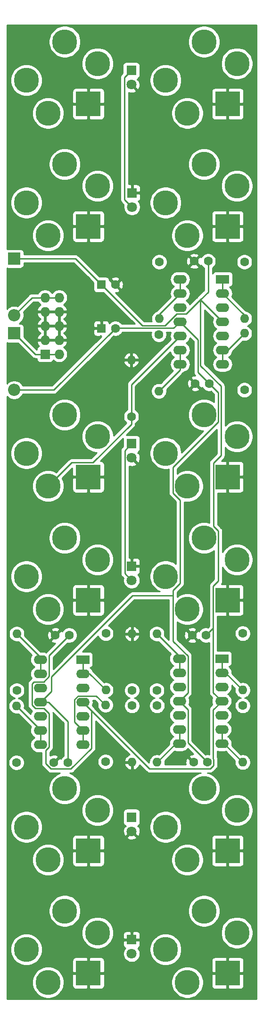
<source format=gbr>
%TF.GenerationSoftware,KiCad,Pcbnew,(5.1.9)-1*%
%TF.CreationDate,2021-09-13T19:49:26+01:00*%
%TF.ProjectId,KOSMO Mult,4b4f534d-4f20-44d7-956c-742e6b696361,rev?*%
%TF.SameCoordinates,Original*%
%TF.FileFunction,Copper,L1,Top*%
%TF.FilePolarity,Positive*%
%FSLAX46Y46*%
G04 Gerber Fmt 4.6, Leading zero omitted, Abs format (unit mm)*
G04 Created by KiCad (PCBNEW (5.1.9)-1) date 2021-09-13 19:49:26*
%MOMM*%
%LPD*%
G01*
G04 APERTURE LIST*
%TA.AperFunction,ComponentPad*%
%ADD10C,1.600000*%
%TD*%
%TA.AperFunction,ComponentPad*%
%ADD11R,1.600000X1.600000*%
%TD*%
%TA.AperFunction,ComponentPad*%
%ADD12R,2.200000X2.200000*%
%TD*%
%TA.AperFunction,ComponentPad*%
%ADD13O,2.200000X2.200000*%
%TD*%
%TA.AperFunction,ComponentPad*%
%ADD14C,1.800000*%
%TD*%
%TA.AperFunction,ComponentPad*%
%ADD15R,1.800000X1.800000*%
%TD*%
%TA.AperFunction,ComponentPad*%
%ADD16C,4.500001*%
%TD*%
%TA.AperFunction,ComponentPad*%
%ADD17C,4.500000*%
%TD*%
%TA.AperFunction,ComponentPad*%
%ADD18R,4.500001X4.500001*%
%TD*%
%TA.AperFunction,ComponentPad*%
%ADD19R,1.727200X1.727200*%
%TD*%
%TA.AperFunction,ComponentPad*%
%ADD20O,1.727200X1.727200*%
%TD*%
%TA.AperFunction,ComponentPad*%
%ADD21O,1.600000X1.600000*%
%TD*%
%TA.AperFunction,ComponentPad*%
%ADD22R,2.400000X1.600000*%
%TD*%
%TA.AperFunction,ComponentPad*%
%ADD23O,2.400000X1.600000*%
%TD*%
%TA.AperFunction,Conductor*%
%ADD24C,0.250000*%
%TD*%
%TA.AperFunction,Conductor*%
%ADD25C,0.254000*%
%TD*%
%TA.AperFunction,Conductor*%
%ADD26C,0.100000*%
%TD*%
G04 APERTURE END LIST*
D10*
%TO.P,C1,1*%
%TO.N,GND*%
X51943000Y-58737500D03*
%TO.P,C1,2*%
%TO.N,+12V*%
X54443000Y-58737500D03*
%TD*%
%TO.P,C2,1*%
%TO.N,GND*%
X52133500Y-80708500D03*
%TO.P,C2,2*%
%TO.N,-12V*%
X54633500Y-80708500D03*
%TD*%
%TO.P,C3,1*%
%TO.N,GND*%
X51562000Y-125857000D03*
%TO.P,C3,2*%
%TO.N,+12V*%
X54062000Y-125857000D03*
%TD*%
%TO.P,C4,2*%
%TO.N,-12V*%
X54316000Y-148653500D03*
%TO.P,C4,1*%
%TO.N,GND*%
X51816000Y-148653500D03*
%TD*%
%TO.P,C5,2*%
%TO.N,+12V*%
X29487500Y-125857000D03*
%TO.P,C5,1*%
%TO.N,GND*%
X26987500Y-125857000D03*
%TD*%
%TO.P,C6,2*%
%TO.N,-12V*%
X29233500Y-148717000D03*
%TO.P,C6,1*%
%TO.N,GND*%
X26733500Y-148717000D03*
%TD*%
D11*
%TO.P,C7,1*%
%TO.N,+12V*%
X35270242Y-62949999D03*
D10*
%TO.P,C7,2*%
%TO.N,GND*%
X37770242Y-62949999D03*
%TD*%
%TO.P,C8,2*%
%TO.N,-12V*%
X37770242Y-70799999D03*
D11*
%TO.P,C8,1*%
%TO.N,GND*%
X35270242Y-70799999D03*
%TD*%
D12*
%TO.P,D1,1*%
%TO.N,+12V*%
X19621500Y-58293000D03*
D13*
%TO.P,D1,2*%
%TO.N,Net-(D1-Pad2)*%
X19621500Y-68453000D03*
%TD*%
%TO.P,D2,2*%
%TO.N,-12V*%
X19621500Y-81851500D03*
D12*
%TO.P,D2,1*%
%TO.N,Net-(D2-Pad1)*%
X19621500Y-71691500D03*
%TD*%
D14*
%TO.P,D3,2*%
%TO.N,GND*%
X40640000Y-27051000D03*
D15*
%TO.P,D3,1*%
%TO.N,Net-(D3-Pad1)*%
X40640000Y-24511000D03*
%TD*%
%TO.P,D4,1*%
%TO.N,GND*%
X40767000Y-46482000D03*
D14*
%TO.P,D4,2*%
%TO.N,Net-(D3-Pad1)*%
X40767000Y-49022000D03*
%TD*%
D15*
%TO.P,D5,1*%
%TO.N,Net-(D5-Pad1)*%
X40703500Y-91503500D03*
D14*
%TO.P,D5,2*%
%TO.N,GND*%
X40703500Y-94043500D03*
%TD*%
D15*
%TO.P,D6,1*%
%TO.N,GND*%
X40703500Y-113474500D03*
D14*
%TO.P,D6,2*%
%TO.N,Net-(D5-Pad1)*%
X40703500Y-116014500D03*
%TD*%
%TO.P,D7,2*%
%TO.N,GND*%
X40703500Y-161036000D03*
D15*
%TO.P,D7,1*%
%TO.N,Net-(D7-Pad1)*%
X40703500Y-158496000D03*
%TD*%
D14*
%TO.P,D8,2*%
%TO.N,Net-(D7-Pad1)*%
X40703500Y-183007000D03*
D15*
%TO.P,D8,1*%
%TO.N,GND*%
X40703500Y-180467000D03*
%TD*%
D16*
%TO.P,J1,RN*%
%TO.N,N/C*%
X34594000Y-23281000D03*
D17*
%TO.P,J1,TN*%
%TO.N,Net-(J1-PadTN)*%
X25694000Y-32181000D03*
D16*
%TO.P,J1,R*%
%TO.N,N/C*%
X28694000Y-19381000D03*
D18*
%TO.P,J1,S*%
%TO.N,GND*%
X32934000Y-30521000D03*
D17*
%TO.P,J1,T*%
%TO.N,Net-(J1-PadT)*%
X21794000Y-26281000D03*
%TD*%
%TO.P,J2,T*%
%TO.N,Net-(J2-PadT)*%
X46813000Y-26281000D03*
D18*
%TO.P,J2,S*%
%TO.N,GND*%
X57953000Y-30521000D03*
D16*
%TO.P,J2,R*%
%TO.N,N/C*%
X53713000Y-19381000D03*
D17*
%TO.P,J2,TN*%
%TO.N,Net-(J2-PadTN)*%
X50713000Y-32181000D03*
D16*
%TO.P,J2,RN*%
%TO.N,N/C*%
X59613000Y-23281000D03*
%TD*%
%TO.P,J3,RN*%
%TO.N,N/C*%
X34594000Y-45252000D03*
D17*
%TO.P,J3,TN*%
%TO.N,Net-(J3-PadTN)*%
X25694000Y-54152000D03*
D16*
%TO.P,J3,R*%
%TO.N,N/C*%
X28694000Y-41352000D03*
D18*
%TO.P,J3,S*%
%TO.N,GND*%
X32934000Y-52492000D03*
D17*
%TO.P,J3,T*%
%TO.N,Net-(J3-PadT)*%
X21794000Y-48252000D03*
%TD*%
D19*
%TO.P,J4,1*%
%TO.N,Net-(D2-Pad1)*%
X25146000Y-75438000D03*
D20*
%TO.P,J4,2*%
X27686000Y-75438000D03*
%TO.P,J4,3*%
%TO.N,GND*%
X25146000Y-72898000D03*
%TO.P,J4,4*%
X27686000Y-72898000D03*
%TO.P,J4,5*%
X25146000Y-70358000D03*
%TO.P,J4,6*%
X27686000Y-70358000D03*
%TO.P,J4,7*%
X25146000Y-67818000D03*
%TO.P,J4,8*%
X27686000Y-67818000D03*
%TO.P,J4,9*%
%TO.N,Net-(D1-Pad2)*%
X25146000Y-65278000D03*
%TO.P,J4,10*%
X27686000Y-65278000D03*
%TD*%
D17*
%TO.P,J5,T*%
%TO.N,Net-(J5-PadT)*%
X46813000Y-48252000D03*
D18*
%TO.P,J5,S*%
%TO.N,GND*%
X57953000Y-52492000D03*
D16*
%TO.P,J5,R*%
%TO.N,N/C*%
X53713000Y-41352000D03*
D17*
%TO.P,J5,TN*%
%TO.N,Net-(J5-PadTN)*%
X50713000Y-54152000D03*
D16*
%TO.P,J5,RN*%
%TO.N,N/C*%
X59613000Y-45252000D03*
%TD*%
D17*
%TO.P,J6,T*%
%TO.N,Net-(J10-PadTN)*%
X21794000Y-93210000D03*
D18*
%TO.P,J6,S*%
%TO.N,GND*%
X32934000Y-97450000D03*
D16*
%TO.P,J6,R*%
%TO.N,N/C*%
X28694000Y-86310000D03*
D17*
%TO.P,J6,TN*%
%TO.N,Net-(J1-PadT)*%
X25694000Y-99110000D03*
D16*
%TO.P,J6,RN*%
%TO.N,N/C*%
X34594000Y-90210000D03*
%TD*%
%TO.P,J7,RN*%
%TO.N,N/C*%
X59613000Y-90210000D03*
D17*
%TO.P,J7,TN*%
%TO.N,Net-(J7-PadTN)*%
X50713000Y-99110000D03*
D16*
%TO.P,J7,R*%
%TO.N,N/C*%
X53713000Y-86310000D03*
D18*
%TO.P,J7,S*%
%TO.N,GND*%
X57953000Y-97450000D03*
D17*
%TO.P,J7,T*%
%TO.N,Net-(J7-PadT)*%
X46813000Y-93210000D03*
%TD*%
%TO.P,J8,T*%
%TO.N,Net-(J8-PadT)*%
X21794000Y-115308000D03*
D18*
%TO.P,J8,S*%
%TO.N,GND*%
X32934000Y-119548000D03*
D16*
%TO.P,J8,R*%
%TO.N,N/C*%
X28694000Y-108408000D03*
D17*
%TO.P,J8,TN*%
%TO.N,Net-(J8-PadTN)*%
X25694000Y-121208000D03*
D16*
%TO.P,J8,RN*%
%TO.N,N/C*%
X34594000Y-112308000D03*
%TD*%
%TO.P,J9,RN*%
%TO.N,N/C*%
X59613000Y-112308000D03*
D17*
%TO.P,J9,TN*%
%TO.N,Net-(J9-PadTN)*%
X50713000Y-121208000D03*
D16*
%TO.P,J9,R*%
%TO.N,N/C*%
X53713000Y-108408000D03*
D18*
%TO.P,J9,S*%
%TO.N,GND*%
X57953000Y-119548000D03*
D17*
%TO.P,J9,T*%
%TO.N,Net-(J9-PadT)*%
X46813000Y-115308000D03*
%TD*%
D16*
%TO.P,J10,RN*%
%TO.N,N/C*%
X34594000Y-157266000D03*
D17*
%TO.P,J10,TN*%
%TO.N,Net-(J10-PadTN)*%
X25694000Y-166166000D03*
D16*
%TO.P,J10,R*%
%TO.N,N/C*%
X28694000Y-153366000D03*
D18*
%TO.P,J10,S*%
%TO.N,GND*%
X32934000Y-164506000D03*
D17*
%TO.P,J10,T*%
%TO.N,Net-(J10-PadT)*%
X21794000Y-160266000D03*
%TD*%
%TO.P,J11,T*%
%TO.N,Net-(J11-PadT)*%
X46813000Y-160266000D03*
D18*
%TO.P,J11,S*%
%TO.N,GND*%
X57953000Y-164506000D03*
D16*
%TO.P,J11,R*%
%TO.N,N/C*%
X53713000Y-153366000D03*
D17*
%TO.P,J11,TN*%
%TO.N,Net-(J11-PadTN)*%
X50713000Y-166166000D03*
D16*
%TO.P,J11,RN*%
%TO.N,N/C*%
X59613000Y-157266000D03*
%TD*%
%TO.P,J12,RN*%
%TO.N,N/C*%
X34594000Y-179237000D03*
D17*
%TO.P,J12,TN*%
%TO.N,Net-(J12-PadTN)*%
X25694000Y-188137000D03*
D16*
%TO.P,J12,R*%
%TO.N,N/C*%
X28694000Y-175337000D03*
D18*
%TO.P,J12,S*%
%TO.N,GND*%
X32934000Y-186477000D03*
D17*
%TO.P,J12,T*%
%TO.N,Net-(J12-PadT)*%
X21794000Y-182237000D03*
%TD*%
%TO.P,J13,T*%
%TO.N,Net-(J13-PadT)*%
X46813000Y-182237000D03*
D18*
%TO.P,J13,S*%
%TO.N,GND*%
X57953000Y-186477000D03*
D16*
%TO.P,J13,R*%
%TO.N,N/C*%
X53713000Y-175337000D03*
D17*
%TO.P,J13,TN*%
%TO.N,Net-(J13-PadTN)*%
X50713000Y-188137000D03*
D16*
%TO.P,J13,RN*%
%TO.N,N/C*%
X59613000Y-179237000D03*
%TD*%
D21*
%TO.P,R1,2*%
%TO.N,GND*%
X40640000Y-76454000D03*
D10*
%TO.P,R1,1*%
%TO.N,Net-(J1-PadT)*%
X40640000Y-86614000D03*
%TD*%
%TO.P,R2,1*%
%TO.N,Net-(J2-PadT)*%
X60960000Y-58864500D03*
D21*
%TO.P,R2,2*%
%TO.N,Net-(R2-Pad2)*%
X60960000Y-69024500D03*
%TD*%
%TO.P,R3,2*%
%TO.N,Net-(R3-Pad2)*%
X60960000Y-71691500D03*
D10*
%TO.P,R3,1*%
%TO.N,Net-(J3-PadT)*%
X60960000Y-81851500D03*
%TD*%
%TO.P,R4,1*%
%TO.N,Net-(J5-PadT)*%
X45593000Y-71882000D03*
D21*
%TO.P,R4,2*%
%TO.N,Net-(R4-Pad2)*%
X45593000Y-82042000D03*
%TD*%
%TO.P,R5,2*%
%TO.N,Net-(R5-Pad2)*%
X45656500Y-69024500D03*
D10*
%TO.P,R5,1*%
%TO.N,Net-(D3-Pad1)*%
X45656500Y-58864500D03*
%TD*%
%TO.P,R6,1*%
%TO.N,Net-(J10-PadTN)*%
X40767000Y-135763000D03*
D21*
%TO.P,R6,2*%
%TO.N,GND*%
X40767000Y-125603000D03*
%TD*%
%TO.P,R7,2*%
%TO.N,Net-(R7-Pad2)*%
X60642500Y-135699500D03*
D10*
%TO.P,R7,1*%
%TO.N,Net-(J7-PadT)*%
X60642500Y-125539500D03*
%TD*%
D21*
%TO.P,R8,2*%
%TO.N,Net-(R8-Pad2)*%
X60642500Y-148653500D03*
D10*
%TO.P,R8,1*%
%TO.N,Net-(J8-PadT)*%
X60642500Y-138493500D03*
%TD*%
%TO.P,R9,1*%
%TO.N,Net-(J9-PadT)*%
X45275500Y-138493500D03*
D21*
%TO.P,R9,2*%
%TO.N,Net-(R9-Pad2)*%
X45275500Y-148653500D03*
%TD*%
%TO.P,R10,2*%
%TO.N,Net-(R10-Pad2)*%
X45212000Y-125603000D03*
D10*
%TO.P,R10,1*%
%TO.N,Net-(D5-Pad1)*%
X45212000Y-135763000D03*
%TD*%
%TO.P,R11,1*%
%TO.N,Net-(J10-PadT)*%
X40767000Y-138493500D03*
D21*
%TO.P,R11,2*%
%TO.N,GND*%
X40767000Y-148653500D03*
%TD*%
%TO.P,R12,2*%
%TO.N,Net-(R12-Pad2)*%
X36068000Y-135699500D03*
D10*
%TO.P,R12,1*%
%TO.N,Net-(J11-PadT)*%
X36068000Y-125539500D03*
%TD*%
%TO.P,R13,1*%
%TO.N,Net-(J12-PadT)*%
X36004500Y-148526500D03*
D21*
%TO.P,R13,2*%
%TO.N,Net-(R13-Pad2)*%
X36004500Y-138366500D03*
%TD*%
%TO.P,R14,2*%
%TO.N,Net-(R14-Pad2)*%
X20002500Y-138557000D03*
D10*
%TO.P,R14,1*%
%TO.N,Net-(J13-PadT)*%
X20002500Y-148717000D03*
%TD*%
%TO.P,R15,1*%
%TO.N,Net-(D7-Pad1)*%
X20066000Y-135763000D03*
D21*
%TO.P,R15,2*%
%TO.N,Net-(R15-Pad2)*%
X20066000Y-125603000D03*
%TD*%
D22*
%TO.P,U1,1*%
%TO.N,Net-(R2-Pad2)*%
X57023000Y-61976000D03*
D23*
%TO.P,U1,8*%
%TO.N,Net-(R4-Pad2)*%
X49403000Y-77216000D03*
%TO.P,U1,2*%
%TO.N,Net-(R2-Pad2)*%
X57023000Y-64516000D03*
%TO.P,U1,9*%
%TO.N,Net-(R4-Pad2)*%
X49403000Y-74676000D03*
%TO.P,U1,3*%
%TO.N,Net-(J1-PadT)*%
X57023000Y-67056000D03*
%TO.P,U1,10*%
X49403000Y-72136000D03*
%TO.P,U1,4*%
%TO.N,+12V*%
X57023000Y-69596000D03*
%TO.P,U1,11*%
%TO.N,-12V*%
X49403000Y-69596000D03*
%TO.P,U1,5*%
%TO.N,Net-(J1-PadT)*%
X57023000Y-72136000D03*
%TO.P,U1,12*%
X49403000Y-67056000D03*
%TO.P,U1,6*%
%TO.N,Net-(R3-Pad2)*%
X57023000Y-74676000D03*
%TO.P,U1,13*%
%TO.N,Net-(R5-Pad2)*%
X49403000Y-64516000D03*
%TO.P,U1,7*%
%TO.N,Net-(R3-Pad2)*%
X57023000Y-77216000D03*
%TO.P,U1,14*%
%TO.N,Net-(R5-Pad2)*%
X49403000Y-61976000D03*
%TD*%
%TO.P,U2,14*%
%TO.N,Net-(R10-Pad2)*%
X49276000Y-130048000D03*
%TO.P,U2,7*%
%TO.N,Net-(R8-Pad2)*%
X56896000Y-145288000D03*
%TO.P,U2,13*%
%TO.N,Net-(R10-Pad2)*%
X49276000Y-132588000D03*
%TO.P,U2,6*%
%TO.N,Net-(R8-Pad2)*%
X56896000Y-142748000D03*
%TO.P,U2,12*%
%TO.N,Net-(J10-PadTN)*%
X49276000Y-135128000D03*
%TO.P,U2,5*%
X56896000Y-140208000D03*
%TO.P,U2,11*%
%TO.N,-12V*%
X49276000Y-137668000D03*
%TO.P,U2,4*%
%TO.N,+12V*%
X56896000Y-137668000D03*
%TO.P,U2,10*%
%TO.N,Net-(J10-PadTN)*%
X49276000Y-140208000D03*
%TO.P,U2,3*%
X56896000Y-135128000D03*
%TO.P,U2,9*%
%TO.N,Net-(R9-Pad2)*%
X49276000Y-142748000D03*
%TO.P,U2,2*%
%TO.N,Net-(R7-Pad2)*%
X56896000Y-132588000D03*
%TO.P,U2,8*%
%TO.N,Net-(R9-Pad2)*%
X49276000Y-145288000D03*
D22*
%TO.P,U2,1*%
%TO.N,Net-(R7-Pad2)*%
X56896000Y-130048000D03*
%TD*%
%TO.P,U3,1*%
%TO.N,Net-(R12-Pad2)*%
X31940500Y-130238500D03*
D23*
%TO.P,U3,8*%
%TO.N,Net-(R14-Pad2)*%
X24320500Y-145478500D03*
%TO.P,U3,2*%
%TO.N,Net-(R12-Pad2)*%
X31940500Y-132778500D03*
%TO.P,U3,9*%
%TO.N,Net-(R14-Pad2)*%
X24320500Y-142938500D03*
%TO.P,U3,3*%
%TO.N,Net-(J10-PadT)*%
X31940500Y-135318500D03*
%TO.P,U3,10*%
X24320500Y-140398500D03*
%TO.P,U3,4*%
%TO.N,+12V*%
X31940500Y-137858500D03*
%TO.P,U3,11*%
%TO.N,-12V*%
X24320500Y-137858500D03*
%TO.P,U3,5*%
%TO.N,Net-(J10-PadT)*%
X31940500Y-140398500D03*
%TO.P,U3,12*%
X24320500Y-135318500D03*
%TO.P,U3,6*%
%TO.N,Net-(R13-Pad2)*%
X31940500Y-142938500D03*
%TO.P,U3,13*%
%TO.N,Net-(R15-Pad2)*%
X24320500Y-132778500D03*
%TO.P,U3,7*%
%TO.N,Net-(R13-Pad2)*%
X31940500Y-145478500D03*
%TO.P,U3,14*%
%TO.N,Net-(R15-Pad2)*%
X24320500Y-130238500D03*
%TD*%
D24*
%TO.N,+12V*%
X30613243Y-58293000D02*
X35270242Y-62949999D01*
X19621500Y-58293000D02*
X30613243Y-58293000D01*
X53068010Y-65641010D02*
X57023000Y-69596000D01*
X54443000Y-64266020D02*
X53068010Y-65641010D01*
X54443000Y-58737500D02*
X54443000Y-64266020D01*
X55370990Y-136142990D02*
X56896000Y-137668000D01*
X54062000Y-125857000D02*
X55370990Y-124548010D01*
X55370990Y-124548010D02*
X55370990Y-124397510D01*
X55370990Y-124397510D02*
X55370990Y-136142990D01*
X55377999Y-106261997D02*
X56288001Y-107171999D01*
X55377999Y-94939999D02*
X55377999Y-106261997D01*
X56738012Y-93579986D02*
X55377999Y-94939999D01*
X56738012Y-81148010D02*
X56738012Y-93579986D01*
X55370990Y-117045008D02*
X55370990Y-124397510D01*
X53068010Y-77478008D02*
X56738012Y-81148010D01*
X53068010Y-65641010D02*
X53068010Y-77478008D01*
X56288001Y-116127997D02*
X55370990Y-117045008D01*
X56288001Y-107171999D02*
X56288001Y-116127997D01*
X43860501Y-149778501D02*
X31940500Y-137858500D01*
X54856001Y-149778501D02*
X43860501Y-149778501D01*
X55441001Y-149193501D02*
X54856001Y-149778501D01*
X55441001Y-148113499D02*
X55441001Y-149193501D01*
X55370990Y-148043488D02*
X55441001Y-148113499D01*
X55370990Y-139193010D02*
X55370990Y-148043488D01*
X56896000Y-137668000D02*
X55370990Y-139193010D01*
X29773501Y-149842001D02*
X26193499Y-149842001D01*
X33465510Y-146149992D02*
X29773501Y-149842001D01*
X33465510Y-139383510D02*
X33465510Y-146149992D01*
X31940500Y-137858500D02*
X33465510Y-139383510D01*
X50528010Y-68181010D02*
X53068010Y-65641010D01*
X48826986Y-68181010D02*
X50528010Y-68181010D01*
X46701008Y-70306988D02*
X48826986Y-68181010D01*
X42627230Y-70306988D02*
X46701008Y-70306988D01*
X30613243Y-58293000D02*
X42627230Y-70306988D01*
X23159510Y-134193490D02*
X24896514Y-134193490D01*
X25845510Y-129498990D02*
X29487500Y-125857000D01*
X24896514Y-134193490D02*
X25845510Y-133244494D01*
X25845510Y-133244494D02*
X25845510Y-129498990D01*
X22795490Y-134557510D02*
X23159510Y-134193490D01*
X23413510Y-138983510D02*
X22795490Y-138365490D01*
X25845510Y-139932506D02*
X24896514Y-138983510D01*
X24896514Y-138983510D02*
X23413510Y-138983510D01*
X25265999Y-146524005D02*
X25845510Y-145944494D01*
X22795490Y-138365490D02*
X22795490Y-134557510D01*
X26193499Y-149842001D02*
X25265999Y-148914501D01*
X25845510Y-145944494D02*
X25845510Y-139932506D01*
X25265999Y-148914501D02*
X25265999Y-146524005D01*
%TO.N,-12V*%
X26718741Y-81851500D02*
X37770242Y-70799999D01*
X19621500Y-81851500D02*
X26718741Y-81851500D01*
X48242001Y-70756999D02*
X49403000Y-69596000D01*
X37813242Y-70756999D02*
X48242001Y-70756999D01*
X37770242Y-70799999D02*
X37813242Y-70756999D01*
X54633500Y-80708500D02*
X52617999Y-78692999D01*
X52617999Y-78692999D02*
X52617999Y-72810999D01*
X52617999Y-72810999D02*
X49403000Y-69596000D01*
X50801010Y-145138510D02*
X54316000Y-148653500D01*
X50801010Y-139193010D02*
X50801010Y-145138510D01*
X49276000Y-137668000D02*
X50801010Y-139193010D01*
X56288001Y-82363001D02*
X54633500Y-80708500D01*
X56288001Y-87546001D02*
X56288001Y-82363001D01*
X48137999Y-95696003D02*
X56288001Y-87546001D01*
X48137999Y-100346001D02*
X48137999Y-95696003D01*
X49388001Y-116544001D02*
X49388001Y-101596003D01*
X49388001Y-101596003D02*
X48137999Y-100346001D01*
X50801010Y-129582006D02*
X48137999Y-126918995D01*
X50801010Y-136142990D02*
X50801010Y-129582006D01*
X49276000Y-137668000D02*
X50801010Y-136142990D01*
X48137999Y-117794003D02*
X49388001Y-116544001D01*
X48137999Y-126918995D02*
X48137999Y-118740001D01*
X48137999Y-118740001D02*
X48137999Y-117794003D01*
X26295521Y-133298477D02*
X26295521Y-135883479D01*
X48137999Y-118740001D02*
X40853997Y-118740001D01*
X40853997Y-118740001D02*
X26295521Y-133298477D01*
X26295521Y-135883479D02*
X24320500Y-137858500D01*
X24320500Y-137858500D02*
X25770500Y-137858500D01*
X25770500Y-137858500D02*
X29233500Y-141321500D01*
X29233500Y-141321500D02*
X29233500Y-148717000D01*
%TO.N,Net-(D1-Pad2)*%
X27686000Y-65278000D02*
X25146000Y-65278000D01*
X22796500Y-65278000D02*
X19621500Y-68453000D01*
X25146000Y-65278000D02*
X22796500Y-65278000D01*
%TO.N,Net-(D2-Pad1)*%
X27686000Y-75438000D02*
X25146000Y-75438000D01*
X23368000Y-75438000D02*
X19621500Y-71691500D01*
X25146000Y-75438000D02*
X23368000Y-75438000D01*
%TO.N,Net-(D3-Pad1)*%
X39414999Y-25736001D02*
X40640000Y-24511000D01*
X39414999Y-47669999D02*
X39414999Y-25736001D01*
X40767000Y-49022000D02*
X39414999Y-47669999D01*
%TO.N,Net-(D5-Pad1)*%
X39478499Y-92728501D02*
X40703500Y-91503500D01*
X39478499Y-114789499D02*
X39478499Y-92728501D01*
X40703500Y-116014500D02*
X39478499Y-114789499D01*
%TO.N,Net-(J1-PadT)*%
X40640000Y-80899000D02*
X40640000Y-86614000D01*
X49403000Y-72136000D02*
X40640000Y-80899000D01*
X29929001Y-94874999D02*
X25694000Y-99110000D01*
X33740003Y-94874999D02*
X29929001Y-94874999D01*
X40640000Y-87975002D02*
X33740003Y-94874999D01*
X40640000Y-86614000D02*
X40640000Y-87975002D01*
%TO.N,Net-(R2-Pad2)*%
X60960000Y-68453000D02*
X60960000Y-69024500D01*
X57023000Y-64516000D02*
X60960000Y-68453000D01*
X57023000Y-64516000D02*
X57023000Y-61976000D01*
%TO.N,Net-(R3-Pad2)*%
X57023000Y-77216000D02*
X57023000Y-74676000D01*
X57975500Y-74676000D02*
X60960000Y-71691500D01*
X57023000Y-74676000D02*
X57975500Y-74676000D01*
%TO.N,Net-(R4-Pad2)*%
X49403000Y-78232000D02*
X45593000Y-82042000D01*
X49403000Y-77216000D02*
X49403000Y-78232000D01*
X49403000Y-74676000D02*
X49403000Y-77216000D01*
%TO.N,Net-(R5-Pad2)*%
X45656500Y-68262500D02*
X49403000Y-64516000D01*
X45656500Y-69024500D02*
X45656500Y-68262500D01*
X49403000Y-64516000D02*
X49403000Y-61976000D01*
%TO.N,Net-(R7-Pad2)*%
X56896000Y-130048000D02*
X56896000Y-132588000D01*
X57531000Y-132588000D02*
X60642500Y-135699500D01*
X56896000Y-132588000D02*
X57531000Y-132588000D01*
%TO.N,Net-(R8-Pad2)*%
X56896000Y-142748000D02*
X56896000Y-145288000D01*
X57277000Y-145288000D02*
X60642500Y-148653500D01*
X56896000Y-145288000D02*
X57277000Y-145288000D01*
%TO.N,Net-(R9-Pad2)*%
X49276000Y-142748000D02*
X49276000Y-145288000D01*
X48641000Y-145288000D02*
X45275500Y-148653500D01*
X49276000Y-145288000D02*
X48641000Y-145288000D01*
%TO.N,Net-(R10-Pad2)*%
X49276000Y-132588000D02*
X49276000Y-130048000D01*
X49276000Y-129667000D02*
X45212000Y-125603000D01*
X49276000Y-130048000D02*
X49276000Y-129667000D01*
%TO.N,Net-(R12-Pad2)*%
X31940500Y-130238500D02*
X31940500Y-132778500D01*
X33147000Y-132778500D02*
X36068000Y-135699500D01*
X31940500Y-132778500D02*
X33147000Y-132778500D01*
%TO.N,Net-(R13-Pad2)*%
X31940500Y-145478500D02*
X31940500Y-142938500D01*
X34371490Y-136733490D02*
X36004500Y-138366500D01*
X30415490Y-137392506D02*
X31074506Y-136733490D01*
X30415490Y-141413490D02*
X30415490Y-137392506D01*
X31074506Y-136733490D02*
X34371490Y-136733490D01*
X31940500Y-142938500D02*
X30415490Y-141413490D01*
%TO.N,Net-(R14-Pad2)*%
X24320500Y-145478500D02*
X24320500Y-142938500D01*
X24320500Y-142875000D02*
X20002500Y-138557000D01*
X24320500Y-142938500D02*
X24320500Y-142875000D01*
%TO.N,Net-(R15-Pad2)*%
X24320500Y-132778500D02*
X24320500Y-130238500D01*
X24320500Y-129857500D02*
X24320500Y-130238500D01*
X20066000Y-125603000D02*
X24320500Y-129857500D01*
%TD*%
D25*
%TO.N,GND*%
X63094001Y-191110000D02*
X18313000Y-191110000D01*
X18313000Y-187852852D01*
X22809000Y-187852852D01*
X22809000Y-188421148D01*
X22919869Y-188978523D01*
X23137346Y-189503560D01*
X23453074Y-189976080D01*
X23854920Y-190377926D01*
X24327440Y-190693654D01*
X24852477Y-190911131D01*
X25409852Y-191022000D01*
X25978148Y-191022000D01*
X26535523Y-190911131D01*
X27060560Y-190693654D01*
X27533080Y-190377926D01*
X27934926Y-189976080D01*
X28250654Y-189503560D01*
X28468131Y-188978523D01*
X28518162Y-188727000D01*
X30045928Y-188727000D01*
X30058188Y-188851482D01*
X30094498Y-188971180D01*
X30153463Y-189081494D01*
X30232815Y-189178185D01*
X30329506Y-189257537D01*
X30439820Y-189316502D01*
X30559518Y-189352812D01*
X30684000Y-189365072D01*
X32648250Y-189362000D01*
X32807000Y-189203250D01*
X32807000Y-186604000D01*
X33061000Y-186604000D01*
X33061000Y-189203250D01*
X33219750Y-189362000D01*
X35184000Y-189365072D01*
X35308482Y-189352812D01*
X35428180Y-189316502D01*
X35538494Y-189257537D01*
X35635185Y-189178185D01*
X35714537Y-189081494D01*
X35773502Y-188971180D01*
X35809812Y-188851482D01*
X35822072Y-188727000D01*
X35820705Y-187852852D01*
X47828000Y-187852852D01*
X47828000Y-188421148D01*
X47938869Y-188978523D01*
X48156346Y-189503560D01*
X48472074Y-189976080D01*
X48873920Y-190377926D01*
X49346440Y-190693654D01*
X49871477Y-190911131D01*
X50428852Y-191022000D01*
X50997148Y-191022000D01*
X51554523Y-190911131D01*
X52079560Y-190693654D01*
X52552080Y-190377926D01*
X52953926Y-189976080D01*
X53269654Y-189503560D01*
X53487131Y-188978523D01*
X53537162Y-188727000D01*
X55064928Y-188727000D01*
X55077188Y-188851482D01*
X55113498Y-188971180D01*
X55172463Y-189081494D01*
X55251815Y-189178185D01*
X55348506Y-189257537D01*
X55458820Y-189316502D01*
X55578518Y-189352812D01*
X55703000Y-189365072D01*
X57667250Y-189362000D01*
X57826000Y-189203250D01*
X57826000Y-186604000D01*
X58080000Y-186604000D01*
X58080000Y-189203250D01*
X58238750Y-189362000D01*
X60203000Y-189365072D01*
X60327482Y-189352812D01*
X60447180Y-189316502D01*
X60557494Y-189257537D01*
X60654185Y-189178185D01*
X60733537Y-189081494D01*
X60792502Y-188971180D01*
X60828812Y-188851482D01*
X60841072Y-188727000D01*
X60838000Y-186762750D01*
X60679250Y-186604000D01*
X58080000Y-186604000D01*
X57826000Y-186604000D01*
X55226750Y-186604000D01*
X55068000Y-186762750D01*
X55064928Y-188727000D01*
X53537162Y-188727000D01*
X53598000Y-188421148D01*
X53598000Y-187852852D01*
X53487131Y-187295477D01*
X53269654Y-186770440D01*
X52953926Y-186297920D01*
X52552080Y-185896074D01*
X52079560Y-185580346D01*
X51554523Y-185362869D01*
X50997148Y-185252000D01*
X50428852Y-185252000D01*
X49871477Y-185362869D01*
X49346440Y-185580346D01*
X48873920Y-185896074D01*
X48472074Y-186297920D01*
X48156346Y-186770440D01*
X47938869Y-187295477D01*
X47828000Y-187852852D01*
X35820705Y-187852852D01*
X35819000Y-186762750D01*
X35660250Y-186604000D01*
X33061000Y-186604000D01*
X32807000Y-186604000D01*
X30207750Y-186604000D01*
X30049000Y-186762750D01*
X30045928Y-188727000D01*
X28518162Y-188727000D01*
X28579000Y-188421148D01*
X28579000Y-187852852D01*
X28468131Y-187295477D01*
X28250654Y-186770440D01*
X27934926Y-186297920D01*
X27533080Y-185896074D01*
X27060560Y-185580346D01*
X26535523Y-185362869D01*
X25978148Y-185252000D01*
X25409852Y-185252000D01*
X24852477Y-185362869D01*
X24327440Y-185580346D01*
X23854920Y-185896074D01*
X23453074Y-186297920D01*
X23137346Y-186770440D01*
X22919869Y-187295477D01*
X22809000Y-187852852D01*
X18313000Y-187852852D01*
X18313000Y-181952852D01*
X18909000Y-181952852D01*
X18909000Y-182521148D01*
X19019869Y-183078523D01*
X19237346Y-183603560D01*
X19553074Y-184076080D01*
X19954920Y-184477926D01*
X20427440Y-184793654D01*
X20952477Y-185011131D01*
X21509852Y-185122000D01*
X22078148Y-185122000D01*
X22635523Y-185011131D01*
X23160560Y-184793654D01*
X23633080Y-184477926D01*
X23884006Y-184227000D01*
X30045928Y-184227000D01*
X30049000Y-186191250D01*
X30207750Y-186350000D01*
X32807000Y-186350000D01*
X32807000Y-183750750D01*
X33061000Y-183750750D01*
X33061000Y-186350000D01*
X35660250Y-186350000D01*
X35819000Y-186191250D01*
X35822072Y-184227000D01*
X35809812Y-184102518D01*
X35773502Y-183982820D01*
X35714537Y-183872506D01*
X35635185Y-183775815D01*
X35538494Y-183696463D01*
X35428180Y-183637498D01*
X35308482Y-183601188D01*
X35184000Y-183588928D01*
X33219750Y-183592000D01*
X33061000Y-183750750D01*
X32807000Y-183750750D01*
X32648250Y-183592000D01*
X30684000Y-183588928D01*
X30559518Y-183601188D01*
X30439820Y-183637498D01*
X30329506Y-183696463D01*
X30232815Y-183775815D01*
X30153463Y-183872506D01*
X30094498Y-183982820D01*
X30058188Y-184102518D01*
X30045928Y-184227000D01*
X23884006Y-184227000D01*
X24034926Y-184076080D01*
X24350654Y-183603560D01*
X24568131Y-183078523D01*
X24679000Y-182521148D01*
X24679000Y-181952852D01*
X24568131Y-181395477D01*
X24350654Y-180870440D01*
X24034926Y-180397920D01*
X23633080Y-179996074D01*
X23160560Y-179680346D01*
X22635523Y-179462869D01*
X22078148Y-179352000D01*
X21509852Y-179352000D01*
X20952477Y-179462869D01*
X20427440Y-179680346D01*
X19954920Y-179996074D01*
X19553074Y-180397920D01*
X19237346Y-180870440D01*
X19019869Y-181395477D01*
X18909000Y-181952852D01*
X18313000Y-181952852D01*
X18313000Y-178952852D01*
X31709000Y-178952852D01*
X31709000Y-179521148D01*
X31819869Y-180078523D01*
X32037346Y-180603560D01*
X32353074Y-181076080D01*
X32754920Y-181477926D01*
X33227440Y-181793654D01*
X33752477Y-182011131D01*
X34309852Y-182122000D01*
X34878148Y-182122000D01*
X35435523Y-182011131D01*
X35960560Y-181793654D01*
X36433080Y-181477926D01*
X36544006Y-181367000D01*
X39165428Y-181367000D01*
X39177688Y-181491482D01*
X39213998Y-181611180D01*
X39272963Y-181721494D01*
X39352315Y-181818185D01*
X39449006Y-181897537D01*
X39559320Y-181956502D01*
X39577627Y-181962056D01*
X39511188Y-182028495D01*
X39343201Y-182279905D01*
X39227489Y-182559257D01*
X39168500Y-182855816D01*
X39168500Y-183158184D01*
X39227489Y-183454743D01*
X39343201Y-183734095D01*
X39511188Y-183985505D01*
X39724995Y-184199312D01*
X39976405Y-184367299D01*
X40255757Y-184483011D01*
X40552316Y-184542000D01*
X40854684Y-184542000D01*
X41151243Y-184483011D01*
X41430595Y-184367299D01*
X41682005Y-184199312D01*
X41895812Y-183985505D01*
X42063799Y-183734095D01*
X42179511Y-183454743D01*
X42238500Y-183158184D01*
X42238500Y-182855816D01*
X42179511Y-182559257D01*
X42063799Y-182279905D01*
X41895812Y-182028495D01*
X41829373Y-181962056D01*
X41847680Y-181956502D01*
X41854508Y-181952852D01*
X43928000Y-181952852D01*
X43928000Y-182521148D01*
X44038869Y-183078523D01*
X44256346Y-183603560D01*
X44572074Y-184076080D01*
X44973920Y-184477926D01*
X45446440Y-184793654D01*
X45971477Y-185011131D01*
X46528852Y-185122000D01*
X47097148Y-185122000D01*
X47654523Y-185011131D01*
X48179560Y-184793654D01*
X48652080Y-184477926D01*
X48903006Y-184227000D01*
X55064928Y-184227000D01*
X55068000Y-186191250D01*
X55226750Y-186350000D01*
X57826000Y-186350000D01*
X57826000Y-183750750D01*
X58080000Y-183750750D01*
X58080000Y-186350000D01*
X60679250Y-186350000D01*
X60838000Y-186191250D01*
X60841072Y-184227000D01*
X60828812Y-184102518D01*
X60792502Y-183982820D01*
X60733537Y-183872506D01*
X60654185Y-183775815D01*
X60557494Y-183696463D01*
X60447180Y-183637498D01*
X60327482Y-183601188D01*
X60203000Y-183588928D01*
X58238750Y-183592000D01*
X58080000Y-183750750D01*
X57826000Y-183750750D01*
X57667250Y-183592000D01*
X55703000Y-183588928D01*
X55578518Y-183601188D01*
X55458820Y-183637498D01*
X55348506Y-183696463D01*
X55251815Y-183775815D01*
X55172463Y-183872506D01*
X55113498Y-183982820D01*
X55077188Y-184102518D01*
X55064928Y-184227000D01*
X48903006Y-184227000D01*
X49053926Y-184076080D01*
X49369654Y-183603560D01*
X49587131Y-183078523D01*
X49698000Y-182521148D01*
X49698000Y-181952852D01*
X49587131Y-181395477D01*
X49369654Y-180870440D01*
X49053926Y-180397920D01*
X48652080Y-179996074D01*
X48179560Y-179680346D01*
X47654523Y-179462869D01*
X47097148Y-179352000D01*
X46528852Y-179352000D01*
X45971477Y-179462869D01*
X45446440Y-179680346D01*
X44973920Y-179996074D01*
X44572074Y-180397920D01*
X44256346Y-180870440D01*
X44038869Y-181395477D01*
X43928000Y-181952852D01*
X41854508Y-181952852D01*
X41957994Y-181897537D01*
X42054685Y-181818185D01*
X42134037Y-181721494D01*
X42193002Y-181611180D01*
X42229312Y-181491482D01*
X42241572Y-181367000D01*
X42238500Y-180752750D01*
X42079750Y-180594000D01*
X40830500Y-180594000D01*
X40830500Y-180614000D01*
X40576500Y-180614000D01*
X40576500Y-180594000D01*
X39327250Y-180594000D01*
X39168500Y-180752750D01*
X39165428Y-181367000D01*
X36544006Y-181367000D01*
X36834926Y-181076080D01*
X37150654Y-180603560D01*
X37368131Y-180078523D01*
X37469879Y-179567000D01*
X39165428Y-179567000D01*
X39168500Y-180181250D01*
X39327250Y-180340000D01*
X40576500Y-180340000D01*
X40576500Y-179090750D01*
X40830500Y-179090750D01*
X40830500Y-180340000D01*
X42079750Y-180340000D01*
X42238500Y-180181250D01*
X42241572Y-179567000D01*
X42229312Y-179442518D01*
X42193002Y-179322820D01*
X42134037Y-179212506D01*
X42054685Y-179115815D01*
X41957994Y-179036463D01*
X41847680Y-178977498D01*
X41766434Y-178952852D01*
X56728000Y-178952852D01*
X56728000Y-179521148D01*
X56838869Y-180078523D01*
X57056346Y-180603560D01*
X57372074Y-181076080D01*
X57773920Y-181477926D01*
X58246440Y-181793654D01*
X58771477Y-182011131D01*
X59328852Y-182122000D01*
X59897148Y-182122000D01*
X60454523Y-182011131D01*
X60979560Y-181793654D01*
X61452080Y-181477926D01*
X61853926Y-181076080D01*
X62169654Y-180603560D01*
X62387131Y-180078523D01*
X62498000Y-179521148D01*
X62498000Y-178952852D01*
X62387131Y-178395477D01*
X62169654Y-177870440D01*
X61853926Y-177397920D01*
X61452080Y-176996074D01*
X60979560Y-176680346D01*
X60454523Y-176462869D01*
X59897148Y-176352000D01*
X59328852Y-176352000D01*
X58771477Y-176462869D01*
X58246440Y-176680346D01*
X57773920Y-176996074D01*
X57372074Y-177397920D01*
X57056346Y-177870440D01*
X56838869Y-178395477D01*
X56728000Y-178952852D01*
X41766434Y-178952852D01*
X41727982Y-178941188D01*
X41603500Y-178928928D01*
X40989250Y-178932000D01*
X40830500Y-179090750D01*
X40576500Y-179090750D01*
X40417750Y-178932000D01*
X39803500Y-178928928D01*
X39679018Y-178941188D01*
X39559320Y-178977498D01*
X39449006Y-179036463D01*
X39352315Y-179115815D01*
X39272963Y-179212506D01*
X39213998Y-179322820D01*
X39177688Y-179442518D01*
X39165428Y-179567000D01*
X37469879Y-179567000D01*
X37479000Y-179521148D01*
X37479000Y-178952852D01*
X37368131Y-178395477D01*
X37150654Y-177870440D01*
X36834926Y-177397920D01*
X36433080Y-176996074D01*
X35960560Y-176680346D01*
X35435523Y-176462869D01*
X34878148Y-176352000D01*
X34309852Y-176352000D01*
X33752477Y-176462869D01*
X33227440Y-176680346D01*
X32754920Y-176996074D01*
X32353074Y-177397920D01*
X32037346Y-177870440D01*
X31819869Y-178395477D01*
X31709000Y-178952852D01*
X18313000Y-178952852D01*
X18313000Y-175052852D01*
X25809000Y-175052852D01*
X25809000Y-175621148D01*
X25919869Y-176178523D01*
X26137346Y-176703560D01*
X26453074Y-177176080D01*
X26854920Y-177577926D01*
X27327440Y-177893654D01*
X27852477Y-178111131D01*
X28409852Y-178222000D01*
X28978148Y-178222000D01*
X29535523Y-178111131D01*
X30060560Y-177893654D01*
X30533080Y-177577926D01*
X30934926Y-177176080D01*
X31250654Y-176703560D01*
X31468131Y-176178523D01*
X31579000Y-175621148D01*
X31579000Y-175052852D01*
X50828000Y-175052852D01*
X50828000Y-175621148D01*
X50938869Y-176178523D01*
X51156346Y-176703560D01*
X51472074Y-177176080D01*
X51873920Y-177577926D01*
X52346440Y-177893654D01*
X52871477Y-178111131D01*
X53428852Y-178222000D01*
X53997148Y-178222000D01*
X54554523Y-178111131D01*
X55079560Y-177893654D01*
X55552080Y-177577926D01*
X55953926Y-177176080D01*
X56269654Y-176703560D01*
X56487131Y-176178523D01*
X56598000Y-175621148D01*
X56598000Y-175052852D01*
X56487131Y-174495477D01*
X56269654Y-173970440D01*
X55953926Y-173497920D01*
X55552080Y-173096074D01*
X55079560Y-172780346D01*
X54554523Y-172562869D01*
X53997148Y-172452000D01*
X53428852Y-172452000D01*
X52871477Y-172562869D01*
X52346440Y-172780346D01*
X51873920Y-173096074D01*
X51472074Y-173497920D01*
X51156346Y-173970440D01*
X50938869Y-174495477D01*
X50828000Y-175052852D01*
X31579000Y-175052852D01*
X31468131Y-174495477D01*
X31250654Y-173970440D01*
X30934926Y-173497920D01*
X30533080Y-173096074D01*
X30060560Y-172780346D01*
X29535523Y-172562869D01*
X28978148Y-172452000D01*
X28409852Y-172452000D01*
X27852477Y-172562869D01*
X27327440Y-172780346D01*
X26854920Y-173096074D01*
X26453074Y-173497920D01*
X26137346Y-173970440D01*
X25919869Y-174495477D01*
X25809000Y-175052852D01*
X18313000Y-175052852D01*
X18313000Y-165881852D01*
X22809000Y-165881852D01*
X22809000Y-166450148D01*
X22919869Y-167007523D01*
X23137346Y-167532560D01*
X23453074Y-168005080D01*
X23854920Y-168406926D01*
X24327440Y-168722654D01*
X24852477Y-168940131D01*
X25409852Y-169051000D01*
X25978148Y-169051000D01*
X26535523Y-168940131D01*
X27060560Y-168722654D01*
X27533080Y-168406926D01*
X27934926Y-168005080D01*
X28250654Y-167532560D01*
X28468131Y-167007523D01*
X28518162Y-166756000D01*
X30045928Y-166756000D01*
X30058188Y-166880482D01*
X30094498Y-167000180D01*
X30153463Y-167110494D01*
X30232815Y-167207185D01*
X30329506Y-167286537D01*
X30439820Y-167345502D01*
X30559518Y-167381812D01*
X30684000Y-167394072D01*
X32648250Y-167391000D01*
X32807000Y-167232250D01*
X32807000Y-164633000D01*
X33061000Y-164633000D01*
X33061000Y-167232250D01*
X33219750Y-167391000D01*
X35184000Y-167394072D01*
X35308482Y-167381812D01*
X35428180Y-167345502D01*
X35538494Y-167286537D01*
X35635185Y-167207185D01*
X35714537Y-167110494D01*
X35773502Y-167000180D01*
X35809812Y-166880482D01*
X35822072Y-166756000D01*
X35820705Y-165881852D01*
X47828000Y-165881852D01*
X47828000Y-166450148D01*
X47938869Y-167007523D01*
X48156346Y-167532560D01*
X48472074Y-168005080D01*
X48873920Y-168406926D01*
X49346440Y-168722654D01*
X49871477Y-168940131D01*
X50428852Y-169051000D01*
X50997148Y-169051000D01*
X51554523Y-168940131D01*
X52079560Y-168722654D01*
X52552080Y-168406926D01*
X52953926Y-168005080D01*
X53269654Y-167532560D01*
X53487131Y-167007523D01*
X53537162Y-166756000D01*
X55064928Y-166756000D01*
X55077188Y-166880482D01*
X55113498Y-167000180D01*
X55172463Y-167110494D01*
X55251815Y-167207185D01*
X55348506Y-167286537D01*
X55458820Y-167345502D01*
X55578518Y-167381812D01*
X55703000Y-167394072D01*
X57667250Y-167391000D01*
X57826000Y-167232250D01*
X57826000Y-164633000D01*
X58080000Y-164633000D01*
X58080000Y-167232250D01*
X58238750Y-167391000D01*
X60203000Y-167394072D01*
X60327482Y-167381812D01*
X60447180Y-167345502D01*
X60557494Y-167286537D01*
X60654185Y-167207185D01*
X60733537Y-167110494D01*
X60792502Y-167000180D01*
X60828812Y-166880482D01*
X60841072Y-166756000D01*
X60838000Y-164791750D01*
X60679250Y-164633000D01*
X58080000Y-164633000D01*
X57826000Y-164633000D01*
X55226750Y-164633000D01*
X55068000Y-164791750D01*
X55064928Y-166756000D01*
X53537162Y-166756000D01*
X53598000Y-166450148D01*
X53598000Y-165881852D01*
X53487131Y-165324477D01*
X53269654Y-164799440D01*
X52953926Y-164326920D01*
X52552080Y-163925074D01*
X52079560Y-163609346D01*
X51554523Y-163391869D01*
X50997148Y-163281000D01*
X50428852Y-163281000D01*
X49871477Y-163391869D01*
X49346440Y-163609346D01*
X48873920Y-163925074D01*
X48472074Y-164326920D01*
X48156346Y-164799440D01*
X47938869Y-165324477D01*
X47828000Y-165881852D01*
X35820705Y-165881852D01*
X35819000Y-164791750D01*
X35660250Y-164633000D01*
X33061000Y-164633000D01*
X32807000Y-164633000D01*
X30207750Y-164633000D01*
X30049000Y-164791750D01*
X30045928Y-166756000D01*
X28518162Y-166756000D01*
X28579000Y-166450148D01*
X28579000Y-165881852D01*
X28468131Y-165324477D01*
X28250654Y-164799440D01*
X27934926Y-164326920D01*
X27533080Y-163925074D01*
X27060560Y-163609346D01*
X26535523Y-163391869D01*
X25978148Y-163281000D01*
X25409852Y-163281000D01*
X24852477Y-163391869D01*
X24327440Y-163609346D01*
X23854920Y-163925074D01*
X23453074Y-164326920D01*
X23137346Y-164799440D01*
X22919869Y-165324477D01*
X22809000Y-165881852D01*
X18313000Y-165881852D01*
X18313000Y-159981852D01*
X18909000Y-159981852D01*
X18909000Y-160550148D01*
X19019869Y-161107523D01*
X19237346Y-161632560D01*
X19553074Y-162105080D01*
X19954920Y-162506926D01*
X20427440Y-162822654D01*
X20952477Y-163040131D01*
X21509852Y-163151000D01*
X22078148Y-163151000D01*
X22635523Y-163040131D01*
X23160560Y-162822654D01*
X23633080Y-162506926D01*
X23884006Y-162256000D01*
X30045928Y-162256000D01*
X30049000Y-164220250D01*
X30207750Y-164379000D01*
X32807000Y-164379000D01*
X32807000Y-161779750D01*
X33061000Y-161779750D01*
X33061000Y-164379000D01*
X35660250Y-164379000D01*
X35819000Y-164220250D01*
X35822072Y-162256000D01*
X35809812Y-162131518D01*
X35800276Y-162100080D01*
X39819025Y-162100080D01*
X39902708Y-162354261D01*
X40175275Y-162485158D01*
X40468142Y-162560365D01*
X40770053Y-162576991D01*
X41069407Y-162534397D01*
X41354699Y-162434222D01*
X41504292Y-162354261D01*
X41587975Y-162100080D01*
X40703500Y-161215605D01*
X39819025Y-162100080D01*
X35800276Y-162100080D01*
X35773502Y-162011820D01*
X35714537Y-161901506D01*
X35635185Y-161804815D01*
X35538494Y-161725463D01*
X35428180Y-161666498D01*
X35308482Y-161630188D01*
X35184000Y-161617928D01*
X33219750Y-161621000D01*
X33061000Y-161779750D01*
X32807000Y-161779750D01*
X32648250Y-161621000D01*
X30684000Y-161617928D01*
X30559518Y-161630188D01*
X30439820Y-161666498D01*
X30329506Y-161725463D01*
X30232815Y-161804815D01*
X30153463Y-161901506D01*
X30094498Y-162011820D01*
X30058188Y-162131518D01*
X30045928Y-162256000D01*
X23884006Y-162256000D01*
X24034926Y-162105080D01*
X24350654Y-161632560D01*
X24568131Y-161107523D01*
X24569119Y-161102553D01*
X39162509Y-161102553D01*
X39205103Y-161401907D01*
X39305278Y-161687199D01*
X39385239Y-161836792D01*
X39639420Y-161920475D01*
X40523895Y-161036000D01*
X40509753Y-161021858D01*
X40689358Y-160842253D01*
X40703500Y-160856395D01*
X40717643Y-160842253D01*
X40897248Y-161021858D01*
X40883105Y-161036000D01*
X41767580Y-161920475D01*
X42021761Y-161836792D01*
X42152658Y-161564225D01*
X42227865Y-161271358D01*
X42244491Y-160969447D01*
X42201897Y-160670093D01*
X42101722Y-160384801D01*
X42021761Y-160235208D01*
X41767582Y-160151526D01*
X41883530Y-160035578D01*
X41836765Y-159988813D01*
X41847680Y-159985502D01*
X41854508Y-159981852D01*
X43928000Y-159981852D01*
X43928000Y-160550148D01*
X44038869Y-161107523D01*
X44256346Y-161632560D01*
X44572074Y-162105080D01*
X44973920Y-162506926D01*
X45446440Y-162822654D01*
X45971477Y-163040131D01*
X46528852Y-163151000D01*
X47097148Y-163151000D01*
X47654523Y-163040131D01*
X48179560Y-162822654D01*
X48652080Y-162506926D01*
X48903006Y-162256000D01*
X55064928Y-162256000D01*
X55068000Y-164220250D01*
X55226750Y-164379000D01*
X57826000Y-164379000D01*
X57826000Y-161779750D01*
X58080000Y-161779750D01*
X58080000Y-164379000D01*
X60679250Y-164379000D01*
X60838000Y-164220250D01*
X60841072Y-162256000D01*
X60828812Y-162131518D01*
X60792502Y-162011820D01*
X60733537Y-161901506D01*
X60654185Y-161804815D01*
X60557494Y-161725463D01*
X60447180Y-161666498D01*
X60327482Y-161630188D01*
X60203000Y-161617928D01*
X58238750Y-161621000D01*
X58080000Y-161779750D01*
X57826000Y-161779750D01*
X57667250Y-161621000D01*
X55703000Y-161617928D01*
X55578518Y-161630188D01*
X55458820Y-161666498D01*
X55348506Y-161725463D01*
X55251815Y-161804815D01*
X55172463Y-161901506D01*
X55113498Y-162011820D01*
X55077188Y-162131518D01*
X55064928Y-162256000D01*
X48903006Y-162256000D01*
X49053926Y-162105080D01*
X49369654Y-161632560D01*
X49587131Y-161107523D01*
X49698000Y-160550148D01*
X49698000Y-159981852D01*
X49587131Y-159424477D01*
X49369654Y-158899440D01*
X49053926Y-158426920D01*
X48652080Y-158025074D01*
X48179560Y-157709346D01*
X47654523Y-157491869D01*
X47097148Y-157381000D01*
X46528852Y-157381000D01*
X45971477Y-157491869D01*
X45446440Y-157709346D01*
X44973920Y-158025074D01*
X44572074Y-158426920D01*
X44256346Y-158899440D01*
X44038869Y-159424477D01*
X43928000Y-159981852D01*
X41854508Y-159981852D01*
X41957994Y-159926537D01*
X42054685Y-159847185D01*
X42134037Y-159750494D01*
X42193002Y-159640180D01*
X42229312Y-159520482D01*
X42241572Y-159396000D01*
X42241572Y-157596000D01*
X42229312Y-157471518D01*
X42193002Y-157351820D01*
X42134037Y-157241506D01*
X42054685Y-157144815D01*
X41957994Y-157065463D01*
X41847680Y-157006498D01*
X41766434Y-156981852D01*
X56728000Y-156981852D01*
X56728000Y-157550148D01*
X56838869Y-158107523D01*
X57056346Y-158632560D01*
X57372074Y-159105080D01*
X57773920Y-159506926D01*
X58246440Y-159822654D01*
X58771477Y-160040131D01*
X59328852Y-160151000D01*
X59897148Y-160151000D01*
X60454523Y-160040131D01*
X60979560Y-159822654D01*
X61452080Y-159506926D01*
X61853926Y-159105080D01*
X62169654Y-158632560D01*
X62387131Y-158107523D01*
X62498000Y-157550148D01*
X62498000Y-156981852D01*
X62387131Y-156424477D01*
X62169654Y-155899440D01*
X61853926Y-155426920D01*
X61452080Y-155025074D01*
X60979560Y-154709346D01*
X60454523Y-154491869D01*
X59897148Y-154381000D01*
X59328852Y-154381000D01*
X58771477Y-154491869D01*
X58246440Y-154709346D01*
X57773920Y-155025074D01*
X57372074Y-155426920D01*
X57056346Y-155899440D01*
X56838869Y-156424477D01*
X56728000Y-156981852D01*
X41766434Y-156981852D01*
X41727982Y-156970188D01*
X41603500Y-156957928D01*
X39803500Y-156957928D01*
X39679018Y-156970188D01*
X39559320Y-157006498D01*
X39449006Y-157065463D01*
X39352315Y-157144815D01*
X39272963Y-157241506D01*
X39213998Y-157351820D01*
X39177688Y-157471518D01*
X39165428Y-157596000D01*
X39165428Y-159396000D01*
X39177688Y-159520482D01*
X39213998Y-159640180D01*
X39272963Y-159750494D01*
X39352315Y-159847185D01*
X39449006Y-159926537D01*
X39559320Y-159985502D01*
X39570235Y-159988813D01*
X39523470Y-160035578D01*
X39639418Y-160151526D01*
X39385239Y-160235208D01*
X39254342Y-160507775D01*
X39179135Y-160800642D01*
X39162509Y-161102553D01*
X24569119Y-161102553D01*
X24679000Y-160550148D01*
X24679000Y-159981852D01*
X24568131Y-159424477D01*
X24350654Y-158899440D01*
X24034926Y-158426920D01*
X23633080Y-158025074D01*
X23160560Y-157709346D01*
X22635523Y-157491869D01*
X22078148Y-157381000D01*
X21509852Y-157381000D01*
X20952477Y-157491869D01*
X20427440Y-157709346D01*
X19954920Y-158025074D01*
X19553074Y-158426920D01*
X19237346Y-158899440D01*
X19019869Y-159424477D01*
X18909000Y-159981852D01*
X18313000Y-159981852D01*
X18313000Y-156981852D01*
X31709000Y-156981852D01*
X31709000Y-157550148D01*
X31819869Y-158107523D01*
X32037346Y-158632560D01*
X32353074Y-159105080D01*
X32754920Y-159506926D01*
X33227440Y-159822654D01*
X33752477Y-160040131D01*
X34309852Y-160151000D01*
X34878148Y-160151000D01*
X35435523Y-160040131D01*
X35960560Y-159822654D01*
X36433080Y-159506926D01*
X36834926Y-159105080D01*
X37150654Y-158632560D01*
X37368131Y-158107523D01*
X37479000Y-157550148D01*
X37479000Y-156981852D01*
X37368131Y-156424477D01*
X37150654Y-155899440D01*
X36834926Y-155426920D01*
X36433080Y-155025074D01*
X35960560Y-154709346D01*
X35435523Y-154491869D01*
X34878148Y-154381000D01*
X34309852Y-154381000D01*
X33752477Y-154491869D01*
X33227440Y-154709346D01*
X32754920Y-155025074D01*
X32353074Y-155426920D01*
X32037346Y-155899440D01*
X31819869Y-156424477D01*
X31709000Y-156981852D01*
X18313000Y-156981852D01*
X18313000Y-148575665D01*
X18567500Y-148575665D01*
X18567500Y-148858335D01*
X18622647Y-149135574D01*
X18730820Y-149396727D01*
X18887863Y-149631759D01*
X19087741Y-149831637D01*
X19322773Y-149988680D01*
X19583926Y-150096853D01*
X19861165Y-150152000D01*
X20143835Y-150152000D01*
X20421074Y-150096853D01*
X20682227Y-149988680D01*
X20917259Y-149831637D01*
X21117137Y-149631759D01*
X21274180Y-149396727D01*
X21382353Y-149135574D01*
X21437500Y-148858335D01*
X21437500Y-148575665D01*
X21382353Y-148298426D01*
X21274180Y-148037273D01*
X21117137Y-147802241D01*
X20917259Y-147602363D01*
X20682227Y-147445320D01*
X20421074Y-147337147D01*
X20143835Y-147282000D01*
X19861165Y-147282000D01*
X19583926Y-147337147D01*
X19322773Y-147445320D01*
X19087741Y-147602363D01*
X18887863Y-147802241D01*
X18730820Y-148037273D01*
X18622647Y-148298426D01*
X18567500Y-148575665D01*
X18313000Y-148575665D01*
X18313000Y-120923852D01*
X22809000Y-120923852D01*
X22809000Y-121492148D01*
X22919869Y-122049523D01*
X23137346Y-122574560D01*
X23453074Y-123047080D01*
X23854920Y-123448926D01*
X24327440Y-123764654D01*
X24852477Y-123982131D01*
X25409852Y-124093000D01*
X25978148Y-124093000D01*
X26535523Y-123982131D01*
X27060560Y-123764654D01*
X27533080Y-123448926D01*
X27934926Y-123047080D01*
X28250654Y-122574560D01*
X28468131Y-122049523D01*
X28518162Y-121798000D01*
X30045928Y-121798000D01*
X30058188Y-121922482D01*
X30094498Y-122042180D01*
X30153463Y-122152494D01*
X30232815Y-122249185D01*
X30329506Y-122328537D01*
X30439820Y-122387502D01*
X30559518Y-122423812D01*
X30684000Y-122436072D01*
X32648250Y-122433000D01*
X32807000Y-122274250D01*
X32807000Y-119675000D01*
X33061000Y-119675000D01*
X33061000Y-122274250D01*
X33219750Y-122433000D01*
X35184000Y-122436072D01*
X35308482Y-122423812D01*
X35428180Y-122387502D01*
X35538494Y-122328537D01*
X35635185Y-122249185D01*
X35714537Y-122152494D01*
X35773502Y-122042180D01*
X35809812Y-121922482D01*
X35822072Y-121798000D01*
X35819000Y-119833750D01*
X35660250Y-119675000D01*
X33061000Y-119675000D01*
X32807000Y-119675000D01*
X30207750Y-119675000D01*
X30049000Y-119833750D01*
X30045928Y-121798000D01*
X28518162Y-121798000D01*
X28579000Y-121492148D01*
X28579000Y-120923852D01*
X28468131Y-120366477D01*
X28250654Y-119841440D01*
X27934926Y-119368920D01*
X27533080Y-118967074D01*
X27060560Y-118651346D01*
X26535523Y-118433869D01*
X25978148Y-118323000D01*
X25409852Y-118323000D01*
X24852477Y-118433869D01*
X24327440Y-118651346D01*
X23854920Y-118967074D01*
X23453074Y-119368920D01*
X23137346Y-119841440D01*
X22919869Y-120366477D01*
X22809000Y-120923852D01*
X18313000Y-120923852D01*
X18313000Y-115023852D01*
X18909000Y-115023852D01*
X18909000Y-115592148D01*
X19019869Y-116149523D01*
X19237346Y-116674560D01*
X19553074Y-117147080D01*
X19954920Y-117548926D01*
X20427440Y-117864654D01*
X20952477Y-118082131D01*
X21509852Y-118193000D01*
X22078148Y-118193000D01*
X22635523Y-118082131D01*
X23160560Y-117864654D01*
X23633080Y-117548926D01*
X23884006Y-117298000D01*
X30045928Y-117298000D01*
X30049000Y-119262250D01*
X30207750Y-119421000D01*
X32807000Y-119421000D01*
X32807000Y-116821750D01*
X33061000Y-116821750D01*
X33061000Y-119421000D01*
X35660250Y-119421000D01*
X35819000Y-119262250D01*
X35822072Y-117298000D01*
X35809812Y-117173518D01*
X35773502Y-117053820D01*
X35714537Y-116943506D01*
X35635185Y-116846815D01*
X35538494Y-116767463D01*
X35428180Y-116708498D01*
X35308482Y-116672188D01*
X35184000Y-116659928D01*
X33219750Y-116663000D01*
X33061000Y-116821750D01*
X32807000Y-116821750D01*
X32648250Y-116663000D01*
X30684000Y-116659928D01*
X30559518Y-116672188D01*
X30439820Y-116708498D01*
X30329506Y-116767463D01*
X30232815Y-116846815D01*
X30153463Y-116943506D01*
X30094498Y-117053820D01*
X30058188Y-117173518D01*
X30045928Y-117298000D01*
X23884006Y-117298000D01*
X24034926Y-117147080D01*
X24350654Y-116674560D01*
X24568131Y-116149523D01*
X24679000Y-115592148D01*
X24679000Y-115023852D01*
X24568131Y-114466477D01*
X24350654Y-113941440D01*
X24034926Y-113468920D01*
X23633080Y-113067074D01*
X23160560Y-112751346D01*
X22635523Y-112533869D01*
X22078148Y-112423000D01*
X21509852Y-112423000D01*
X20952477Y-112533869D01*
X20427440Y-112751346D01*
X19954920Y-113067074D01*
X19553074Y-113468920D01*
X19237346Y-113941440D01*
X19019869Y-114466477D01*
X18909000Y-115023852D01*
X18313000Y-115023852D01*
X18313000Y-112023852D01*
X31709000Y-112023852D01*
X31709000Y-112592148D01*
X31819869Y-113149523D01*
X32037346Y-113674560D01*
X32353074Y-114147080D01*
X32754920Y-114548926D01*
X33227440Y-114864654D01*
X33752477Y-115082131D01*
X34309852Y-115193000D01*
X34878148Y-115193000D01*
X35435523Y-115082131D01*
X35960560Y-114864654D01*
X36433080Y-114548926D01*
X36834926Y-114147080D01*
X37150654Y-113674560D01*
X37368131Y-113149523D01*
X37479000Y-112592148D01*
X37479000Y-112023852D01*
X37368131Y-111466477D01*
X37150654Y-110941440D01*
X36834926Y-110468920D01*
X36433080Y-110067074D01*
X35960560Y-109751346D01*
X35435523Y-109533869D01*
X34878148Y-109423000D01*
X34309852Y-109423000D01*
X33752477Y-109533869D01*
X33227440Y-109751346D01*
X32754920Y-110067074D01*
X32353074Y-110468920D01*
X32037346Y-110941440D01*
X31819869Y-111466477D01*
X31709000Y-112023852D01*
X18313000Y-112023852D01*
X18313000Y-108123852D01*
X25809000Y-108123852D01*
X25809000Y-108692148D01*
X25919869Y-109249523D01*
X26137346Y-109774560D01*
X26453074Y-110247080D01*
X26854920Y-110648926D01*
X27327440Y-110964654D01*
X27852477Y-111182131D01*
X28409852Y-111293000D01*
X28978148Y-111293000D01*
X29535523Y-111182131D01*
X30060560Y-110964654D01*
X30533080Y-110648926D01*
X30934926Y-110247080D01*
X31250654Y-109774560D01*
X31468131Y-109249523D01*
X31579000Y-108692148D01*
X31579000Y-108123852D01*
X31468131Y-107566477D01*
X31250654Y-107041440D01*
X30934926Y-106568920D01*
X30533080Y-106167074D01*
X30060560Y-105851346D01*
X29535523Y-105633869D01*
X28978148Y-105523000D01*
X28409852Y-105523000D01*
X27852477Y-105633869D01*
X27327440Y-105851346D01*
X26854920Y-106167074D01*
X26453074Y-106568920D01*
X26137346Y-107041440D01*
X25919869Y-107566477D01*
X25809000Y-108123852D01*
X18313000Y-108123852D01*
X18313000Y-92925852D01*
X18909000Y-92925852D01*
X18909000Y-93494148D01*
X19019869Y-94051523D01*
X19237346Y-94576560D01*
X19553074Y-95049080D01*
X19954920Y-95450926D01*
X20427440Y-95766654D01*
X20952477Y-95984131D01*
X21509852Y-96095000D01*
X22078148Y-96095000D01*
X22635523Y-95984131D01*
X23160560Y-95766654D01*
X23633080Y-95450926D01*
X24034926Y-95049080D01*
X24350654Y-94576560D01*
X24568131Y-94051523D01*
X24679000Y-93494148D01*
X24679000Y-92925852D01*
X24568131Y-92368477D01*
X24350654Y-91843440D01*
X24034926Y-91370920D01*
X23633080Y-90969074D01*
X23160560Y-90653346D01*
X22635523Y-90435869D01*
X22078148Y-90325000D01*
X21509852Y-90325000D01*
X20952477Y-90435869D01*
X20427440Y-90653346D01*
X19954920Y-90969074D01*
X19553074Y-91370920D01*
X19237346Y-91843440D01*
X19019869Y-92368477D01*
X18909000Y-92925852D01*
X18313000Y-92925852D01*
X18313000Y-86025852D01*
X25809000Y-86025852D01*
X25809000Y-86594148D01*
X25919869Y-87151523D01*
X26137346Y-87676560D01*
X26453074Y-88149080D01*
X26854920Y-88550926D01*
X27327440Y-88866654D01*
X27852477Y-89084131D01*
X28409852Y-89195000D01*
X28978148Y-89195000D01*
X29535523Y-89084131D01*
X30060560Y-88866654D01*
X30533080Y-88550926D01*
X30934926Y-88149080D01*
X31250654Y-87676560D01*
X31468131Y-87151523D01*
X31579000Y-86594148D01*
X31579000Y-86025852D01*
X31468131Y-85468477D01*
X31250654Y-84943440D01*
X30934926Y-84470920D01*
X30533080Y-84069074D01*
X30060560Y-83753346D01*
X29535523Y-83535869D01*
X28978148Y-83425000D01*
X28409852Y-83425000D01*
X27852477Y-83535869D01*
X27327440Y-83753346D01*
X26854920Y-84069074D01*
X26453074Y-84470920D01*
X26137346Y-84943440D01*
X25919869Y-85468477D01*
X25809000Y-86025852D01*
X18313000Y-86025852D01*
X18313000Y-82996661D01*
X18515502Y-83199163D01*
X18799669Y-83389037D01*
X19115419Y-83519825D01*
X19450617Y-83586500D01*
X19792383Y-83586500D01*
X20127581Y-83519825D01*
X20443331Y-83389037D01*
X20727498Y-83199163D01*
X20969163Y-82957498D01*
X21159037Y-82673331D01*
X21184648Y-82611500D01*
X26681419Y-82611500D01*
X26718741Y-82615176D01*
X26756063Y-82611500D01*
X26756074Y-82611500D01*
X26867727Y-82600503D01*
X27010988Y-82557046D01*
X27143017Y-82486474D01*
X27258742Y-82391501D01*
X27282545Y-82362497D01*
X32842002Y-76803040D01*
X39248091Y-76803040D01*
X39342930Y-77067881D01*
X39487615Y-77309131D01*
X39676586Y-77517519D01*
X39902580Y-77685037D01*
X40156913Y-77805246D01*
X40290961Y-77845904D01*
X40513000Y-77723915D01*
X40513000Y-76581000D01*
X40767000Y-76581000D01*
X40767000Y-77723915D01*
X40989039Y-77845904D01*
X41123087Y-77805246D01*
X41377420Y-77685037D01*
X41603414Y-77517519D01*
X41792385Y-77309131D01*
X41937070Y-77067881D01*
X42031909Y-76803040D01*
X41910624Y-76581000D01*
X40767000Y-76581000D01*
X40513000Y-76581000D01*
X39369376Y-76581000D01*
X39248091Y-76803040D01*
X32842002Y-76803040D01*
X33540082Y-76104960D01*
X39248091Y-76104960D01*
X39369376Y-76327000D01*
X40513000Y-76327000D01*
X40513000Y-75184085D01*
X40767000Y-75184085D01*
X40767000Y-76327000D01*
X41910624Y-76327000D01*
X42031909Y-76104960D01*
X41937070Y-75840119D01*
X41792385Y-75598869D01*
X41603414Y-75390481D01*
X41377420Y-75222963D01*
X41123087Y-75102754D01*
X40989039Y-75062096D01*
X40767000Y-75184085D01*
X40513000Y-75184085D01*
X40290961Y-75062096D01*
X40156913Y-75102754D01*
X39902580Y-75222963D01*
X39676586Y-75390481D01*
X39487615Y-75598869D01*
X39342930Y-75840119D01*
X39248091Y-76104960D01*
X33540082Y-76104960D01*
X37446356Y-72198687D01*
X37628907Y-72234999D01*
X37911577Y-72234999D01*
X38188816Y-72179852D01*
X38449969Y-72071679D01*
X38685001Y-71914636D01*
X38884879Y-71714758D01*
X39017017Y-71516999D01*
X44202491Y-71516999D01*
X44158000Y-71740665D01*
X44158000Y-72023335D01*
X44213147Y-72300574D01*
X44321320Y-72561727D01*
X44478363Y-72796759D01*
X44678241Y-72996637D01*
X44913273Y-73153680D01*
X45174426Y-73261853D01*
X45451665Y-73317000D01*
X45734335Y-73317000D01*
X46011574Y-73261853D01*
X46272727Y-73153680D01*
X46507759Y-72996637D01*
X46707637Y-72796759D01*
X46864680Y-72561727D01*
X46972853Y-72300574D01*
X47028000Y-72023335D01*
X47028000Y-71740665D01*
X46983509Y-71516999D01*
X47706733Y-71516999D01*
X47670818Y-71584192D01*
X47588764Y-71854691D01*
X47561057Y-72136000D01*
X47588764Y-72417309D01*
X47670818Y-72687808D01*
X47707591Y-72756606D01*
X40129003Y-80335196D01*
X40099999Y-80358999D01*
X40052810Y-80416500D01*
X40005026Y-80474724D01*
X39959704Y-80559515D01*
X39934454Y-80606754D01*
X39890997Y-80750015D01*
X39880000Y-80861668D01*
X39880000Y-80861678D01*
X39876324Y-80899000D01*
X39880000Y-80936323D01*
X39880001Y-85395956D01*
X39725241Y-85499363D01*
X39525363Y-85699241D01*
X39368320Y-85934273D01*
X39260147Y-86195426D01*
X39205000Y-86472665D01*
X39205000Y-86755335D01*
X39260147Y-87032574D01*
X39368320Y-87293727D01*
X39525363Y-87528759D01*
X39725241Y-87728637D01*
X39776987Y-87763213D01*
X37479000Y-90061200D01*
X37479000Y-89925852D01*
X37368131Y-89368477D01*
X37150654Y-88843440D01*
X36834926Y-88370920D01*
X36433080Y-87969074D01*
X35960560Y-87653346D01*
X35435523Y-87435869D01*
X34878148Y-87325000D01*
X34309852Y-87325000D01*
X33752477Y-87435869D01*
X33227440Y-87653346D01*
X32754920Y-87969074D01*
X32353074Y-88370920D01*
X32037346Y-88843440D01*
X31819869Y-89368477D01*
X31709000Y-89925852D01*
X31709000Y-90494148D01*
X31819869Y-91051523D01*
X32037346Y-91576560D01*
X32353074Y-92049080D01*
X32754920Y-92450926D01*
X33227440Y-92766654D01*
X33752477Y-92984131D01*
X34309852Y-93095000D01*
X34445201Y-93095000D01*
X33425202Y-94114999D01*
X29966324Y-94114999D01*
X29929001Y-94111323D01*
X29891678Y-94114999D01*
X29891668Y-94114999D01*
X29780015Y-94125996D01*
X29636754Y-94169453D01*
X29504725Y-94240025D01*
X29389000Y-94334998D01*
X29365202Y-94363996D01*
X27129673Y-96599526D01*
X27060560Y-96553346D01*
X26535523Y-96335869D01*
X25978148Y-96225000D01*
X25409852Y-96225000D01*
X24852477Y-96335869D01*
X24327440Y-96553346D01*
X23854920Y-96869074D01*
X23453074Y-97270920D01*
X23137346Y-97743440D01*
X22919869Y-98268477D01*
X22809000Y-98825852D01*
X22809000Y-99394148D01*
X22919869Y-99951523D01*
X23137346Y-100476560D01*
X23453074Y-100949080D01*
X23854920Y-101350926D01*
X24327440Y-101666654D01*
X24852477Y-101884131D01*
X25409852Y-101995000D01*
X25978148Y-101995000D01*
X26535523Y-101884131D01*
X27060560Y-101666654D01*
X27533080Y-101350926D01*
X27934926Y-100949080D01*
X28250654Y-100476560D01*
X28468131Y-99951523D01*
X28518162Y-99700000D01*
X30045928Y-99700000D01*
X30058188Y-99824482D01*
X30094498Y-99944180D01*
X30153463Y-100054494D01*
X30232815Y-100151185D01*
X30329506Y-100230537D01*
X30439820Y-100289502D01*
X30559518Y-100325812D01*
X30684000Y-100338072D01*
X32648250Y-100335000D01*
X32807000Y-100176250D01*
X32807000Y-97577000D01*
X33061000Y-97577000D01*
X33061000Y-100176250D01*
X33219750Y-100335000D01*
X35184000Y-100338072D01*
X35308482Y-100325812D01*
X35428180Y-100289502D01*
X35538494Y-100230537D01*
X35635185Y-100151185D01*
X35714537Y-100054494D01*
X35773502Y-99944180D01*
X35809812Y-99824482D01*
X35822072Y-99700000D01*
X35819000Y-97735750D01*
X35660250Y-97577000D01*
X33061000Y-97577000D01*
X32807000Y-97577000D01*
X30207750Y-97577000D01*
X30049000Y-97735750D01*
X30045928Y-99700000D01*
X28518162Y-99700000D01*
X28579000Y-99394148D01*
X28579000Y-98825852D01*
X28468131Y-98268477D01*
X28250654Y-97743440D01*
X28204474Y-97674327D01*
X30046916Y-95831886D01*
X30049000Y-97164250D01*
X30207750Y-97323000D01*
X32807000Y-97323000D01*
X32807000Y-97303000D01*
X33061000Y-97303000D01*
X33061000Y-97323000D01*
X35660250Y-97323000D01*
X35819000Y-97164250D01*
X35822072Y-95200000D01*
X35809812Y-95075518D01*
X35773502Y-94955820D01*
X35714537Y-94845506D01*
X35635185Y-94748815D01*
X35538494Y-94669463D01*
X35428180Y-94610498D01*
X35308482Y-94574188D01*
X35184000Y-94561928D01*
X35127787Y-94562016D01*
X39174072Y-90515732D01*
X39165428Y-90603500D01*
X39165428Y-91966771D01*
X38967497Y-92164702D01*
X38938499Y-92188500D01*
X38914701Y-92217498D01*
X38914700Y-92217499D01*
X38843525Y-92304225D01*
X38772953Y-92436255D01*
X38729497Y-92579516D01*
X38714823Y-92728501D01*
X38718500Y-92765834D01*
X38718499Y-114752177D01*
X38714823Y-114789499D01*
X38718499Y-114826821D01*
X38718499Y-114826831D01*
X38729496Y-114938484D01*
X38751970Y-115012572D01*
X38772953Y-115081745D01*
X38843525Y-115213775D01*
X38883370Y-115262325D01*
X38938498Y-115329500D01*
X38967502Y-115353303D01*
X39219769Y-115605570D01*
X39168500Y-115863316D01*
X39168500Y-116165684D01*
X39227489Y-116462243D01*
X39343201Y-116741595D01*
X39511188Y-116993005D01*
X39724995Y-117206812D01*
X39976405Y-117374799D01*
X40255757Y-117490511D01*
X40552316Y-117549500D01*
X40854684Y-117549500D01*
X41151243Y-117490511D01*
X41430595Y-117374799D01*
X41682005Y-117206812D01*
X41895812Y-116993005D01*
X42063799Y-116741595D01*
X42179511Y-116462243D01*
X42238500Y-116165684D01*
X42238500Y-115863316D01*
X42179511Y-115566757D01*
X42063799Y-115287405D01*
X41895812Y-115035995D01*
X41829373Y-114969556D01*
X41847680Y-114964002D01*
X41957994Y-114905037D01*
X42054685Y-114825685D01*
X42134037Y-114728994D01*
X42193002Y-114618680D01*
X42229312Y-114498982D01*
X42241572Y-114374500D01*
X42238500Y-113760250D01*
X42079750Y-113601500D01*
X40830500Y-113601500D01*
X40830500Y-113621500D01*
X40576500Y-113621500D01*
X40576500Y-113601500D01*
X40556500Y-113601500D01*
X40556500Y-113347500D01*
X40576500Y-113347500D01*
X40576500Y-112098250D01*
X40830500Y-112098250D01*
X40830500Y-113347500D01*
X42079750Y-113347500D01*
X42238500Y-113188750D01*
X42241572Y-112574500D01*
X42229312Y-112450018D01*
X42193002Y-112330320D01*
X42134037Y-112220006D01*
X42054685Y-112123315D01*
X41957994Y-112043963D01*
X41847680Y-111984998D01*
X41727982Y-111948688D01*
X41603500Y-111936428D01*
X40989250Y-111939500D01*
X40830500Y-112098250D01*
X40576500Y-112098250D01*
X40417750Y-111939500D01*
X40238499Y-111938604D01*
X40238499Y-95508894D01*
X40468142Y-95567865D01*
X40770053Y-95584491D01*
X41069407Y-95541897D01*
X41354699Y-95441722D01*
X41504292Y-95361761D01*
X41587975Y-95107580D01*
X40703500Y-94223105D01*
X40689358Y-94237248D01*
X40509753Y-94057643D01*
X40523895Y-94043500D01*
X40509753Y-94029358D01*
X40689358Y-93849753D01*
X40703500Y-93863895D01*
X40717643Y-93849753D01*
X40897248Y-94029358D01*
X40883105Y-94043500D01*
X41767580Y-94927975D01*
X42021761Y-94844292D01*
X42152658Y-94571725D01*
X42227865Y-94278858D01*
X42244491Y-93976947D01*
X42201897Y-93677593D01*
X42101722Y-93392301D01*
X42021761Y-93242708D01*
X41767582Y-93159026D01*
X41883530Y-93043078D01*
X41836765Y-92996313D01*
X41847680Y-92993002D01*
X41957994Y-92934037D01*
X42054685Y-92854685D01*
X42134037Y-92757994D01*
X42193002Y-92647680D01*
X42229312Y-92527982D01*
X42241572Y-92403500D01*
X42241572Y-90603500D01*
X42229312Y-90479018D01*
X42193002Y-90359320D01*
X42134037Y-90249006D01*
X42054685Y-90152315D01*
X41957994Y-90072963D01*
X41847680Y-90013998D01*
X41727982Y-89977688D01*
X41603500Y-89965428D01*
X39803500Y-89965428D01*
X39715732Y-89974072D01*
X41151003Y-88538801D01*
X41180001Y-88515003D01*
X41274974Y-88399278D01*
X41345546Y-88267249D01*
X41389003Y-88123988D01*
X41400000Y-88012335D01*
X41400000Y-88012326D01*
X41403676Y-87975003D01*
X41400000Y-87937680D01*
X41400000Y-87832043D01*
X41554759Y-87728637D01*
X41754637Y-87528759D01*
X41911680Y-87293727D01*
X42019853Y-87032574D01*
X42075000Y-86755335D01*
X42075000Y-86472665D01*
X42019853Y-86195426D01*
X41911680Y-85934273D01*
X41754637Y-85699241D01*
X41554759Y-85499363D01*
X41400000Y-85395957D01*
X41400000Y-81213801D01*
X47604528Y-75009275D01*
X47670818Y-75227808D01*
X47804068Y-75477101D01*
X47983392Y-75695608D01*
X48201899Y-75874932D01*
X48334858Y-75946000D01*
X48201899Y-76017068D01*
X47983392Y-76196392D01*
X47804068Y-76414899D01*
X47670818Y-76664192D01*
X47588764Y-76934691D01*
X47561057Y-77216000D01*
X47588764Y-77497309D01*
X47670818Y-77767808D01*
X47804068Y-78017101D01*
X47983392Y-78235608D01*
X48170794Y-78389405D01*
X45916887Y-80643312D01*
X45734335Y-80607000D01*
X45451665Y-80607000D01*
X45174426Y-80662147D01*
X44913273Y-80770320D01*
X44678241Y-80927363D01*
X44478363Y-81127241D01*
X44321320Y-81362273D01*
X44213147Y-81623426D01*
X44158000Y-81900665D01*
X44158000Y-82183335D01*
X44213147Y-82460574D01*
X44321320Y-82721727D01*
X44478363Y-82956759D01*
X44678241Y-83156637D01*
X44913273Y-83313680D01*
X45174426Y-83421853D01*
X45451665Y-83477000D01*
X45734335Y-83477000D01*
X46011574Y-83421853D01*
X46272727Y-83313680D01*
X46507759Y-83156637D01*
X46707637Y-82956759D01*
X46864680Y-82721727D01*
X46972853Y-82460574D01*
X47028000Y-82183335D01*
X47028000Y-81900665D01*
X46991688Y-81718113D01*
X47008599Y-81701202D01*
X51320403Y-81701202D01*
X51391986Y-81945171D01*
X51647496Y-82066071D01*
X51921684Y-82134800D01*
X52204012Y-82148717D01*
X52483630Y-82107287D01*
X52749792Y-82012103D01*
X52875014Y-81945171D01*
X52946597Y-81701202D01*
X52133500Y-80888105D01*
X51320403Y-81701202D01*
X47008599Y-81701202D01*
X47930789Y-80779012D01*
X50693283Y-80779012D01*
X50734713Y-81058630D01*
X50829897Y-81324792D01*
X50896829Y-81450014D01*
X51140798Y-81521597D01*
X51953895Y-80708500D01*
X51140798Y-79895403D01*
X50896829Y-79966986D01*
X50775929Y-80222496D01*
X50707200Y-80496684D01*
X50693283Y-80779012D01*
X47930789Y-80779012D01*
X49914003Y-78795799D01*
X49943001Y-78772001D01*
X50037974Y-78656276D01*
X50050091Y-78633606D01*
X50084309Y-78630236D01*
X50354808Y-78548182D01*
X50604101Y-78414932D01*
X50822608Y-78235608D01*
X51001932Y-78017101D01*
X51135182Y-77767808D01*
X51217236Y-77497309D01*
X51244943Y-77216000D01*
X51217236Y-76934691D01*
X51135182Y-76664192D01*
X51001932Y-76414899D01*
X50822608Y-76196392D01*
X50604101Y-76017068D01*
X50471142Y-75946000D01*
X50604101Y-75874932D01*
X50822608Y-75695608D01*
X51001932Y-75477101D01*
X51135182Y-75227808D01*
X51217236Y-74957309D01*
X51244943Y-74676000D01*
X51217236Y-74394691D01*
X51135182Y-74124192D01*
X51001932Y-73874899D01*
X50822608Y-73656392D01*
X50604101Y-73477068D01*
X50471142Y-73406000D01*
X50604101Y-73334932D01*
X50822608Y-73155608D01*
X51001932Y-72937101D01*
X51135182Y-72687808D01*
X51201473Y-72469274D01*
X51858000Y-73125802D01*
X51857999Y-78655676D01*
X51854323Y-78692999D01*
X51857999Y-78730321D01*
X51857999Y-78730331D01*
X51868996Y-78841984D01*
X51876577Y-78866974D01*
X51912453Y-78985245D01*
X51983025Y-79117275D01*
X52022870Y-79165825D01*
X52077998Y-79233000D01*
X52107002Y-79256803D01*
X52121359Y-79271160D01*
X52062988Y-79268283D01*
X51783370Y-79309713D01*
X51517208Y-79404897D01*
X51391986Y-79471829D01*
X51320403Y-79715798D01*
X52133500Y-80528895D01*
X52147643Y-80514753D01*
X52327248Y-80694358D01*
X52313105Y-80708500D01*
X53126202Y-81521597D01*
X53370171Y-81450014D01*
X53383824Y-81421159D01*
X53518863Y-81623259D01*
X53718741Y-81823137D01*
X53953773Y-81980180D01*
X54214926Y-82088353D01*
X54492165Y-82143500D01*
X54774835Y-82143500D01*
X54957386Y-82107188D01*
X55528002Y-82677804D01*
X55528002Y-84052985D01*
X55079560Y-83753346D01*
X54554523Y-83535869D01*
X53997148Y-83425000D01*
X53428852Y-83425000D01*
X52871477Y-83535869D01*
X52346440Y-83753346D01*
X51873920Y-84069074D01*
X51472074Y-84470920D01*
X51156346Y-84943440D01*
X50938869Y-85468477D01*
X50828000Y-86025852D01*
X50828000Y-86594148D01*
X50938869Y-87151523D01*
X51156346Y-87676560D01*
X51472074Y-88149080D01*
X51873920Y-88550926D01*
X52346440Y-88866654D01*
X52871477Y-89084131D01*
X53428852Y-89195000D01*
X53564200Y-89195000D01*
X49698000Y-93061201D01*
X49698000Y-92925852D01*
X49587131Y-92368477D01*
X49369654Y-91843440D01*
X49053926Y-91370920D01*
X48652080Y-90969074D01*
X48179560Y-90653346D01*
X47654523Y-90435869D01*
X47097148Y-90325000D01*
X46528852Y-90325000D01*
X45971477Y-90435869D01*
X45446440Y-90653346D01*
X44973920Y-90969074D01*
X44572074Y-91370920D01*
X44256346Y-91843440D01*
X44038869Y-92368477D01*
X43928000Y-92925852D01*
X43928000Y-93494148D01*
X44038869Y-94051523D01*
X44256346Y-94576560D01*
X44572074Y-95049080D01*
X44973920Y-95450926D01*
X45446440Y-95766654D01*
X45971477Y-95984131D01*
X46528852Y-96095000D01*
X47097148Y-96095000D01*
X47378000Y-96039135D01*
X47377999Y-100308678D01*
X47374323Y-100346001D01*
X47377999Y-100383323D01*
X47377999Y-100383333D01*
X47388996Y-100494986D01*
X47432453Y-100638247D01*
X47503025Y-100770277D01*
X47542870Y-100818827D01*
X47597998Y-100886002D01*
X47627002Y-100909805D01*
X48628002Y-101910806D01*
X48628001Y-113050985D01*
X48179560Y-112751346D01*
X47654523Y-112533869D01*
X47097148Y-112423000D01*
X46528852Y-112423000D01*
X45971477Y-112533869D01*
X45446440Y-112751346D01*
X44973920Y-113067074D01*
X44572074Y-113468920D01*
X44256346Y-113941440D01*
X44038869Y-114466477D01*
X43928000Y-115023852D01*
X43928000Y-115592148D01*
X44038869Y-116149523D01*
X44256346Y-116674560D01*
X44572074Y-117147080D01*
X44973920Y-117548926D01*
X45446440Y-117864654D01*
X45724913Y-117980001D01*
X40891319Y-117980001D01*
X40853996Y-117976325D01*
X40816673Y-117980001D01*
X40816664Y-117980001D01*
X40705011Y-117990998D01*
X40561750Y-118034455D01*
X40429721Y-118105027D01*
X40313996Y-118200000D01*
X40290198Y-118228998D01*
X26605510Y-131913687D01*
X26605510Y-129813791D01*
X29163614Y-127255688D01*
X29346165Y-127292000D01*
X29628835Y-127292000D01*
X29906074Y-127236853D01*
X30167227Y-127128680D01*
X30402259Y-126971637D01*
X30602137Y-126771759D01*
X30759180Y-126536727D01*
X30867353Y-126275574D01*
X30922500Y-125998335D01*
X30922500Y-125715665D01*
X30867353Y-125438426D01*
X30759180Y-125177273D01*
X30602137Y-124942241D01*
X30402259Y-124742363D01*
X30167227Y-124585320D01*
X29906074Y-124477147D01*
X29628835Y-124422000D01*
X29346165Y-124422000D01*
X29068926Y-124477147D01*
X28807773Y-124585320D01*
X28572741Y-124742363D01*
X28372863Y-124942241D01*
X28238808Y-125142869D01*
X28224171Y-125115486D01*
X27980202Y-125043903D01*
X27167105Y-125857000D01*
X27181248Y-125871143D01*
X27001643Y-126050748D01*
X26987500Y-126036605D01*
X26174403Y-126849702D01*
X26245986Y-127093671D01*
X26501496Y-127214571D01*
X26775684Y-127283300D01*
X26976500Y-127293199D01*
X25334508Y-128935191D01*
X25331281Y-128937840D01*
X25272308Y-128906318D01*
X25001809Y-128824264D01*
X24790992Y-128803500D01*
X24341302Y-128803500D01*
X21465314Y-125927512D01*
X25547283Y-125927512D01*
X25588713Y-126207130D01*
X25683897Y-126473292D01*
X25750829Y-126598514D01*
X25994798Y-126670097D01*
X26807895Y-125857000D01*
X25994798Y-125043903D01*
X25750829Y-125115486D01*
X25629929Y-125370996D01*
X25561200Y-125645184D01*
X25547283Y-125927512D01*
X21465314Y-125927512D01*
X21464688Y-125926887D01*
X21501000Y-125744335D01*
X21501000Y-125461665D01*
X21445853Y-125184426D01*
X21337680Y-124923273D01*
X21298275Y-124864298D01*
X26174403Y-124864298D01*
X26987500Y-125677395D01*
X27800597Y-124864298D01*
X27729014Y-124620329D01*
X27473504Y-124499429D01*
X27199316Y-124430700D01*
X26916988Y-124416783D01*
X26637370Y-124458213D01*
X26371208Y-124553397D01*
X26245986Y-124620329D01*
X26174403Y-124864298D01*
X21298275Y-124864298D01*
X21180637Y-124688241D01*
X20980759Y-124488363D01*
X20745727Y-124331320D01*
X20484574Y-124223147D01*
X20207335Y-124168000D01*
X19924665Y-124168000D01*
X19647426Y-124223147D01*
X19386273Y-124331320D01*
X19151241Y-124488363D01*
X18951363Y-124688241D01*
X18794320Y-124923273D01*
X18686147Y-125184426D01*
X18631000Y-125461665D01*
X18631000Y-125744335D01*
X18686147Y-126021574D01*
X18794320Y-126282727D01*
X18951363Y-126517759D01*
X19151241Y-126717637D01*
X19386273Y-126874680D01*
X19647426Y-126982853D01*
X19924665Y-127038000D01*
X20207335Y-127038000D01*
X20389887Y-127001688D01*
X22768460Y-129380261D01*
X22721568Y-129437399D01*
X22588318Y-129686692D01*
X22506264Y-129957191D01*
X22478557Y-130238500D01*
X22506264Y-130519809D01*
X22588318Y-130790308D01*
X22721568Y-131039601D01*
X22900892Y-131258108D01*
X23119399Y-131437432D01*
X23252358Y-131508500D01*
X23119399Y-131579568D01*
X22900892Y-131758892D01*
X22721568Y-131977399D01*
X22588318Y-132226692D01*
X22506264Y-132497191D01*
X22478557Y-132778500D01*
X22506264Y-133059809D01*
X22588318Y-133330308D01*
X22717901Y-133572741D01*
X22619509Y-133653489D01*
X22595706Y-133682493D01*
X22284488Y-133993711D01*
X22255490Y-134017509D01*
X22231692Y-134046507D01*
X22231691Y-134046508D01*
X22160516Y-134133234D01*
X22089944Y-134265264D01*
X22073448Y-134319647D01*
X22046488Y-134408524D01*
X22038883Y-134485736D01*
X22031814Y-134557510D01*
X22035491Y-134594842D01*
X22035490Y-138328167D01*
X22031814Y-138365490D01*
X22035490Y-138402812D01*
X22035490Y-138402822D01*
X22046487Y-138514475D01*
X22079157Y-138622176D01*
X22089944Y-138657736D01*
X22160516Y-138789766D01*
X22197248Y-138834523D01*
X22255489Y-138905491D01*
X22284492Y-138929293D01*
X22825705Y-139470507D01*
X22721568Y-139597399D01*
X22588318Y-139846692D01*
X22536806Y-140016505D01*
X21401188Y-138880887D01*
X21437500Y-138698335D01*
X21437500Y-138415665D01*
X21382353Y-138138426D01*
X21274180Y-137877273D01*
X21117137Y-137642241D01*
X20917259Y-137442363D01*
X20682227Y-137285320D01*
X20421074Y-137177147D01*
X20366621Y-137166316D01*
X20484574Y-137142853D01*
X20745727Y-137034680D01*
X20980759Y-136877637D01*
X21180637Y-136677759D01*
X21337680Y-136442727D01*
X21445853Y-136181574D01*
X21501000Y-135904335D01*
X21501000Y-135621665D01*
X21445853Y-135344426D01*
X21337680Y-135083273D01*
X21180637Y-134848241D01*
X20980759Y-134648363D01*
X20745727Y-134491320D01*
X20484574Y-134383147D01*
X20207335Y-134328000D01*
X19924665Y-134328000D01*
X19647426Y-134383147D01*
X19386273Y-134491320D01*
X19151241Y-134648363D01*
X18951363Y-134848241D01*
X18794320Y-135083273D01*
X18686147Y-135344426D01*
X18631000Y-135621665D01*
X18631000Y-135904335D01*
X18686147Y-136181574D01*
X18794320Y-136442727D01*
X18951363Y-136677759D01*
X19151241Y-136877637D01*
X19386273Y-137034680D01*
X19647426Y-137142853D01*
X19701879Y-137153684D01*
X19583926Y-137177147D01*
X19322773Y-137285320D01*
X19087741Y-137442363D01*
X18887863Y-137642241D01*
X18730820Y-137877273D01*
X18622647Y-138138426D01*
X18567500Y-138415665D01*
X18567500Y-138698335D01*
X18622647Y-138975574D01*
X18730820Y-139236727D01*
X18887863Y-139471759D01*
X19087741Y-139671637D01*
X19322773Y-139828680D01*
X19583926Y-139936853D01*
X19861165Y-139992000D01*
X20143835Y-139992000D01*
X20326387Y-139955688D01*
X22647210Y-142276512D01*
X22588318Y-142386692D01*
X22506264Y-142657191D01*
X22478557Y-142938500D01*
X22506264Y-143219809D01*
X22588318Y-143490308D01*
X22721568Y-143739601D01*
X22900892Y-143958108D01*
X23119399Y-144137432D01*
X23252358Y-144208500D01*
X23119399Y-144279568D01*
X22900892Y-144458892D01*
X22721568Y-144677399D01*
X22588318Y-144926692D01*
X22506264Y-145197191D01*
X22478557Y-145478500D01*
X22506264Y-145759809D01*
X22588318Y-146030308D01*
X22721568Y-146279601D01*
X22900892Y-146498108D01*
X23119399Y-146677432D01*
X23368692Y-146810682D01*
X23639191Y-146892736D01*
X23850008Y-146913500D01*
X24506000Y-146913500D01*
X24505999Y-148877176D01*
X24502323Y-148914501D01*
X24505999Y-148951823D01*
X24505999Y-148951833D01*
X24516996Y-149063486D01*
X24540593Y-149141276D01*
X24560453Y-149206747D01*
X24631025Y-149338777D01*
X24647660Y-149359046D01*
X24725998Y-149454502D01*
X24755001Y-149478304D01*
X25629700Y-150353004D01*
X25653498Y-150382002D01*
X25682496Y-150405800D01*
X25769222Y-150476975D01*
X25884328Y-150538501D01*
X25901252Y-150547547D01*
X26044513Y-150591004D01*
X26156166Y-150602001D01*
X26156175Y-150602001D01*
X26193498Y-150605677D01*
X26230821Y-150602001D01*
X27828016Y-150602001D01*
X27327440Y-150809346D01*
X26854920Y-151125074D01*
X26453074Y-151526920D01*
X26137346Y-151999440D01*
X25919869Y-152524477D01*
X25809000Y-153081852D01*
X25809000Y-153650148D01*
X25919869Y-154207523D01*
X26137346Y-154732560D01*
X26453074Y-155205080D01*
X26854920Y-155606926D01*
X27327440Y-155922654D01*
X27852477Y-156140131D01*
X28409852Y-156251000D01*
X28978148Y-156251000D01*
X29535523Y-156140131D01*
X30060560Y-155922654D01*
X30533080Y-155606926D01*
X30934926Y-155205080D01*
X31250654Y-154732560D01*
X31468131Y-154207523D01*
X31579000Y-153650148D01*
X31579000Y-153081852D01*
X31468131Y-152524477D01*
X31250654Y-151999440D01*
X30934926Y-151526920D01*
X30533080Y-151125074D01*
X30060560Y-150809346D01*
X29559984Y-150602001D01*
X29736179Y-150602001D01*
X29773501Y-150605677D01*
X29810823Y-150602001D01*
X29810834Y-150602001D01*
X29922487Y-150591004D01*
X30065748Y-150547547D01*
X30197777Y-150476975D01*
X30313502Y-150382002D01*
X30337305Y-150352998D01*
X32305138Y-148385165D01*
X34569500Y-148385165D01*
X34569500Y-148667835D01*
X34624647Y-148945074D01*
X34732820Y-149206227D01*
X34889863Y-149441259D01*
X35089741Y-149641137D01*
X35324773Y-149798180D01*
X35585926Y-149906353D01*
X35863165Y-149961500D01*
X36145835Y-149961500D01*
X36423074Y-149906353D01*
X36684227Y-149798180D01*
X36919259Y-149641137D01*
X37119137Y-149441259D01*
X37276180Y-149206227D01*
X37360549Y-149002540D01*
X39375091Y-149002540D01*
X39469930Y-149267381D01*
X39614615Y-149508631D01*
X39803586Y-149717019D01*
X40029580Y-149884537D01*
X40283913Y-150004746D01*
X40417961Y-150045404D01*
X40640000Y-149923415D01*
X40640000Y-148780500D01*
X39496376Y-148780500D01*
X39375091Y-149002540D01*
X37360549Y-149002540D01*
X37384353Y-148945074D01*
X37439500Y-148667835D01*
X37439500Y-148385165D01*
X37384353Y-148107926D01*
X37276180Y-147846773D01*
X37119137Y-147611741D01*
X36919259Y-147411863D01*
X36684227Y-147254820D01*
X36423074Y-147146647D01*
X36145835Y-147091500D01*
X35863165Y-147091500D01*
X35585926Y-147146647D01*
X35324773Y-147254820D01*
X35089741Y-147411863D01*
X34889863Y-147611741D01*
X34732820Y-147846773D01*
X34624647Y-148107926D01*
X34569500Y-148385165D01*
X32305138Y-148385165D01*
X33976513Y-146713791D01*
X34005511Y-146689993D01*
X34100484Y-146574268D01*
X34171056Y-146442239D01*
X34214513Y-146298978D01*
X34225510Y-146187325D01*
X34225510Y-146187316D01*
X34229186Y-146149993D01*
X34225510Y-146112670D01*
X34225510Y-141218311D01*
X40303509Y-147296310D01*
X40283913Y-147302254D01*
X40029580Y-147422463D01*
X39803586Y-147589981D01*
X39614615Y-147798369D01*
X39469930Y-148039619D01*
X39375091Y-148304460D01*
X39496376Y-148526500D01*
X40640000Y-148526500D01*
X40640000Y-148506500D01*
X40894000Y-148506500D01*
X40894000Y-148526500D01*
X40914000Y-148526500D01*
X40914000Y-148780500D01*
X40894000Y-148780500D01*
X40894000Y-149923415D01*
X41116039Y-150045404D01*
X41250087Y-150004746D01*
X41504420Y-149884537D01*
X41730414Y-149717019D01*
X41919385Y-149508631D01*
X42064070Y-149267381D01*
X42119576Y-149112378D01*
X43296702Y-150289504D01*
X43320500Y-150318502D01*
X43349498Y-150342300D01*
X43436224Y-150413475D01*
X43555023Y-150476975D01*
X43568254Y-150484047D01*
X43711515Y-150527504D01*
X43823168Y-150538501D01*
X43823177Y-150538501D01*
X43860500Y-150542177D01*
X43897823Y-150538501D01*
X53139776Y-150538501D01*
X52871477Y-150591869D01*
X52346440Y-150809346D01*
X51873920Y-151125074D01*
X51472074Y-151526920D01*
X51156346Y-151999440D01*
X50938869Y-152524477D01*
X50828000Y-153081852D01*
X50828000Y-153650148D01*
X50938869Y-154207523D01*
X51156346Y-154732560D01*
X51472074Y-155205080D01*
X51873920Y-155606926D01*
X52346440Y-155922654D01*
X52871477Y-156140131D01*
X53428852Y-156251000D01*
X53997148Y-156251000D01*
X54554523Y-156140131D01*
X55079560Y-155922654D01*
X55552080Y-155606926D01*
X55953926Y-155205080D01*
X56269654Y-154732560D01*
X56487131Y-154207523D01*
X56598000Y-153650148D01*
X56598000Y-153081852D01*
X56487131Y-152524477D01*
X56269654Y-151999440D01*
X55953926Y-151526920D01*
X55552080Y-151125074D01*
X55079560Y-150809346D01*
X54554523Y-150591869D01*
X54286224Y-150538501D01*
X54818679Y-150538501D01*
X54856001Y-150542177D01*
X54893323Y-150538501D01*
X54893334Y-150538501D01*
X55004987Y-150527504D01*
X55148248Y-150484047D01*
X55280277Y-150413475D01*
X55396002Y-150318502D01*
X55419804Y-150289499D01*
X55952003Y-149757301D01*
X55981002Y-149733502D01*
X56038448Y-149663504D01*
X56075975Y-149617778D01*
X56146547Y-149485748D01*
X56160042Y-149441259D01*
X56190004Y-149342487D01*
X56201001Y-149230834D01*
X56201001Y-149230824D01*
X56204677Y-149193501D01*
X56201001Y-149156178D01*
X56201001Y-148150832D01*
X56204678Y-148113499D01*
X56190004Y-147964514D01*
X56168767Y-147894503D01*
X56146547Y-147821252D01*
X56130990Y-147792147D01*
X56130990Y-146676846D01*
X56214691Y-146702236D01*
X56425508Y-146723000D01*
X57366492Y-146723000D01*
X57577309Y-146702236D01*
X57607329Y-146693130D01*
X59243812Y-148329614D01*
X59207500Y-148512165D01*
X59207500Y-148794835D01*
X59262647Y-149072074D01*
X59370820Y-149333227D01*
X59527863Y-149568259D01*
X59727741Y-149768137D01*
X59962773Y-149925180D01*
X60223926Y-150033353D01*
X60501165Y-150088500D01*
X60783835Y-150088500D01*
X61061074Y-150033353D01*
X61322227Y-149925180D01*
X61557259Y-149768137D01*
X61757137Y-149568259D01*
X61914180Y-149333227D01*
X62022353Y-149072074D01*
X62077500Y-148794835D01*
X62077500Y-148512165D01*
X62022353Y-148234926D01*
X61914180Y-147973773D01*
X61757137Y-147738741D01*
X61557259Y-147538863D01*
X61322227Y-147381820D01*
X61061074Y-147273647D01*
X60783835Y-147218500D01*
X60501165Y-147218500D01*
X60318614Y-147254812D01*
X58692286Y-145628484D01*
X58710236Y-145569309D01*
X58737943Y-145288000D01*
X58710236Y-145006691D01*
X58628182Y-144736192D01*
X58494932Y-144486899D01*
X58315608Y-144268392D01*
X58097101Y-144089068D01*
X57964142Y-144018000D01*
X58097101Y-143946932D01*
X58315608Y-143767608D01*
X58494932Y-143549101D01*
X58628182Y-143299808D01*
X58710236Y-143029309D01*
X58737943Y-142748000D01*
X58710236Y-142466691D01*
X58628182Y-142196192D01*
X58494932Y-141946899D01*
X58315608Y-141728392D01*
X58097101Y-141549068D01*
X57964142Y-141478000D01*
X58097101Y-141406932D01*
X58315608Y-141227608D01*
X58494932Y-141009101D01*
X58628182Y-140759808D01*
X58710236Y-140489309D01*
X58737943Y-140208000D01*
X58710236Y-139926691D01*
X58628182Y-139656192D01*
X58494932Y-139406899D01*
X58315608Y-139188392D01*
X58097101Y-139009068D01*
X57964142Y-138938000D01*
X58097101Y-138866932D01*
X58315608Y-138687608D01*
X58494932Y-138469101D01*
X58628182Y-138219808D01*
X58710236Y-137949309D01*
X58737943Y-137668000D01*
X58710236Y-137386691D01*
X58628182Y-137116192D01*
X58494932Y-136866899D01*
X58315608Y-136648392D01*
X58097101Y-136469068D01*
X57964142Y-136398000D01*
X58097101Y-136326932D01*
X58315608Y-136147608D01*
X58494932Y-135929101D01*
X58628182Y-135679808D01*
X58710236Y-135409309D01*
X58737943Y-135128000D01*
X58710236Y-134846691D01*
X58708210Y-134840012D01*
X59243812Y-135375614D01*
X59207500Y-135558165D01*
X59207500Y-135840835D01*
X59262647Y-136118074D01*
X59370820Y-136379227D01*
X59527863Y-136614259D01*
X59727741Y-136814137D01*
X59962773Y-136971180D01*
X60223926Y-137079353D01*
X60310129Y-137096500D01*
X60223926Y-137113647D01*
X59962773Y-137221820D01*
X59727741Y-137378863D01*
X59527863Y-137578741D01*
X59370820Y-137813773D01*
X59262647Y-138074926D01*
X59207500Y-138352165D01*
X59207500Y-138634835D01*
X59262647Y-138912074D01*
X59370820Y-139173227D01*
X59527863Y-139408259D01*
X59727741Y-139608137D01*
X59962773Y-139765180D01*
X60223926Y-139873353D01*
X60501165Y-139928500D01*
X60783835Y-139928500D01*
X61061074Y-139873353D01*
X61322227Y-139765180D01*
X61557259Y-139608137D01*
X61757137Y-139408259D01*
X61914180Y-139173227D01*
X62022353Y-138912074D01*
X62077500Y-138634835D01*
X62077500Y-138352165D01*
X62022353Y-138074926D01*
X61914180Y-137813773D01*
X61757137Y-137578741D01*
X61557259Y-137378863D01*
X61322227Y-137221820D01*
X61061074Y-137113647D01*
X60974871Y-137096500D01*
X61061074Y-137079353D01*
X61322227Y-136971180D01*
X61557259Y-136814137D01*
X61757137Y-136614259D01*
X61914180Y-136379227D01*
X62022353Y-136118074D01*
X62077500Y-135840835D01*
X62077500Y-135558165D01*
X62022353Y-135280926D01*
X61914180Y-135019773D01*
X61757137Y-134784741D01*
X61557259Y-134584863D01*
X61322227Y-134427820D01*
X61061074Y-134319647D01*
X60783835Y-134264500D01*
X60501165Y-134264500D01*
X60318614Y-134300812D01*
X58726095Y-132708293D01*
X58737943Y-132588000D01*
X58710236Y-132306691D01*
X58628182Y-132036192D01*
X58494932Y-131786899D01*
X58315608Y-131568392D01*
X58202518Y-131475581D01*
X58220482Y-131473812D01*
X58340180Y-131437502D01*
X58450494Y-131378537D01*
X58547185Y-131299185D01*
X58626537Y-131202494D01*
X58685502Y-131092180D01*
X58721812Y-130972482D01*
X58734072Y-130848000D01*
X58734072Y-129248000D01*
X58721812Y-129123518D01*
X58685502Y-129003820D01*
X58626537Y-128893506D01*
X58547185Y-128796815D01*
X58450494Y-128717463D01*
X58340180Y-128658498D01*
X58220482Y-128622188D01*
X58096000Y-128609928D01*
X56130990Y-128609928D01*
X56130990Y-125398165D01*
X59207500Y-125398165D01*
X59207500Y-125680835D01*
X59262647Y-125958074D01*
X59370820Y-126219227D01*
X59527863Y-126454259D01*
X59727741Y-126654137D01*
X59962773Y-126811180D01*
X60223926Y-126919353D01*
X60501165Y-126974500D01*
X60783835Y-126974500D01*
X61061074Y-126919353D01*
X61322227Y-126811180D01*
X61557259Y-126654137D01*
X61757137Y-126454259D01*
X61914180Y-126219227D01*
X62022353Y-125958074D01*
X62077500Y-125680835D01*
X62077500Y-125398165D01*
X62022353Y-125120926D01*
X61914180Y-124859773D01*
X61757137Y-124624741D01*
X61557259Y-124424863D01*
X61322227Y-124267820D01*
X61061074Y-124159647D01*
X60783835Y-124104500D01*
X60501165Y-124104500D01*
X60223926Y-124159647D01*
X59962773Y-124267820D01*
X59727741Y-124424863D01*
X59527863Y-124624741D01*
X59370820Y-124859773D01*
X59262647Y-125120926D01*
X59207500Y-125398165D01*
X56130990Y-125398165D01*
X56130990Y-124585334D01*
X56134666Y-124548011D01*
X56130990Y-124510688D01*
X56130990Y-122435403D01*
X57667250Y-122433000D01*
X57826000Y-122274250D01*
X57826000Y-119675000D01*
X58080000Y-119675000D01*
X58080000Y-122274250D01*
X58238750Y-122433000D01*
X60203000Y-122436072D01*
X60327482Y-122423812D01*
X60447180Y-122387502D01*
X60557494Y-122328537D01*
X60654185Y-122249185D01*
X60733537Y-122152494D01*
X60792502Y-122042180D01*
X60828812Y-121922482D01*
X60841072Y-121798000D01*
X60838000Y-119833750D01*
X60679250Y-119675000D01*
X58080000Y-119675000D01*
X57826000Y-119675000D01*
X57806000Y-119675000D01*
X57806000Y-119421000D01*
X57826000Y-119421000D01*
X57826000Y-116821750D01*
X58080000Y-116821750D01*
X58080000Y-119421000D01*
X60679250Y-119421000D01*
X60838000Y-119262250D01*
X60841072Y-117298000D01*
X60828812Y-117173518D01*
X60792502Y-117053820D01*
X60733537Y-116943506D01*
X60654185Y-116846815D01*
X60557494Y-116767463D01*
X60447180Y-116708498D01*
X60327482Y-116672188D01*
X60203000Y-116659928D01*
X58238750Y-116663000D01*
X58080000Y-116821750D01*
X57826000Y-116821750D01*
X57667250Y-116663000D01*
X56833174Y-116661696D01*
X56851796Y-116639005D01*
X56851800Y-116639001D01*
X56909812Y-116568312D01*
X56922975Y-116552273D01*
X56993547Y-116420244D01*
X57037004Y-116276983D01*
X57048001Y-116165330D01*
X57048001Y-116165321D01*
X57051677Y-116127998D01*
X57048001Y-116090675D01*
X57048001Y-113654413D01*
X57056346Y-113674560D01*
X57372074Y-114147080D01*
X57773920Y-114548926D01*
X58246440Y-114864654D01*
X58771477Y-115082131D01*
X59328852Y-115193000D01*
X59897148Y-115193000D01*
X60454523Y-115082131D01*
X60979560Y-114864654D01*
X61452080Y-114548926D01*
X61853926Y-114147080D01*
X62169654Y-113674560D01*
X62387131Y-113149523D01*
X62498000Y-112592148D01*
X62498000Y-112023852D01*
X62387131Y-111466477D01*
X62169654Y-110941440D01*
X61853926Y-110468920D01*
X61452080Y-110067074D01*
X60979560Y-109751346D01*
X60454523Y-109533869D01*
X59897148Y-109423000D01*
X59328852Y-109423000D01*
X58771477Y-109533869D01*
X58246440Y-109751346D01*
X57773920Y-110067074D01*
X57372074Y-110468920D01*
X57056346Y-110941440D01*
X57048001Y-110961587D01*
X57048001Y-107209321D01*
X57051677Y-107171998D01*
X57048001Y-107134675D01*
X57048001Y-107134666D01*
X57037004Y-107023013D01*
X56993547Y-106879752D01*
X56922975Y-106747723D01*
X56828002Y-106631998D01*
X56799005Y-106608201D01*
X56137999Y-105947196D01*
X56137999Y-100337392D01*
X57667250Y-100335000D01*
X57826000Y-100176250D01*
X57826000Y-97577000D01*
X58080000Y-97577000D01*
X58080000Y-100176250D01*
X58238750Y-100335000D01*
X60203000Y-100338072D01*
X60327482Y-100325812D01*
X60447180Y-100289502D01*
X60557494Y-100230537D01*
X60654185Y-100151185D01*
X60733537Y-100054494D01*
X60792502Y-99944180D01*
X60828812Y-99824482D01*
X60841072Y-99700000D01*
X60838000Y-97735750D01*
X60679250Y-97577000D01*
X58080000Y-97577000D01*
X57826000Y-97577000D01*
X57806000Y-97577000D01*
X57806000Y-97323000D01*
X57826000Y-97323000D01*
X57826000Y-94723750D01*
X58080000Y-94723750D01*
X58080000Y-97323000D01*
X60679250Y-97323000D01*
X60838000Y-97164250D01*
X60841072Y-95200000D01*
X60828812Y-95075518D01*
X60792502Y-94955820D01*
X60733537Y-94845506D01*
X60654185Y-94748815D01*
X60557494Y-94669463D01*
X60447180Y-94610498D01*
X60327482Y-94574188D01*
X60203000Y-94561928D01*
X58238750Y-94565000D01*
X58080000Y-94723750D01*
X57826000Y-94723750D01*
X57667250Y-94565000D01*
X56829110Y-94563689D01*
X57249015Y-94143785D01*
X57278013Y-94119987D01*
X57372986Y-94004262D01*
X57443558Y-93872233D01*
X57487015Y-93728972D01*
X57498012Y-93617319D01*
X57498012Y-93617309D01*
X57501688Y-93579986D01*
X57498012Y-93542663D01*
X57498012Y-92175018D01*
X57773920Y-92450926D01*
X58246440Y-92766654D01*
X58771477Y-92984131D01*
X59328852Y-93095000D01*
X59897148Y-93095000D01*
X60454523Y-92984131D01*
X60979560Y-92766654D01*
X61452080Y-92450926D01*
X61853926Y-92049080D01*
X62169654Y-91576560D01*
X62387131Y-91051523D01*
X62498000Y-90494148D01*
X62498000Y-89925852D01*
X62387131Y-89368477D01*
X62169654Y-88843440D01*
X61853926Y-88370920D01*
X61452080Y-87969074D01*
X60979560Y-87653346D01*
X60454523Y-87435869D01*
X59897148Y-87325000D01*
X59328852Y-87325000D01*
X58771477Y-87435869D01*
X58246440Y-87653346D01*
X57773920Y-87969074D01*
X57498012Y-88244982D01*
X57498012Y-81710165D01*
X59525000Y-81710165D01*
X59525000Y-81992835D01*
X59580147Y-82270074D01*
X59688320Y-82531227D01*
X59845363Y-82766259D01*
X60045241Y-82966137D01*
X60280273Y-83123180D01*
X60541426Y-83231353D01*
X60818665Y-83286500D01*
X61101335Y-83286500D01*
X61378574Y-83231353D01*
X61639727Y-83123180D01*
X61874759Y-82966137D01*
X62074637Y-82766259D01*
X62231680Y-82531227D01*
X62339853Y-82270074D01*
X62395000Y-81992835D01*
X62395000Y-81710165D01*
X62339853Y-81432926D01*
X62231680Y-81171773D01*
X62074637Y-80936741D01*
X61874759Y-80736863D01*
X61639727Y-80579820D01*
X61378574Y-80471647D01*
X61101335Y-80416500D01*
X60818665Y-80416500D01*
X60541426Y-80471647D01*
X60280273Y-80579820D01*
X60045241Y-80736863D01*
X59845363Y-80936741D01*
X59688320Y-81171773D01*
X59580147Y-81432926D01*
X59525000Y-81710165D01*
X57498012Y-81710165D01*
X57498012Y-81185343D01*
X57501689Y-81148010D01*
X57487015Y-80999024D01*
X57443558Y-80855763D01*
X57372986Y-80723734D01*
X57301811Y-80637007D01*
X57278013Y-80608009D01*
X57249016Y-80584212D01*
X53828010Y-77163207D01*
X53828010Y-67475812D01*
X55327591Y-68975394D01*
X55290818Y-69044192D01*
X55208764Y-69314691D01*
X55181057Y-69596000D01*
X55208764Y-69877309D01*
X55290818Y-70147808D01*
X55424068Y-70397101D01*
X55603392Y-70615608D01*
X55821899Y-70794932D01*
X55954858Y-70866000D01*
X55821899Y-70937068D01*
X55603392Y-71116392D01*
X55424068Y-71334899D01*
X55290818Y-71584192D01*
X55208764Y-71854691D01*
X55181057Y-72136000D01*
X55208764Y-72417309D01*
X55290818Y-72687808D01*
X55424068Y-72937101D01*
X55603392Y-73155608D01*
X55821899Y-73334932D01*
X55954858Y-73406000D01*
X55821899Y-73477068D01*
X55603392Y-73656392D01*
X55424068Y-73874899D01*
X55290818Y-74124192D01*
X55208764Y-74394691D01*
X55181057Y-74676000D01*
X55208764Y-74957309D01*
X55290818Y-75227808D01*
X55424068Y-75477101D01*
X55603392Y-75695608D01*
X55821899Y-75874932D01*
X55954858Y-75946000D01*
X55821899Y-76017068D01*
X55603392Y-76196392D01*
X55424068Y-76414899D01*
X55290818Y-76664192D01*
X55208764Y-76934691D01*
X55181057Y-77216000D01*
X55208764Y-77497309D01*
X55290818Y-77767808D01*
X55424068Y-78017101D01*
X55603392Y-78235608D01*
X55821899Y-78414932D01*
X56071192Y-78548182D01*
X56341691Y-78630236D01*
X56552508Y-78651000D01*
X57493492Y-78651000D01*
X57704309Y-78630236D01*
X57974808Y-78548182D01*
X58224101Y-78414932D01*
X58442608Y-78235608D01*
X58621932Y-78017101D01*
X58755182Y-77767808D01*
X58837236Y-77497309D01*
X58864943Y-77216000D01*
X58837236Y-76934691D01*
X58755182Y-76664192D01*
X58621932Y-76414899D01*
X58442608Y-76196392D01*
X58224101Y-76017068D01*
X58091142Y-75946000D01*
X58224101Y-75874932D01*
X58442608Y-75695608D01*
X58621932Y-75477101D01*
X58755182Y-75227808D01*
X58837236Y-74957309D01*
X58844692Y-74881609D01*
X60636114Y-73090188D01*
X60818665Y-73126500D01*
X61101335Y-73126500D01*
X61378574Y-73071353D01*
X61639727Y-72963180D01*
X61874759Y-72806137D01*
X62074637Y-72606259D01*
X62231680Y-72371227D01*
X62339853Y-72110074D01*
X62395000Y-71832835D01*
X62395000Y-71550165D01*
X62339853Y-71272926D01*
X62231680Y-71011773D01*
X62074637Y-70776741D01*
X61874759Y-70576863D01*
X61639727Y-70419820D01*
X61490480Y-70358000D01*
X61639727Y-70296180D01*
X61874759Y-70139137D01*
X62074637Y-69939259D01*
X62231680Y-69704227D01*
X62339853Y-69443074D01*
X62395000Y-69165835D01*
X62395000Y-68883165D01*
X62339853Y-68605926D01*
X62231680Y-68344773D01*
X62074637Y-68109741D01*
X61874759Y-67909863D01*
X61639727Y-67752820D01*
X61378574Y-67644647D01*
X61188675Y-67606873D01*
X58718408Y-65136607D01*
X58755182Y-65067808D01*
X58837236Y-64797309D01*
X58864943Y-64516000D01*
X58837236Y-64234691D01*
X58755182Y-63964192D01*
X58621932Y-63714899D01*
X58442608Y-63496392D01*
X58329518Y-63403581D01*
X58347482Y-63401812D01*
X58467180Y-63365502D01*
X58577494Y-63306537D01*
X58674185Y-63227185D01*
X58753537Y-63130494D01*
X58812502Y-63020180D01*
X58848812Y-62900482D01*
X58861072Y-62776000D01*
X58861072Y-61176000D01*
X58848812Y-61051518D01*
X58812502Y-60931820D01*
X58753537Y-60821506D01*
X58674185Y-60724815D01*
X58577494Y-60645463D01*
X58467180Y-60586498D01*
X58347482Y-60550188D01*
X58223000Y-60537928D01*
X55823000Y-60537928D01*
X55698518Y-60550188D01*
X55578820Y-60586498D01*
X55468506Y-60645463D01*
X55371815Y-60724815D01*
X55292463Y-60821506D01*
X55233498Y-60931820D01*
X55203000Y-61032358D01*
X55203000Y-59955543D01*
X55357759Y-59852137D01*
X55557637Y-59652259D01*
X55714680Y-59417227D01*
X55822853Y-59156074D01*
X55878000Y-58878835D01*
X55878000Y-58723165D01*
X59525000Y-58723165D01*
X59525000Y-59005835D01*
X59580147Y-59283074D01*
X59688320Y-59544227D01*
X59845363Y-59779259D01*
X60045241Y-59979137D01*
X60280273Y-60136180D01*
X60541426Y-60244353D01*
X60818665Y-60299500D01*
X61101335Y-60299500D01*
X61378574Y-60244353D01*
X61639727Y-60136180D01*
X61874759Y-59979137D01*
X62074637Y-59779259D01*
X62231680Y-59544227D01*
X62339853Y-59283074D01*
X62395000Y-59005835D01*
X62395000Y-58723165D01*
X62339853Y-58445926D01*
X62231680Y-58184773D01*
X62074637Y-57949741D01*
X61874759Y-57749863D01*
X61639727Y-57592820D01*
X61378574Y-57484647D01*
X61101335Y-57429500D01*
X60818665Y-57429500D01*
X60541426Y-57484647D01*
X60280273Y-57592820D01*
X60045241Y-57749863D01*
X59845363Y-57949741D01*
X59688320Y-58184773D01*
X59580147Y-58445926D01*
X59525000Y-58723165D01*
X55878000Y-58723165D01*
X55878000Y-58596165D01*
X55822853Y-58318926D01*
X55714680Y-58057773D01*
X55557637Y-57822741D01*
X55357759Y-57622863D01*
X55122727Y-57465820D01*
X54861574Y-57357647D01*
X54584335Y-57302500D01*
X54301665Y-57302500D01*
X54024426Y-57357647D01*
X53763273Y-57465820D01*
X53528241Y-57622863D01*
X53328363Y-57822741D01*
X53194308Y-58023369D01*
X53179671Y-57995986D01*
X52935702Y-57924403D01*
X52122605Y-58737500D01*
X52935702Y-59550597D01*
X53179671Y-59479014D01*
X53193324Y-59450159D01*
X53328363Y-59652259D01*
X53528241Y-59852137D01*
X53683000Y-59955544D01*
X53683001Y-63951217D01*
X52557017Y-65077202D01*
X52557006Y-65077211D01*
X52557002Y-65077215D01*
X52528009Y-65101009D01*
X52504215Y-65130002D01*
X51133386Y-66500832D01*
X51001932Y-66254899D01*
X50822608Y-66036392D01*
X50604101Y-65857068D01*
X50471142Y-65786000D01*
X50604101Y-65714932D01*
X50822608Y-65535608D01*
X51001932Y-65317101D01*
X51135182Y-65067808D01*
X51217236Y-64797309D01*
X51244943Y-64516000D01*
X51217236Y-64234691D01*
X51135182Y-63964192D01*
X51001932Y-63714899D01*
X50822608Y-63496392D01*
X50604101Y-63317068D01*
X50471142Y-63246000D01*
X50604101Y-63174932D01*
X50822608Y-62995608D01*
X51001932Y-62777101D01*
X51135182Y-62527808D01*
X51217236Y-62257309D01*
X51244943Y-61976000D01*
X51217236Y-61694691D01*
X51135182Y-61424192D01*
X51001932Y-61174899D01*
X50822608Y-60956392D01*
X50604101Y-60777068D01*
X50354808Y-60643818D01*
X50084309Y-60561764D01*
X49873492Y-60541000D01*
X48932508Y-60541000D01*
X48721691Y-60561764D01*
X48451192Y-60643818D01*
X48201899Y-60777068D01*
X47983392Y-60956392D01*
X47804068Y-61174899D01*
X47670818Y-61424192D01*
X47588764Y-61694691D01*
X47561057Y-61976000D01*
X47588764Y-62257309D01*
X47670818Y-62527808D01*
X47804068Y-62777101D01*
X47983392Y-62995608D01*
X48201899Y-63174932D01*
X48334858Y-63246000D01*
X48201899Y-63317068D01*
X47983392Y-63496392D01*
X47804068Y-63714899D01*
X47670818Y-63964192D01*
X47588764Y-64234691D01*
X47561057Y-64516000D01*
X47588764Y-64797309D01*
X47670818Y-65067808D01*
X47707592Y-65136607D01*
X45172417Y-67671781D01*
X44976773Y-67752820D01*
X44741741Y-67909863D01*
X44541863Y-68109741D01*
X44384820Y-68344773D01*
X44276647Y-68605926D01*
X44221500Y-68883165D01*
X44221500Y-69165835D01*
X44276647Y-69443074D01*
X44319690Y-69546988D01*
X42942032Y-69546988D01*
X37782383Y-64387339D01*
X37840754Y-64390216D01*
X38120372Y-64348786D01*
X38386534Y-64253602D01*
X38511756Y-64186670D01*
X38583339Y-63942701D01*
X37770242Y-63129604D01*
X37756100Y-63143747D01*
X37576495Y-62964142D01*
X37590637Y-62949999D01*
X37949847Y-62949999D01*
X38762944Y-63763096D01*
X39006913Y-63691513D01*
X39127813Y-63436003D01*
X39196542Y-63161815D01*
X39210459Y-62879487D01*
X39169029Y-62599869D01*
X39073845Y-62333707D01*
X39006913Y-62208485D01*
X38762944Y-62136902D01*
X37949847Y-62949999D01*
X37590637Y-62949999D01*
X36777540Y-62136902D01*
X36708314Y-62157214D01*
X36708314Y-62149999D01*
X36696054Y-62025517D01*
X36675360Y-61957297D01*
X36957145Y-61957297D01*
X37770242Y-62770394D01*
X38583339Y-61957297D01*
X38511756Y-61713328D01*
X38256246Y-61592428D01*
X37982058Y-61523699D01*
X37699730Y-61509782D01*
X37420112Y-61551212D01*
X37153950Y-61646396D01*
X37028728Y-61713328D01*
X36957145Y-61957297D01*
X36675360Y-61957297D01*
X36659744Y-61905819D01*
X36600779Y-61795505D01*
X36521427Y-61698814D01*
X36424736Y-61619462D01*
X36314422Y-61560497D01*
X36194724Y-61524187D01*
X36070242Y-61511927D01*
X34906972Y-61511927D01*
X32118210Y-58723165D01*
X44221500Y-58723165D01*
X44221500Y-59005835D01*
X44276647Y-59283074D01*
X44384820Y-59544227D01*
X44541863Y-59779259D01*
X44741741Y-59979137D01*
X44976773Y-60136180D01*
X45237926Y-60244353D01*
X45515165Y-60299500D01*
X45797835Y-60299500D01*
X46075074Y-60244353D01*
X46336227Y-60136180D01*
X46571259Y-59979137D01*
X46771137Y-59779259D01*
X46803915Y-59730202D01*
X51129903Y-59730202D01*
X51201486Y-59974171D01*
X51456996Y-60095071D01*
X51731184Y-60163800D01*
X52013512Y-60177717D01*
X52293130Y-60136287D01*
X52559292Y-60041103D01*
X52684514Y-59974171D01*
X52756097Y-59730202D01*
X51943000Y-58917105D01*
X51129903Y-59730202D01*
X46803915Y-59730202D01*
X46928180Y-59544227D01*
X47036353Y-59283074D01*
X47091500Y-59005835D01*
X47091500Y-58808012D01*
X50502783Y-58808012D01*
X50544213Y-59087630D01*
X50639397Y-59353792D01*
X50706329Y-59479014D01*
X50950298Y-59550597D01*
X51763395Y-58737500D01*
X50950298Y-57924403D01*
X50706329Y-57995986D01*
X50585429Y-58251496D01*
X50516700Y-58525684D01*
X50502783Y-58808012D01*
X47091500Y-58808012D01*
X47091500Y-58723165D01*
X47036353Y-58445926D01*
X46928180Y-58184773D01*
X46771137Y-57949741D01*
X46571259Y-57749863D01*
X46563679Y-57744798D01*
X51129903Y-57744798D01*
X51943000Y-58557895D01*
X52756097Y-57744798D01*
X52684514Y-57500829D01*
X52429004Y-57379929D01*
X52154816Y-57311200D01*
X51872488Y-57297283D01*
X51592870Y-57338713D01*
X51326708Y-57433897D01*
X51201486Y-57500829D01*
X51129903Y-57744798D01*
X46563679Y-57744798D01*
X46336227Y-57592820D01*
X46075074Y-57484647D01*
X45797835Y-57429500D01*
X45515165Y-57429500D01*
X45237926Y-57484647D01*
X44976773Y-57592820D01*
X44741741Y-57749863D01*
X44541863Y-57949741D01*
X44384820Y-58184773D01*
X44276647Y-58445926D01*
X44221500Y-58723165D01*
X32118210Y-58723165D01*
X31177047Y-57782003D01*
X31153244Y-57752999D01*
X31037519Y-57658026D01*
X30905490Y-57587454D01*
X30762229Y-57543997D01*
X30650576Y-57533000D01*
X30650566Y-57533000D01*
X30613243Y-57529324D01*
X30575921Y-57533000D01*
X21359572Y-57533000D01*
X21359572Y-57193000D01*
X21347312Y-57068518D01*
X21311002Y-56948820D01*
X21252037Y-56838506D01*
X21172685Y-56741815D01*
X21075994Y-56662463D01*
X20965680Y-56603498D01*
X20845982Y-56567188D01*
X20721500Y-56554928D01*
X18521500Y-56554928D01*
X18397018Y-56567188D01*
X18313000Y-56592675D01*
X18313000Y-53867852D01*
X22809000Y-53867852D01*
X22809000Y-54436148D01*
X22919869Y-54993523D01*
X23137346Y-55518560D01*
X23453074Y-55991080D01*
X23854920Y-56392926D01*
X24327440Y-56708654D01*
X24852477Y-56926131D01*
X25409852Y-57037000D01*
X25978148Y-57037000D01*
X26535523Y-56926131D01*
X27060560Y-56708654D01*
X27533080Y-56392926D01*
X27934926Y-55991080D01*
X28250654Y-55518560D01*
X28468131Y-54993523D01*
X28518162Y-54742000D01*
X30045928Y-54742000D01*
X30058188Y-54866482D01*
X30094498Y-54986180D01*
X30153463Y-55096494D01*
X30232815Y-55193185D01*
X30329506Y-55272537D01*
X30439820Y-55331502D01*
X30559518Y-55367812D01*
X30684000Y-55380072D01*
X32648250Y-55377000D01*
X32807000Y-55218250D01*
X32807000Y-52619000D01*
X33061000Y-52619000D01*
X33061000Y-55218250D01*
X33219750Y-55377000D01*
X35184000Y-55380072D01*
X35308482Y-55367812D01*
X35428180Y-55331502D01*
X35538494Y-55272537D01*
X35635185Y-55193185D01*
X35714537Y-55096494D01*
X35773502Y-54986180D01*
X35809812Y-54866482D01*
X35822072Y-54742000D01*
X35820705Y-53867852D01*
X47828000Y-53867852D01*
X47828000Y-54436148D01*
X47938869Y-54993523D01*
X48156346Y-55518560D01*
X48472074Y-55991080D01*
X48873920Y-56392926D01*
X49346440Y-56708654D01*
X49871477Y-56926131D01*
X50428852Y-57037000D01*
X50997148Y-57037000D01*
X51554523Y-56926131D01*
X52079560Y-56708654D01*
X52552080Y-56392926D01*
X52953926Y-55991080D01*
X53269654Y-55518560D01*
X53487131Y-54993523D01*
X53537162Y-54742000D01*
X55064928Y-54742000D01*
X55077188Y-54866482D01*
X55113498Y-54986180D01*
X55172463Y-55096494D01*
X55251815Y-55193185D01*
X55348506Y-55272537D01*
X55458820Y-55331502D01*
X55578518Y-55367812D01*
X55703000Y-55380072D01*
X57667250Y-55377000D01*
X57826000Y-55218250D01*
X57826000Y-52619000D01*
X58080000Y-52619000D01*
X58080000Y-55218250D01*
X58238750Y-55377000D01*
X60203000Y-55380072D01*
X60327482Y-55367812D01*
X60447180Y-55331502D01*
X60557494Y-55272537D01*
X60654185Y-55193185D01*
X60733537Y-55096494D01*
X60792502Y-54986180D01*
X60828812Y-54866482D01*
X60841072Y-54742000D01*
X60838000Y-52777750D01*
X60679250Y-52619000D01*
X58080000Y-52619000D01*
X57826000Y-52619000D01*
X55226750Y-52619000D01*
X55068000Y-52777750D01*
X55064928Y-54742000D01*
X53537162Y-54742000D01*
X53598000Y-54436148D01*
X53598000Y-53867852D01*
X53487131Y-53310477D01*
X53269654Y-52785440D01*
X52953926Y-52312920D01*
X52552080Y-51911074D01*
X52079560Y-51595346D01*
X51554523Y-51377869D01*
X50997148Y-51267000D01*
X50428852Y-51267000D01*
X49871477Y-51377869D01*
X49346440Y-51595346D01*
X48873920Y-51911074D01*
X48472074Y-52312920D01*
X48156346Y-52785440D01*
X47938869Y-53310477D01*
X47828000Y-53867852D01*
X35820705Y-53867852D01*
X35819000Y-52777750D01*
X35660250Y-52619000D01*
X33061000Y-52619000D01*
X32807000Y-52619000D01*
X30207750Y-52619000D01*
X30049000Y-52777750D01*
X30045928Y-54742000D01*
X28518162Y-54742000D01*
X28579000Y-54436148D01*
X28579000Y-53867852D01*
X28468131Y-53310477D01*
X28250654Y-52785440D01*
X27934926Y-52312920D01*
X27533080Y-51911074D01*
X27060560Y-51595346D01*
X26535523Y-51377869D01*
X25978148Y-51267000D01*
X25409852Y-51267000D01*
X24852477Y-51377869D01*
X24327440Y-51595346D01*
X23854920Y-51911074D01*
X23453074Y-52312920D01*
X23137346Y-52785440D01*
X22919869Y-53310477D01*
X22809000Y-53867852D01*
X18313000Y-53867852D01*
X18313000Y-47967852D01*
X18909000Y-47967852D01*
X18909000Y-48536148D01*
X19019869Y-49093523D01*
X19237346Y-49618560D01*
X19553074Y-50091080D01*
X19954920Y-50492926D01*
X20427440Y-50808654D01*
X20952477Y-51026131D01*
X21509852Y-51137000D01*
X22078148Y-51137000D01*
X22635523Y-51026131D01*
X23160560Y-50808654D01*
X23633080Y-50492926D01*
X23884006Y-50242000D01*
X30045928Y-50242000D01*
X30049000Y-52206250D01*
X30207750Y-52365000D01*
X32807000Y-52365000D01*
X32807000Y-49765750D01*
X33061000Y-49765750D01*
X33061000Y-52365000D01*
X35660250Y-52365000D01*
X35819000Y-52206250D01*
X35822072Y-50242000D01*
X35809812Y-50117518D01*
X35773502Y-49997820D01*
X35714537Y-49887506D01*
X35635185Y-49790815D01*
X35538494Y-49711463D01*
X35428180Y-49652498D01*
X35308482Y-49616188D01*
X35184000Y-49603928D01*
X33219750Y-49607000D01*
X33061000Y-49765750D01*
X32807000Y-49765750D01*
X32648250Y-49607000D01*
X30684000Y-49603928D01*
X30559518Y-49616188D01*
X30439820Y-49652498D01*
X30329506Y-49711463D01*
X30232815Y-49790815D01*
X30153463Y-49887506D01*
X30094498Y-49997820D01*
X30058188Y-50117518D01*
X30045928Y-50242000D01*
X23884006Y-50242000D01*
X24034926Y-50091080D01*
X24350654Y-49618560D01*
X24568131Y-49093523D01*
X24679000Y-48536148D01*
X24679000Y-47967852D01*
X24568131Y-47410477D01*
X24350654Y-46885440D01*
X24034926Y-46412920D01*
X23633080Y-46011074D01*
X23160560Y-45695346D01*
X22635523Y-45477869D01*
X22078148Y-45367000D01*
X21509852Y-45367000D01*
X20952477Y-45477869D01*
X20427440Y-45695346D01*
X19954920Y-46011074D01*
X19553074Y-46412920D01*
X19237346Y-46885440D01*
X19019869Y-47410477D01*
X18909000Y-47967852D01*
X18313000Y-47967852D01*
X18313000Y-44967852D01*
X31709000Y-44967852D01*
X31709000Y-45536148D01*
X31819869Y-46093523D01*
X32037346Y-46618560D01*
X32353074Y-47091080D01*
X32754920Y-47492926D01*
X33227440Y-47808654D01*
X33752477Y-48026131D01*
X34309852Y-48137000D01*
X34878148Y-48137000D01*
X35435523Y-48026131D01*
X35960560Y-47808654D01*
X36433080Y-47492926D01*
X36834926Y-47091080D01*
X37150654Y-46618560D01*
X37368131Y-46093523D01*
X37479000Y-45536148D01*
X37479000Y-44967852D01*
X37368131Y-44410477D01*
X37150654Y-43885440D01*
X36834926Y-43412920D01*
X36433080Y-43011074D01*
X35960560Y-42695346D01*
X35435523Y-42477869D01*
X34878148Y-42367000D01*
X34309852Y-42367000D01*
X33752477Y-42477869D01*
X33227440Y-42695346D01*
X32754920Y-43011074D01*
X32353074Y-43412920D01*
X32037346Y-43885440D01*
X31819869Y-44410477D01*
X31709000Y-44967852D01*
X18313000Y-44967852D01*
X18313000Y-41067852D01*
X25809000Y-41067852D01*
X25809000Y-41636148D01*
X25919869Y-42193523D01*
X26137346Y-42718560D01*
X26453074Y-43191080D01*
X26854920Y-43592926D01*
X27327440Y-43908654D01*
X27852477Y-44126131D01*
X28409852Y-44237000D01*
X28978148Y-44237000D01*
X29535523Y-44126131D01*
X30060560Y-43908654D01*
X30533080Y-43592926D01*
X30934926Y-43191080D01*
X31250654Y-42718560D01*
X31468131Y-42193523D01*
X31579000Y-41636148D01*
X31579000Y-41067852D01*
X31468131Y-40510477D01*
X31250654Y-39985440D01*
X30934926Y-39512920D01*
X30533080Y-39111074D01*
X30060560Y-38795346D01*
X29535523Y-38577869D01*
X28978148Y-38467000D01*
X28409852Y-38467000D01*
X27852477Y-38577869D01*
X27327440Y-38795346D01*
X26854920Y-39111074D01*
X26453074Y-39512920D01*
X26137346Y-39985440D01*
X25919869Y-40510477D01*
X25809000Y-41067852D01*
X18313000Y-41067852D01*
X18313000Y-31896852D01*
X22809000Y-31896852D01*
X22809000Y-32465148D01*
X22919869Y-33022523D01*
X23137346Y-33547560D01*
X23453074Y-34020080D01*
X23854920Y-34421926D01*
X24327440Y-34737654D01*
X24852477Y-34955131D01*
X25409852Y-35066000D01*
X25978148Y-35066000D01*
X26535523Y-34955131D01*
X27060560Y-34737654D01*
X27533080Y-34421926D01*
X27934926Y-34020080D01*
X28250654Y-33547560D01*
X28468131Y-33022523D01*
X28518162Y-32771000D01*
X30045928Y-32771000D01*
X30058188Y-32895482D01*
X30094498Y-33015180D01*
X30153463Y-33125494D01*
X30232815Y-33222185D01*
X30329506Y-33301537D01*
X30439820Y-33360502D01*
X30559518Y-33396812D01*
X30684000Y-33409072D01*
X32648250Y-33406000D01*
X32807000Y-33247250D01*
X32807000Y-30648000D01*
X33061000Y-30648000D01*
X33061000Y-33247250D01*
X33219750Y-33406000D01*
X35184000Y-33409072D01*
X35308482Y-33396812D01*
X35428180Y-33360502D01*
X35538494Y-33301537D01*
X35635185Y-33222185D01*
X35714537Y-33125494D01*
X35773502Y-33015180D01*
X35809812Y-32895482D01*
X35822072Y-32771000D01*
X35819000Y-30806750D01*
X35660250Y-30648000D01*
X33061000Y-30648000D01*
X32807000Y-30648000D01*
X30207750Y-30648000D01*
X30049000Y-30806750D01*
X30045928Y-32771000D01*
X28518162Y-32771000D01*
X28579000Y-32465148D01*
X28579000Y-31896852D01*
X28468131Y-31339477D01*
X28250654Y-30814440D01*
X27934926Y-30341920D01*
X27533080Y-29940074D01*
X27060560Y-29624346D01*
X26535523Y-29406869D01*
X25978148Y-29296000D01*
X25409852Y-29296000D01*
X24852477Y-29406869D01*
X24327440Y-29624346D01*
X23854920Y-29940074D01*
X23453074Y-30341920D01*
X23137346Y-30814440D01*
X22919869Y-31339477D01*
X22809000Y-31896852D01*
X18313000Y-31896852D01*
X18313000Y-25996852D01*
X18909000Y-25996852D01*
X18909000Y-26565148D01*
X19019869Y-27122523D01*
X19237346Y-27647560D01*
X19553074Y-28120080D01*
X19954920Y-28521926D01*
X20427440Y-28837654D01*
X20952477Y-29055131D01*
X21509852Y-29166000D01*
X22078148Y-29166000D01*
X22635523Y-29055131D01*
X23160560Y-28837654D01*
X23633080Y-28521926D01*
X23884006Y-28271000D01*
X30045928Y-28271000D01*
X30049000Y-30235250D01*
X30207750Y-30394000D01*
X32807000Y-30394000D01*
X32807000Y-27794750D01*
X33061000Y-27794750D01*
X33061000Y-30394000D01*
X35660250Y-30394000D01*
X35819000Y-30235250D01*
X35822072Y-28271000D01*
X35809812Y-28146518D01*
X35773502Y-28026820D01*
X35714537Y-27916506D01*
X35635185Y-27819815D01*
X35538494Y-27740463D01*
X35428180Y-27681498D01*
X35308482Y-27645188D01*
X35184000Y-27632928D01*
X33219750Y-27636000D01*
X33061000Y-27794750D01*
X32807000Y-27794750D01*
X32648250Y-27636000D01*
X30684000Y-27632928D01*
X30559518Y-27645188D01*
X30439820Y-27681498D01*
X30329506Y-27740463D01*
X30232815Y-27819815D01*
X30153463Y-27916506D01*
X30094498Y-28026820D01*
X30058188Y-28146518D01*
X30045928Y-28271000D01*
X23884006Y-28271000D01*
X24034926Y-28120080D01*
X24350654Y-27647560D01*
X24568131Y-27122523D01*
X24679000Y-26565148D01*
X24679000Y-25996852D01*
X24568131Y-25439477D01*
X24350654Y-24914440D01*
X24034926Y-24441920D01*
X23633080Y-24040074D01*
X23160560Y-23724346D01*
X22635523Y-23506869D01*
X22078148Y-23396000D01*
X21509852Y-23396000D01*
X20952477Y-23506869D01*
X20427440Y-23724346D01*
X19954920Y-24040074D01*
X19553074Y-24441920D01*
X19237346Y-24914440D01*
X19019869Y-25439477D01*
X18909000Y-25996852D01*
X18313000Y-25996852D01*
X18313000Y-22996852D01*
X31709000Y-22996852D01*
X31709000Y-23565148D01*
X31819869Y-24122523D01*
X32037346Y-24647560D01*
X32353074Y-25120080D01*
X32754920Y-25521926D01*
X33227440Y-25837654D01*
X33752477Y-26055131D01*
X34309852Y-26166000D01*
X34878148Y-26166000D01*
X35435523Y-26055131D01*
X35960560Y-25837654D01*
X36112694Y-25736001D01*
X38651323Y-25736001D01*
X38655000Y-25773334D01*
X38654999Y-47632677D01*
X38651323Y-47669999D01*
X38654999Y-47707321D01*
X38654999Y-47707331D01*
X38665996Y-47818984D01*
X38694375Y-47912537D01*
X38709453Y-47962245D01*
X38780025Y-48094275D01*
X38815089Y-48137000D01*
X38874998Y-48210000D01*
X38904002Y-48233803D01*
X39283269Y-48613070D01*
X39232000Y-48870816D01*
X39232000Y-49173184D01*
X39290989Y-49469743D01*
X39406701Y-49749095D01*
X39574688Y-50000505D01*
X39788495Y-50214312D01*
X40039905Y-50382299D01*
X40319257Y-50498011D01*
X40615816Y-50557000D01*
X40918184Y-50557000D01*
X41214743Y-50498011D01*
X41494095Y-50382299D01*
X41745505Y-50214312D01*
X41959312Y-50000505D01*
X42127299Y-49749095D01*
X42243011Y-49469743D01*
X42302000Y-49173184D01*
X42302000Y-48870816D01*
X42243011Y-48574257D01*
X42127299Y-48294905D01*
X41959312Y-48043495D01*
X41892873Y-47977056D01*
X41911180Y-47971502D01*
X41918008Y-47967852D01*
X43928000Y-47967852D01*
X43928000Y-48536148D01*
X44038869Y-49093523D01*
X44256346Y-49618560D01*
X44572074Y-50091080D01*
X44973920Y-50492926D01*
X45446440Y-50808654D01*
X45971477Y-51026131D01*
X46528852Y-51137000D01*
X47097148Y-51137000D01*
X47654523Y-51026131D01*
X48179560Y-50808654D01*
X48652080Y-50492926D01*
X48903006Y-50242000D01*
X55064928Y-50242000D01*
X55068000Y-52206250D01*
X55226750Y-52365000D01*
X57826000Y-52365000D01*
X57826000Y-49765750D01*
X58080000Y-49765750D01*
X58080000Y-52365000D01*
X60679250Y-52365000D01*
X60838000Y-52206250D01*
X60841072Y-50242000D01*
X60828812Y-50117518D01*
X60792502Y-49997820D01*
X60733537Y-49887506D01*
X60654185Y-49790815D01*
X60557494Y-49711463D01*
X60447180Y-49652498D01*
X60327482Y-49616188D01*
X60203000Y-49603928D01*
X58238750Y-49607000D01*
X58080000Y-49765750D01*
X57826000Y-49765750D01*
X57667250Y-49607000D01*
X55703000Y-49603928D01*
X55578518Y-49616188D01*
X55458820Y-49652498D01*
X55348506Y-49711463D01*
X55251815Y-49790815D01*
X55172463Y-49887506D01*
X55113498Y-49997820D01*
X55077188Y-50117518D01*
X55064928Y-50242000D01*
X48903006Y-50242000D01*
X49053926Y-50091080D01*
X49369654Y-49618560D01*
X49587131Y-49093523D01*
X49698000Y-48536148D01*
X49698000Y-47967852D01*
X49587131Y-47410477D01*
X49369654Y-46885440D01*
X49053926Y-46412920D01*
X48652080Y-46011074D01*
X48179560Y-45695346D01*
X47654523Y-45477869D01*
X47097148Y-45367000D01*
X46528852Y-45367000D01*
X45971477Y-45477869D01*
X45446440Y-45695346D01*
X44973920Y-46011074D01*
X44572074Y-46412920D01*
X44256346Y-46885440D01*
X44038869Y-47410477D01*
X43928000Y-47967852D01*
X41918008Y-47967852D01*
X42021494Y-47912537D01*
X42118185Y-47833185D01*
X42197537Y-47736494D01*
X42256502Y-47626180D01*
X42292812Y-47506482D01*
X42305072Y-47382000D01*
X42302000Y-46767750D01*
X42143250Y-46609000D01*
X40894000Y-46609000D01*
X40894000Y-46629000D01*
X40640000Y-46629000D01*
X40640000Y-46609000D01*
X40620000Y-46609000D01*
X40620000Y-46355000D01*
X40640000Y-46355000D01*
X40640000Y-45105750D01*
X40894000Y-45105750D01*
X40894000Y-46355000D01*
X42143250Y-46355000D01*
X42302000Y-46196250D01*
X42305072Y-45582000D01*
X42292812Y-45457518D01*
X42256502Y-45337820D01*
X42197537Y-45227506D01*
X42118185Y-45130815D01*
X42021494Y-45051463D01*
X41911180Y-44992498D01*
X41829934Y-44967852D01*
X56728000Y-44967852D01*
X56728000Y-45536148D01*
X56838869Y-46093523D01*
X57056346Y-46618560D01*
X57372074Y-47091080D01*
X57773920Y-47492926D01*
X58246440Y-47808654D01*
X58771477Y-48026131D01*
X59328852Y-48137000D01*
X59897148Y-48137000D01*
X60454523Y-48026131D01*
X60979560Y-47808654D01*
X61452080Y-47492926D01*
X61853926Y-47091080D01*
X62169654Y-46618560D01*
X62387131Y-46093523D01*
X62498000Y-45536148D01*
X62498000Y-44967852D01*
X62387131Y-44410477D01*
X62169654Y-43885440D01*
X61853926Y-43412920D01*
X61452080Y-43011074D01*
X60979560Y-42695346D01*
X60454523Y-42477869D01*
X59897148Y-42367000D01*
X59328852Y-42367000D01*
X58771477Y-42477869D01*
X58246440Y-42695346D01*
X57773920Y-43011074D01*
X57372074Y-43412920D01*
X57056346Y-43885440D01*
X56838869Y-44410477D01*
X56728000Y-44967852D01*
X41829934Y-44967852D01*
X41791482Y-44956188D01*
X41667000Y-44943928D01*
X41052750Y-44947000D01*
X40894000Y-45105750D01*
X40640000Y-45105750D01*
X40481250Y-44947000D01*
X40174999Y-44945468D01*
X40174999Y-41067852D01*
X50828000Y-41067852D01*
X50828000Y-41636148D01*
X50938869Y-42193523D01*
X51156346Y-42718560D01*
X51472074Y-43191080D01*
X51873920Y-43592926D01*
X52346440Y-43908654D01*
X52871477Y-44126131D01*
X53428852Y-44237000D01*
X53997148Y-44237000D01*
X54554523Y-44126131D01*
X55079560Y-43908654D01*
X55552080Y-43592926D01*
X55953926Y-43191080D01*
X56269654Y-42718560D01*
X56487131Y-42193523D01*
X56598000Y-41636148D01*
X56598000Y-41067852D01*
X56487131Y-40510477D01*
X56269654Y-39985440D01*
X55953926Y-39512920D01*
X55552080Y-39111074D01*
X55079560Y-38795346D01*
X54554523Y-38577869D01*
X53997148Y-38467000D01*
X53428852Y-38467000D01*
X52871477Y-38577869D01*
X52346440Y-38795346D01*
X51873920Y-39111074D01*
X51472074Y-39512920D01*
X51156346Y-39985440D01*
X50938869Y-40510477D01*
X50828000Y-41067852D01*
X40174999Y-41067852D01*
X40174999Y-31896852D01*
X47828000Y-31896852D01*
X47828000Y-32465148D01*
X47938869Y-33022523D01*
X48156346Y-33547560D01*
X48472074Y-34020080D01*
X48873920Y-34421926D01*
X49346440Y-34737654D01*
X49871477Y-34955131D01*
X50428852Y-35066000D01*
X50997148Y-35066000D01*
X51554523Y-34955131D01*
X52079560Y-34737654D01*
X52552080Y-34421926D01*
X52953926Y-34020080D01*
X53269654Y-33547560D01*
X53487131Y-33022523D01*
X53537162Y-32771000D01*
X55064928Y-32771000D01*
X55077188Y-32895482D01*
X55113498Y-33015180D01*
X55172463Y-33125494D01*
X55251815Y-33222185D01*
X55348506Y-33301537D01*
X55458820Y-33360502D01*
X55578518Y-33396812D01*
X55703000Y-33409072D01*
X57667250Y-33406000D01*
X57826000Y-33247250D01*
X57826000Y-30648000D01*
X58080000Y-30648000D01*
X58080000Y-33247250D01*
X58238750Y-33406000D01*
X60203000Y-33409072D01*
X60327482Y-33396812D01*
X60447180Y-33360502D01*
X60557494Y-33301537D01*
X60654185Y-33222185D01*
X60733537Y-33125494D01*
X60792502Y-33015180D01*
X60828812Y-32895482D01*
X60841072Y-32771000D01*
X60838000Y-30806750D01*
X60679250Y-30648000D01*
X58080000Y-30648000D01*
X57826000Y-30648000D01*
X55226750Y-30648000D01*
X55068000Y-30806750D01*
X55064928Y-32771000D01*
X53537162Y-32771000D01*
X53598000Y-32465148D01*
X53598000Y-31896852D01*
X53487131Y-31339477D01*
X53269654Y-30814440D01*
X52953926Y-30341920D01*
X52552080Y-29940074D01*
X52079560Y-29624346D01*
X51554523Y-29406869D01*
X50997148Y-29296000D01*
X50428852Y-29296000D01*
X49871477Y-29406869D01*
X49346440Y-29624346D01*
X48873920Y-29940074D01*
X48472074Y-30341920D01*
X48156346Y-30814440D01*
X47938869Y-31339477D01*
X47828000Y-31896852D01*
X40174999Y-31896852D01*
X40174999Y-28516394D01*
X40404642Y-28575365D01*
X40706553Y-28591991D01*
X41005907Y-28549397D01*
X41291199Y-28449222D01*
X41440792Y-28369261D01*
X41524475Y-28115080D01*
X40640000Y-27230605D01*
X40625858Y-27244748D01*
X40446253Y-27065143D01*
X40460395Y-27051000D01*
X40446253Y-27036858D01*
X40625858Y-26857253D01*
X40640000Y-26871395D01*
X40654143Y-26857253D01*
X40833748Y-27036858D01*
X40819605Y-27051000D01*
X41704080Y-27935475D01*
X41958261Y-27851792D01*
X42089158Y-27579225D01*
X42164365Y-27286358D01*
X42180991Y-26984447D01*
X42138397Y-26685093D01*
X42038222Y-26399801D01*
X41958261Y-26250208D01*
X41704082Y-26166526D01*
X41820030Y-26050578D01*
X41773265Y-26003813D01*
X41784180Y-26000502D01*
X41791008Y-25996852D01*
X43928000Y-25996852D01*
X43928000Y-26565148D01*
X44038869Y-27122523D01*
X44256346Y-27647560D01*
X44572074Y-28120080D01*
X44973920Y-28521926D01*
X45446440Y-28837654D01*
X45971477Y-29055131D01*
X46528852Y-29166000D01*
X47097148Y-29166000D01*
X47654523Y-29055131D01*
X48179560Y-28837654D01*
X48652080Y-28521926D01*
X48903006Y-28271000D01*
X55064928Y-28271000D01*
X55068000Y-30235250D01*
X55226750Y-30394000D01*
X57826000Y-30394000D01*
X57826000Y-27794750D01*
X58080000Y-27794750D01*
X58080000Y-30394000D01*
X60679250Y-30394000D01*
X60838000Y-30235250D01*
X60841072Y-28271000D01*
X60828812Y-28146518D01*
X60792502Y-28026820D01*
X60733537Y-27916506D01*
X60654185Y-27819815D01*
X60557494Y-27740463D01*
X60447180Y-27681498D01*
X60327482Y-27645188D01*
X60203000Y-27632928D01*
X58238750Y-27636000D01*
X58080000Y-27794750D01*
X57826000Y-27794750D01*
X57667250Y-27636000D01*
X55703000Y-27632928D01*
X55578518Y-27645188D01*
X55458820Y-27681498D01*
X55348506Y-27740463D01*
X55251815Y-27819815D01*
X55172463Y-27916506D01*
X55113498Y-28026820D01*
X55077188Y-28146518D01*
X55064928Y-28271000D01*
X48903006Y-28271000D01*
X49053926Y-28120080D01*
X49369654Y-27647560D01*
X49587131Y-27122523D01*
X49698000Y-26565148D01*
X49698000Y-25996852D01*
X49587131Y-25439477D01*
X49369654Y-24914440D01*
X49053926Y-24441920D01*
X48652080Y-24040074D01*
X48179560Y-23724346D01*
X47654523Y-23506869D01*
X47097148Y-23396000D01*
X46528852Y-23396000D01*
X45971477Y-23506869D01*
X45446440Y-23724346D01*
X44973920Y-24040074D01*
X44572074Y-24441920D01*
X44256346Y-24914440D01*
X44038869Y-25439477D01*
X43928000Y-25996852D01*
X41791008Y-25996852D01*
X41894494Y-25941537D01*
X41991185Y-25862185D01*
X42070537Y-25765494D01*
X42129502Y-25655180D01*
X42165812Y-25535482D01*
X42178072Y-25411000D01*
X42178072Y-23611000D01*
X42165812Y-23486518D01*
X42129502Y-23366820D01*
X42070537Y-23256506D01*
X41991185Y-23159815D01*
X41894494Y-23080463D01*
X41784180Y-23021498D01*
X41702934Y-22996852D01*
X56728000Y-22996852D01*
X56728000Y-23565148D01*
X56838869Y-24122523D01*
X57056346Y-24647560D01*
X57372074Y-25120080D01*
X57773920Y-25521926D01*
X58246440Y-25837654D01*
X58771477Y-26055131D01*
X59328852Y-26166000D01*
X59897148Y-26166000D01*
X60454523Y-26055131D01*
X60979560Y-25837654D01*
X61452080Y-25521926D01*
X61853926Y-25120080D01*
X62169654Y-24647560D01*
X62387131Y-24122523D01*
X62498000Y-23565148D01*
X62498000Y-22996852D01*
X62387131Y-22439477D01*
X62169654Y-21914440D01*
X61853926Y-21441920D01*
X61452080Y-21040074D01*
X60979560Y-20724346D01*
X60454523Y-20506869D01*
X59897148Y-20396000D01*
X59328852Y-20396000D01*
X58771477Y-20506869D01*
X58246440Y-20724346D01*
X57773920Y-21040074D01*
X57372074Y-21441920D01*
X57056346Y-21914440D01*
X56838869Y-22439477D01*
X56728000Y-22996852D01*
X41702934Y-22996852D01*
X41664482Y-22985188D01*
X41540000Y-22972928D01*
X39740000Y-22972928D01*
X39615518Y-22985188D01*
X39495820Y-23021498D01*
X39385506Y-23080463D01*
X39288815Y-23159815D01*
X39209463Y-23256506D01*
X39150498Y-23366820D01*
X39114188Y-23486518D01*
X39101928Y-23611000D01*
X39101928Y-24974271D01*
X38903997Y-25172202D01*
X38874999Y-25196000D01*
X38851201Y-25224998D01*
X38851200Y-25224999D01*
X38780025Y-25311725D01*
X38709453Y-25443755D01*
X38665997Y-25587016D01*
X38651323Y-25736001D01*
X36112694Y-25736001D01*
X36433080Y-25521926D01*
X36834926Y-25120080D01*
X37150654Y-24647560D01*
X37368131Y-24122523D01*
X37479000Y-23565148D01*
X37479000Y-22996852D01*
X37368131Y-22439477D01*
X37150654Y-21914440D01*
X36834926Y-21441920D01*
X36433080Y-21040074D01*
X35960560Y-20724346D01*
X35435523Y-20506869D01*
X34878148Y-20396000D01*
X34309852Y-20396000D01*
X33752477Y-20506869D01*
X33227440Y-20724346D01*
X32754920Y-21040074D01*
X32353074Y-21441920D01*
X32037346Y-21914440D01*
X31819869Y-22439477D01*
X31709000Y-22996852D01*
X18313000Y-22996852D01*
X18313000Y-19096852D01*
X25809000Y-19096852D01*
X25809000Y-19665148D01*
X25919869Y-20222523D01*
X26137346Y-20747560D01*
X26453074Y-21220080D01*
X26854920Y-21621926D01*
X27327440Y-21937654D01*
X27852477Y-22155131D01*
X28409852Y-22266000D01*
X28978148Y-22266000D01*
X29535523Y-22155131D01*
X30060560Y-21937654D01*
X30533080Y-21621926D01*
X30934926Y-21220080D01*
X31250654Y-20747560D01*
X31468131Y-20222523D01*
X31579000Y-19665148D01*
X31579000Y-19096852D01*
X50828000Y-19096852D01*
X50828000Y-19665148D01*
X50938869Y-20222523D01*
X51156346Y-20747560D01*
X51472074Y-21220080D01*
X51873920Y-21621926D01*
X52346440Y-21937654D01*
X52871477Y-22155131D01*
X53428852Y-22266000D01*
X53997148Y-22266000D01*
X54554523Y-22155131D01*
X55079560Y-21937654D01*
X55552080Y-21621926D01*
X55953926Y-21220080D01*
X56269654Y-20747560D01*
X56487131Y-20222523D01*
X56598000Y-19665148D01*
X56598000Y-19096852D01*
X56487131Y-18539477D01*
X56269654Y-18014440D01*
X55953926Y-17541920D01*
X55552080Y-17140074D01*
X55079560Y-16824346D01*
X54554523Y-16606869D01*
X53997148Y-16496000D01*
X53428852Y-16496000D01*
X52871477Y-16606869D01*
X52346440Y-16824346D01*
X51873920Y-17140074D01*
X51472074Y-17541920D01*
X51156346Y-18014440D01*
X50938869Y-18539477D01*
X50828000Y-19096852D01*
X31579000Y-19096852D01*
X31468131Y-18539477D01*
X31250654Y-18014440D01*
X30934926Y-17541920D01*
X30533080Y-17140074D01*
X30060560Y-16824346D01*
X29535523Y-16606869D01*
X28978148Y-16496000D01*
X28409852Y-16496000D01*
X27852477Y-16606869D01*
X27327440Y-16824346D01*
X26854920Y-17140074D01*
X26453074Y-17541920D01*
X26137346Y-18014440D01*
X25919869Y-18539477D01*
X25809000Y-19096852D01*
X18313000Y-19096852D01*
X18313000Y-16408000D01*
X63094000Y-16408000D01*
X63094001Y-191110000D01*
%TA.AperFunction,Conductor*%
D26*
G36*
X63094001Y-191110000D02*
G01*
X18313000Y-191110000D01*
X18313000Y-187852852D01*
X22809000Y-187852852D01*
X22809000Y-188421148D01*
X22919869Y-188978523D01*
X23137346Y-189503560D01*
X23453074Y-189976080D01*
X23854920Y-190377926D01*
X24327440Y-190693654D01*
X24852477Y-190911131D01*
X25409852Y-191022000D01*
X25978148Y-191022000D01*
X26535523Y-190911131D01*
X27060560Y-190693654D01*
X27533080Y-190377926D01*
X27934926Y-189976080D01*
X28250654Y-189503560D01*
X28468131Y-188978523D01*
X28518162Y-188727000D01*
X30045928Y-188727000D01*
X30058188Y-188851482D01*
X30094498Y-188971180D01*
X30153463Y-189081494D01*
X30232815Y-189178185D01*
X30329506Y-189257537D01*
X30439820Y-189316502D01*
X30559518Y-189352812D01*
X30684000Y-189365072D01*
X32648250Y-189362000D01*
X32807000Y-189203250D01*
X32807000Y-186604000D01*
X33061000Y-186604000D01*
X33061000Y-189203250D01*
X33219750Y-189362000D01*
X35184000Y-189365072D01*
X35308482Y-189352812D01*
X35428180Y-189316502D01*
X35538494Y-189257537D01*
X35635185Y-189178185D01*
X35714537Y-189081494D01*
X35773502Y-188971180D01*
X35809812Y-188851482D01*
X35822072Y-188727000D01*
X35820705Y-187852852D01*
X47828000Y-187852852D01*
X47828000Y-188421148D01*
X47938869Y-188978523D01*
X48156346Y-189503560D01*
X48472074Y-189976080D01*
X48873920Y-190377926D01*
X49346440Y-190693654D01*
X49871477Y-190911131D01*
X50428852Y-191022000D01*
X50997148Y-191022000D01*
X51554523Y-190911131D01*
X52079560Y-190693654D01*
X52552080Y-190377926D01*
X52953926Y-189976080D01*
X53269654Y-189503560D01*
X53487131Y-188978523D01*
X53537162Y-188727000D01*
X55064928Y-188727000D01*
X55077188Y-188851482D01*
X55113498Y-188971180D01*
X55172463Y-189081494D01*
X55251815Y-189178185D01*
X55348506Y-189257537D01*
X55458820Y-189316502D01*
X55578518Y-189352812D01*
X55703000Y-189365072D01*
X57667250Y-189362000D01*
X57826000Y-189203250D01*
X57826000Y-186604000D01*
X58080000Y-186604000D01*
X58080000Y-189203250D01*
X58238750Y-189362000D01*
X60203000Y-189365072D01*
X60327482Y-189352812D01*
X60447180Y-189316502D01*
X60557494Y-189257537D01*
X60654185Y-189178185D01*
X60733537Y-189081494D01*
X60792502Y-188971180D01*
X60828812Y-188851482D01*
X60841072Y-188727000D01*
X60838000Y-186762750D01*
X60679250Y-186604000D01*
X58080000Y-186604000D01*
X57826000Y-186604000D01*
X55226750Y-186604000D01*
X55068000Y-186762750D01*
X55064928Y-188727000D01*
X53537162Y-188727000D01*
X53598000Y-188421148D01*
X53598000Y-187852852D01*
X53487131Y-187295477D01*
X53269654Y-186770440D01*
X52953926Y-186297920D01*
X52552080Y-185896074D01*
X52079560Y-185580346D01*
X51554523Y-185362869D01*
X50997148Y-185252000D01*
X50428852Y-185252000D01*
X49871477Y-185362869D01*
X49346440Y-185580346D01*
X48873920Y-185896074D01*
X48472074Y-186297920D01*
X48156346Y-186770440D01*
X47938869Y-187295477D01*
X47828000Y-187852852D01*
X35820705Y-187852852D01*
X35819000Y-186762750D01*
X35660250Y-186604000D01*
X33061000Y-186604000D01*
X32807000Y-186604000D01*
X30207750Y-186604000D01*
X30049000Y-186762750D01*
X30045928Y-188727000D01*
X28518162Y-188727000D01*
X28579000Y-188421148D01*
X28579000Y-187852852D01*
X28468131Y-187295477D01*
X28250654Y-186770440D01*
X27934926Y-186297920D01*
X27533080Y-185896074D01*
X27060560Y-185580346D01*
X26535523Y-185362869D01*
X25978148Y-185252000D01*
X25409852Y-185252000D01*
X24852477Y-185362869D01*
X24327440Y-185580346D01*
X23854920Y-185896074D01*
X23453074Y-186297920D01*
X23137346Y-186770440D01*
X22919869Y-187295477D01*
X22809000Y-187852852D01*
X18313000Y-187852852D01*
X18313000Y-181952852D01*
X18909000Y-181952852D01*
X18909000Y-182521148D01*
X19019869Y-183078523D01*
X19237346Y-183603560D01*
X19553074Y-184076080D01*
X19954920Y-184477926D01*
X20427440Y-184793654D01*
X20952477Y-185011131D01*
X21509852Y-185122000D01*
X22078148Y-185122000D01*
X22635523Y-185011131D01*
X23160560Y-184793654D01*
X23633080Y-184477926D01*
X23884006Y-184227000D01*
X30045928Y-184227000D01*
X30049000Y-186191250D01*
X30207750Y-186350000D01*
X32807000Y-186350000D01*
X32807000Y-183750750D01*
X33061000Y-183750750D01*
X33061000Y-186350000D01*
X35660250Y-186350000D01*
X35819000Y-186191250D01*
X35822072Y-184227000D01*
X35809812Y-184102518D01*
X35773502Y-183982820D01*
X35714537Y-183872506D01*
X35635185Y-183775815D01*
X35538494Y-183696463D01*
X35428180Y-183637498D01*
X35308482Y-183601188D01*
X35184000Y-183588928D01*
X33219750Y-183592000D01*
X33061000Y-183750750D01*
X32807000Y-183750750D01*
X32648250Y-183592000D01*
X30684000Y-183588928D01*
X30559518Y-183601188D01*
X30439820Y-183637498D01*
X30329506Y-183696463D01*
X30232815Y-183775815D01*
X30153463Y-183872506D01*
X30094498Y-183982820D01*
X30058188Y-184102518D01*
X30045928Y-184227000D01*
X23884006Y-184227000D01*
X24034926Y-184076080D01*
X24350654Y-183603560D01*
X24568131Y-183078523D01*
X24679000Y-182521148D01*
X24679000Y-181952852D01*
X24568131Y-181395477D01*
X24350654Y-180870440D01*
X24034926Y-180397920D01*
X23633080Y-179996074D01*
X23160560Y-179680346D01*
X22635523Y-179462869D01*
X22078148Y-179352000D01*
X21509852Y-179352000D01*
X20952477Y-179462869D01*
X20427440Y-179680346D01*
X19954920Y-179996074D01*
X19553074Y-180397920D01*
X19237346Y-180870440D01*
X19019869Y-181395477D01*
X18909000Y-181952852D01*
X18313000Y-181952852D01*
X18313000Y-178952852D01*
X31709000Y-178952852D01*
X31709000Y-179521148D01*
X31819869Y-180078523D01*
X32037346Y-180603560D01*
X32353074Y-181076080D01*
X32754920Y-181477926D01*
X33227440Y-181793654D01*
X33752477Y-182011131D01*
X34309852Y-182122000D01*
X34878148Y-182122000D01*
X35435523Y-182011131D01*
X35960560Y-181793654D01*
X36433080Y-181477926D01*
X36544006Y-181367000D01*
X39165428Y-181367000D01*
X39177688Y-181491482D01*
X39213998Y-181611180D01*
X39272963Y-181721494D01*
X39352315Y-181818185D01*
X39449006Y-181897537D01*
X39559320Y-181956502D01*
X39577627Y-181962056D01*
X39511188Y-182028495D01*
X39343201Y-182279905D01*
X39227489Y-182559257D01*
X39168500Y-182855816D01*
X39168500Y-183158184D01*
X39227489Y-183454743D01*
X39343201Y-183734095D01*
X39511188Y-183985505D01*
X39724995Y-184199312D01*
X39976405Y-184367299D01*
X40255757Y-184483011D01*
X40552316Y-184542000D01*
X40854684Y-184542000D01*
X41151243Y-184483011D01*
X41430595Y-184367299D01*
X41682005Y-184199312D01*
X41895812Y-183985505D01*
X42063799Y-183734095D01*
X42179511Y-183454743D01*
X42238500Y-183158184D01*
X42238500Y-182855816D01*
X42179511Y-182559257D01*
X42063799Y-182279905D01*
X41895812Y-182028495D01*
X41829373Y-181962056D01*
X41847680Y-181956502D01*
X41854508Y-181952852D01*
X43928000Y-181952852D01*
X43928000Y-182521148D01*
X44038869Y-183078523D01*
X44256346Y-183603560D01*
X44572074Y-184076080D01*
X44973920Y-184477926D01*
X45446440Y-184793654D01*
X45971477Y-185011131D01*
X46528852Y-185122000D01*
X47097148Y-185122000D01*
X47654523Y-185011131D01*
X48179560Y-184793654D01*
X48652080Y-184477926D01*
X48903006Y-184227000D01*
X55064928Y-184227000D01*
X55068000Y-186191250D01*
X55226750Y-186350000D01*
X57826000Y-186350000D01*
X57826000Y-183750750D01*
X58080000Y-183750750D01*
X58080000Y-186350000D01*
X60679250Y-186350000D01*
X60838000Y-186191250D01*
X60841072Y-184227000D01*
X60828812Y-184102518D01*
X60792502Y-183982820D01*
X60733537Y-183872506D01*
X60654185Y-183775815D01*
X60557494Y-183696463D01*
X60447180Y-183637498D01*
X60327482Y-183601188D01*
X60203000Y-183588928D01*
X58238750Y-183592000D01*
X58080000Y-183750750D01*
X57826000Y-183750750D01*
X57667250Y-183592000D01*
X55703000Y-183588928D01*
X55578518Y-183601188D01*
X55458820Y-183637498D01*
X55348506Y-183696463D01*
X55251815Y-183775815D01*
X55172463Y-183872506D01*
X55113498Y-183982820D01*
X55077188Y-184102518D01*
X55064928Y-184227000D01*
X48903006Y-184227000D01*
X49053926Y-184076080D01*
X49369654Y-183603560D01*
X49587131Y-183078523D01*
X49698000Y-182521148D01*
X49698000Y-181952852D01*
X49587131Y-181395477D01*
X49369654Y-180870440D01*
X49053926Y-180397920D01*
X48652080Y-179996074D01*
X48179560Y-179680346D01*
X47654523Y-179462869D01*
X47097148Y-179352000D01*
X46528852Y-179352000D01*
X45971477Y-179462869D01*
X45446440Y-179680346D01*
X44973920Y-179996074D01*
X44572074Y-180397920D01*
X44256346Y-180870440D01*
X44038869Y-181395477D01*
X43928000Y-181952852D01*
X41854508Y-181952852D01*
X41957994Y-181897537D01*
X42054685Y-181818185D01*
X42134037Y-181721494D01*
X42193002Y-181611180D01*
X42229312Y-181491482D01*
X42241572Y-181367000D01*
X42238500Y-180752750D01*
X42079750Y-180594000D01*
X40830500Y-180594000D01*
X40830500Y-180614000D01*
X40576500Y-180614000D01*
X40576500Y-180594000D01*
X39327250Y-180594000D01*
X39168500Y-180752750D01*
X39165428Y-181367000D01*
X36544006Y-181367000D01*
X36834926Y-181076080D01*
X37150654Y-180603560D01*
X37368131Y-180078523D01*
X37469879Y-179567000D01*
X39165428Y-179567000D01*
X39168500Y-180181250D01*
X39327250Y-180340000D01*
X40576500Y-180340000D01*
X40576500Y-179090750D01*
X40830500Y-179090750D01*
X40830500Y-180340000D01*
X42079750Y-180340000D01*
X42238500Y-180181250D01*
X42241572Y-179567000D01*
X42229312Y-179442518D01*
X42193002Y-179322820D01*
X42134037Y-179212506D01*
X42054685Y-179115815D01*
X41957994Y-179036463D01*
X41847680Y-178977498D01*
X41766434Y-178952852D01*
X56728000Y-178952852D01*
X56728000Y-179521148D01*
X56838869Y-180078523D01*
X57056346Y-180603560D01*
X57372074Y-181076080D01*
X57773920Y-181477926D01*
X58246440Y-181793654D01*
X58771477Y-182011131D01*
X59328852Y-182122000D01*
X59897148Y-182122000D01*
X60454523Y-182011131D01*
X60979560Y-181793654D01*
X61452080Y-181477926D01*
X61853926Y-181076080D01*
X62169654Y-180603560D01*
X62387131Y-180078523D01*
X62498000Y-179521148D01*
X62498000Y-178952852D01*
X62387131Y-178395477D01*
X62169654Y-177870440D01*
X61853926Y-177397920D01*
X61452080Y-176996074D01*
X60979560Y-176680346D01*
X60454523Y-176462869D01*
X59897148Y-176352000D01*
X59328852Y-176352000D01*
X58771477Y-176462869D01*
X58246440Y-176680346D01*
X57773920Y-176996074D01*
X57372074Y-177397920D01*
X57056346Y-177870440D01*
X56838869Y-178395477D01*
X56728000Y-178952852D01*
X41766434Y-178952852D01*
X41727982Y-178941188D01*
X41603500Y-178928928D01*
X40989250Y-178932000D01*
X40830500Y-179090750D01*
X40576500Y-179090750D01*
X40417750Y-178932000D01*
X39803500Y-178928928D01*
X39679018Y-178941188D01*
X39559320Y-178977498D01*
X39449006Y-179036463D01*
X39352315Y-179115815D01*
X39272963Y-179212506D01*
X39213998Y-179322820D01*
X39177688Y-179442518D01*
X39165428Y-179567000D01*
X37469879Y-179567000D01*
X37479000Y-179521148D01*
X37479000Y-178952852D01*
X37368131Y-178395477D01*
X37150654Y-177870440D01*
X36834926Y-177397920D01*
X36433080Y-176996074D01*
X35960560Y-176680346D01*
X35435523Y-176462869D01*
X34878148Y-176352000D01*
X34309852Y-176352000D01*
X33752477Y-176462869D01*
X33227440Y-176680346D01*
X32754920Y-176996074D01*
X32353074Y-177397920D01*
X32037346Y-177870440D01*
X31819869Y-178395477D01*
X31709000Y-178952852D01*
X18313000Y-178952852D01*
X18313000Y-175052852D01*
X25809000Y-175052852D01*
X25809000Y-175621148D01*
X25919869Y-176178523D01*
X26137346Y-176703560D01*
X26453074Y-177176080D01*
X26854920Y-177577926D01*
X27327440Y-177893654D01*
X27852477Y-178111131D01*
X28409852Y-178222000D01*
X28978148Y-178222000D01*
X29535523Y-178111131D01*
X30060560Y-177893654D01*
X30533080Y-177577926D01*
X30934926Y-177176080D01*
X31250654Y-176703560D01*
X31468131Y-176178523D01*
X31579000Y-175621148D01*
X31579000Y-175052852D01*
X50828000Y-175052852D01*
X50828000Y-175621148D01*
X50938869Y-176178523D01*
X51156346Y-176703560D01*
X51472074Y-177176080D01*
X51873920Y-177577926D01*
X52346440Y-177893654D01*
X52871477Y-178111131D01*
X53428852Y-178222000D01*
X53997148Y-178222000D01*
X54554523Y-178111131D01*
X55079560Y-177893654D01*
X55552080Y-177577926D01*
X55953926Y-177176080D01*
X56269654Y-176703560D01*
X56487131Y-176178523D01*
X56598000Y-175621148D01*
X56598000Y-175052852D01*
X56487131Y-174495477D01*
X56269654Y-173970440D01*
X55953926Y-173497920D01*
X55552080Y-173096074D01*
X55079560Y-172780346D01*
X54554523Y-172562869D01*
X53997148Y-172452000D01*
X53428852Y-172452000D01*
X52871477Y-172562869D01*
X52346440Y-172780346D01*
X51873920Y-173096074D01*
X51472074Y-173497920D01*
X51156346Y-173970440D01*
X50938869Y-174495477D01*
X50828000Y-175052852D01*
X31579000Y-175052852D01*
X31468131Y-174495477D01*
X31250654Y-173970440D01*
X30934926Y-173497920D01*
X30533080Y-173096074D01*
X30060560Y-172780346D01*
X29535523Y-172562869D01*
X28978148Y-172452000D01*
X28409852Y-172452000D01*
X27852477Y-172562869D01*
X27327440Y-172780346D01*
X26854920Y-173096074D01*
X26453074Y-173497920D01*
X26137346Y-173970440D01*
X25919869Y-174495477D01*
X25809000Y-175052852D01*
X18313000Y-175052852D01*
X18313000Y-165881852D01*
X22809000Y-165881852D01*
X22809000Y-166450148D01*
X22919869Y-167007523D01*
X23137346Y-167532560D01*
X23453074Y-168005080D01*
X23854920Y-168406926D01*
X24327440Y-168722654D01*
X24852477Y-168940131D01*
X25409852Y-169051000D01*
X25978148Y-169051000D01*
X26535523Y-168940131D01*
X27060560Y-168722654D01*
X27533080Y-168406926D01*
X27934926Y-168005080D01*
X28250654Y-167532560D01*
X28468131Y-167007523D01*
X28518162Y-166756000D01*
X30045928Y-166756000D01*
X30058188Y-166880482D01*
X30094498Y-167000180D01*
X30153463Y-167110494D01*
X30232815Y-167207185D01*
X30329506Y-167286537D01*
X30439820Y-167345502D01*
X30559518Y-167381812D01*
X30684000Y-167394072D01*
X32648250Y-167391000D01*
X32807000Y-167232250D01*
X32807000Y-164633000D01*
X33061000Y-164633000D01*
X33061000Y-167232250D01*
X33219750Y-167391000D01*
X35184000Y-167394072D01*
X35308482Y-167381812D01*
X35428180Y-167345502D01*
X35538494Y-167286537D01*
X35635185Y-167207185D01*
X35714537Y-167110494D01*
X35773502Y-167000180D01*
X35809812Y-166880482D01*
X35822072Y-166756000D01*
X35820705Y-165881852D01*
X47828000Y-165881852D01*
X47828000Y-166450148D01*
X47938869Y-167007523D01*
X48156346Y-167532560D01*
X48472074Y-168005080D01*
X48873920Y-168406926D01*
X49346440Y-168722654D01*
X49871477Y-168940131D01*
X50428852Y-169051000D01*
X50997148Y-169051000D01*
X51554523Y-168940131D01*
X52079560Y-168722654D01*
X52552080Y-168406926D01*
X52953926Y-168005080D01*
X53269654Y-167532560D01*
X53487131Y-167007523D01*
X53537162Y-166756000D01*
X55064928Y-166756000D01*
X55077188Y-166880482D01*
X55113498Y-167000180D01*
X55172463Y-167110494D01*
X55251815Y-167207185D01*
X55348506Y-167286537D01*
X55458820Y-167345502D01*
X55578518Y-167381812D01*
X55703000Y-167394072D01*
X57667250Y-167391000D01*
X57826000Y-167232250D01*
X57826000Y-164633000D01*
X58080000Y-164633000D01*
X58080000Y-167232250D01*
X58238750Y-167391000D01*
X60203000Y-167394072D01*
X60327482Y-167381812D01*
X60447180Y-167345502D01*
X60557494Y-167286537D01*
X60654185Y-167207185D01*
X60733537Y-167110494D01*
X60792502Y-167000180D01*
X60828812Y-166880482D01*
X60841072Y-166756000D01*
X60838000Y-164791750D01*
X60679250Y-164633000D01*
X58080000Y-164633000D01*
X57826000Y-164633000D01*
X55226750Y-164633000D01*
X55068000Y-164791750D01*
X55064928Y-166756000D01*
X53537162Y-166756000D01*
X53598000Y-166450148D01*
X53598000Y-165881852D01*
X53487131Y-165324477D01*
X53269654Y-164799440D01*
X52953926Y-164326920D01*
X52552080Y-163925074D01*
X52079560Y-163609346D01*
X51554523Y-163391869D01*
X50997148Y-163281000D01*
X50428852Y-163281000D01*
X49871477Y-163391869D01*
X49346440Y-163609346D01*
X48873920Y-163925074D01*
X48472074Y-164326920D01*
X48156346Y-164799440D01*
X47938869Y-165324477D01*
X47828000Y-165881852D01*
X35820705Y-165881852D01*
X35819000Y-164791750D01*
X35660250Y-164633000D01*
X33061000Y-164633000D01*
X32807000Y-164633000D01*
X30207750Y-164633000D01*
X30049000Y-164791750D01*
X30045928Y-166756000D01*
X28518162Y-166756000D01*
X28579000Y-166450148D01*
X28579000Y-165881852D01*
X28468131Y-165324477D01*
X28250654Y-164799440D01*
X27934926Y-164326920D01*
X27533080Y-163925074D01*
X27060560Y-163609346D01*
X26535523Y-163391869D01*
X25978148Y-163281000D01*
X25409852Y-163281000D01*
X24852477Y-163391869D01*
X24327440Y-163609346D01*
X23854920Y-163925074D01*
X23453074Y-164326920D01*
X23137346Y-164799440D01*
X22919869Y-165324477D01*
X22809000Y-165881852D01*
X18313000Y-165881852D01*
X18313000Y-159981852D01*
X18909000Y-159981852D01*
X18909000Y-160550148D01*
X19019869Y-161107523D01*
X19237346Y-161632560D01*
X19553074Y-162105080D01*
X19954920Y-162506926D01*
X20427440Y-162822654D01*
X20952477Y-163040131D01*
X21509852Y-163151000D01*
X22078148Y-163151000D01*
X22635523Y-163040131D01*
X23160560Y-162822654D01*
X23633080Y-162506926D01*
X23884006Y-162256000D01*
X30045928Y-162256000D01*
X30049000Y-164220250D01*
X30207750Y-164379000D01*
X32807000Y-164379000D01*
X32807000Y-161779750D01*
X33061000Y-161779750D01*
X33061000Y-164379000D01*
X35660250Y-164379000D01*
X35819000Y-164220250D01*
X35822072Y-162256000D01*
X35809812Y-162131518D01*
X35800276Y-162100080D01*
X39819025Y-162100080D01*
X39902708Y-162354261D01*
X40175275Y-162485158D01*
X40468142Y-162560365D01*
X40770053Y-162576991D01*
X41069407Y-162534397D01*
X41354699Y-162434222D01*
X41504292Y-162354261D01*
X41587975Y-162100080D01*
X40703500Y-161215605D01*
X39819025Y-162100080D01*
X35800276Y-162100080D01*
X35773502Y-162011820D01*
X35714537Y-161901506D01*
X35635185Y-161804815D01*
X35538494Y-161725463D01*
X35428180Y-161666498D01*
X35308482Y-161630188D01*
X35184000Y-161617928D01*
X33219750Y-161621000D01*
X33061000Y-161779750D01*
X32807000Y-161779750D01*
X32648250Y-161621000D01*
X30684000Y-161617928D01*
X30559518Y-161630188D01*
X30439820Y-161666498D01*
X30329506Y-161725463D01*
X30232815Y-161804815D01*
X30153463Y-161901506D01*
X30094498Y-162011820D01*
X30058188Y-162131518D01*
X30045928Y-162256000D01*
X23884006Y-162256000D01*
X24034926Y-162105080D01*
X24350654Y-161632560D01*
X24568131Y-161107523D01*
X24569119Y-161102553D01*
X39162509Y-161102553D01*
X39205103Y-161401907D01*
X39305278Y-161687199D01*
X39385239Y-161836792D01*
X39639420Y-161920475D01*
X40523895Y-161036000D01*
X40509753Y-161021858D01*
X40689358Y-160842253D01*
X40703500Y-160856395D01*
X40717643Y-160842253D01*
X40897248Y-161021858D01*
X40883105Y-161036000D01*
X41767580Y-161920475D01*
X42021761Y-161836792D01*
X42152658Y-161564225D01*
X42227865Y-161271358D01*
X42244491Y-160969447D01*
X42201897Y-160670093D01*
X42101722Y-160384801D01*
X42021761Y-160235208D01*
X41767582Y-160151526D01*
X41883530Y-160035578D01*
X41836765Y-159988813D01*
X41847680Y-159985502D01*
X41854508Y-159981852D01*
X43928000Y-159981852D01*
X43928000Y-160550148D01*
X44038869Y-161107523D01*
X44256346Y-161632560D01*
X44572074Y-162105080D01*
X44973920Y-162506926D01*
X45446440Y-162822654D01*
X45971477Y-163040131D01*
X46528852Y-163151000D01*
X47097148Y-163151000D01*
X47654523Y-163040131D01*
X48179560Y-162822654D01*
X48652080Y-162506926D01*
X48903006Y-162256000D01*
X55064928Y-162256000D01*
X55068000Y-164220250D01*
X55226750Y-164379000D01*
X57826000Y-164379000D01*
X57826000Y-161779750D01*
X58080000Y-161779750D01*
X58080000Y-164379000D01*
X60679250Y-164379000D01*
X60838000Y-164220250D01*
X60841072Y-162256000D01*
X60828812Y-162131518D01*
X60792502Y-162011820D01*
X60733537Y-161901506D01*
X60654185Y-161804815D01*
X60557494Y-161725463D01*
X60447180Y-161666498D01*
X60327482Y-161630188D01*
X60203000Y-161617928D01*
X58238750Y-161621000D01*
X58080000Y-161779750D01*
X57826000Y-161779750D01*
X57667250Y-161621000D01*
X55703000Y-161617928D01*
X55578518Y-161630188D01*
X55458820Y-161666498D01*
X55348506Y-161725463D01*
X55251815Y-161804815D01*
X55172463Y-161901506D01*
X55113498Y-162011820D01*
X55077188Y-162131518D01*
X55064928Y-162256000D01*
X48903006Y-162256000D01*
X49053926Y-162105080D01*
X49369654Y-161632560D01*
X49587131Y-161107523D01*
X49698000Y-160550148D01*
X49698000Y-159981852D01*
X49587131Y-159424477D01*
X49369654Y-158899440D01*
X49053926Y-158426920D01*
X48652080Y-158025074D01*
X48179560Y-157709346D01*
X47654523Y-157491869D01*
X47097148Y-157381000D01*
X46528852Y-157381000D01*
X45971477Y-157491869D01*
X45446440Y-157709346D01*
X44973920Y-158025074D01*
X44572074Y-158426920D01*
X44256346Y-158899440D01*
X44038869Y-159424477D01*
X43928000Y-159981852D01*
X41854508Y-159981852D01*
X41957994Y-159926537D01*
X42054685Y-159847185D01*
X42134037Y-159750494D01*
X42193002Y-159640180D01*
X42229312Y-159520482D01*
X42241572Y-159396000D01*
X42241572Y-157596000D01*
X42229312Y-157471518D01*
X42193002Y-157351820D01*
X42134037Y-157241506D01*
X42054685Y-157144815D01*
X41957994Y-157065463D01*
X41847680Y-157006498D01*
X41766434Y-156981852D01*
X56728000Y-156981852D01*
X56728000Y-157550148D01*
X56838869Y-158107523D01*
X57056346Y-158632560D01*
X57372074Y-159105080D01*
X57773920Y-159506926D01*
X58246440Y-159822654D01*
X58771477Y-160040131D01*
X59328852Y-160151000D01*
X59897148Y-160151000D01*
X60454523Y-160040131D01*
X60979560Y-159822654D01*
X61452080Y-159506926D01*
X61853926Y-159105080D01*
X62169654Y-158632560D01*
X62387131Y-158107523D01*
X62498000Y-157550148D01*
X62498000Y-156981852D01*
X62387131Y-156424477D01*
X62169654Y-155899440D01*
X61853926Y-155426920D01*
X61452080Y-155025074D01*
X60979560Y-154709346D01*
X60454523Y-154491869D01*
X59897148Y-154381000D01*
X59328852Y-154381000D01*
X58771477Y-154491869D01*
X58246440Y-154709346D01*
X57773920Y-155025074D01*
X57372074Y-155426920D01*
X57056346Y-155899440D01*
X56838869Y-156424477D01*
X56728000Y-156981852D01*
X41766434Y-156981852D01*
X41727982Y-156970188D01*
X41603500Y-156957928D01*
X39803500Y-156957928D01*
X39679018Y-156970188D01*
X39559320Y-157006498D01*
X39449006Y-157065463D01*
X39352315Y-157144815D01*
X39272963Y-157241506D01*
X39213998Y-157351820D01*
X39177688Y-157471518D01*
X39165428Y-157596000D01*
X39165428Y-159396000D01*
X39177688Y-159520482D01*
X39213998Y-159640180D01*
X39272963Y-159750494D01*
X39352315Y-159847185D01*
X39449006Y-159926537D01*
X39559320Y-159985502D01*
X39570235Y-159988813D01*
X39523470Y-160035578D01*
X39639418Y-160151526D01*
X39385239Y-160235208D01*
X39254342Y-160507775D01*
X39179135Y-160800642D01*
X39162509Y-161102553D01*
X24569119Y-161102553D01*
X24679000Y-160550148D01*
X24679000Y-159981852D01*
X24568131Y-159424477D01*
X24350654Y-158899440D01*
X24034926Y-158426920D01*
X23633080Y-158025074D01*
X23160560Y-157709346D01*
X22635523Y-157491869D01*
X22078148Y-157381000D01*
X21509852Y-157381000D01*
X20952477Y-157491869D01*
X20427440Y-157709346D01*
X19954920Y-158025074D01*
X19553074Y-158426920D01*
X19237346Y-158899440D01*
X19019869Y-159424477D01*
X18909000Y-159981852D01*
X18313000Y-159981852D01*
X18313000Y-156981852D01*
X31709000Y-156981852D01*
X31709000Y-157550148D01*
X31819869Y-158107523D01*
X32037346Y-158632560D01*
X32353074Y-159105080D01*
X32754920Y-159506926D01*
X33227440Y-159822654D01*
X33752477Y-160040131D01*
X34309852Y-160151000D01*
X34878148Y-160151000D01*
X35435523Y-160040131D01*
X35960560Y-159822654D01*
X36433080Y-159506926D01*
X36834926Y-159105080D01*
X37150654Y-158632560D01*
X37368131Y-158107523D01*
X37479000Y-157550148D01*
X37479000Y-156981852D01*
X37368131Y-156424477D01*
X37150654Y-155899440D01*
X36834926Y-155426920D01*
X36433080Y-155025074D01*
X35960560Y-154709346D01*
X35435523Y-154491869D01*
X34878148Y-154381000D01*
X34309852Y-154381000D01*
X33752477Y-154491869D01*
X33227440Y-154709346D01*
X32754920Y-155025074D01*
X32353074Y-155426920D01*
X32037346Y-155899440D01*
X31819869Y-156424477D01*
X31709000Y-156981852D01*
X18313000Y-156981852D01*
X18313000Y-148575665D01*
X18567500Y-148575665D01*
X18567500Y-148858335D01*
X18622647Y-149135574D01*
X18730820Y-149396727D01*
X18887863Y-149631759D01*
X19087741Y-149831637D01*
X19322773Y-149988680D01*
X19583926Y-150096853D01*
X19861165Y-150152000D01*
X20143835Y-150152000D01*
X20421074Y-150096853D01*
X20682227Y-149988680D01*
X20917259Y-149831637D01*
X21117137Y-149631759D01*
X21274180Y-149396727D01*
X21382353Y-149135574D01*
X21437500Y-148858335D01*
X21437500Y-148575665D01*
X21382353Y-148298426D01*
X21274180Y-148037273D01*
X21117137Y-147802241D01*
X20917259Y-147602363D01*
X20682227Y-147445320D01*
X20421074Y-147337147D01*
X20143835Y-147282000D01*
X19861165Y-147282000D01*
X19583926Y-147337147D01*
X19322773Y-147445320D01*
X19087741Y-147602363D01*
X18887863Y-147802241D01*
X18730820Y-148037273D01*
X18622647Y-148298426D01*
X18567500Y-148575665D01*
X18313000Y-148575665D01*
X18313000Y-120923852D01*
X22809000Y-120923852D01*
X22809000Y-121492148D01*
X22919869Y-122049523D01*
X23137346Y-122574560D01*
X23453074Y-123047080D01*
X23854920Y-123448926D01*
X24327440Y-123764654D01*
X24852477Y-123982131D01*
X25409852Y-124093000D01*
X25978148Y-124093000D01*
X26535523Y-123982131D01*
X27060560Y-123764654D01*
X27533080Y-123448926D01*
X27934926Y-123047080D01*
X28250654Y-122574560D01*
X28468131Y-122049523D01*
X28518162Y-121798000D01*
X30045928Y-121798000D01*
X30058188Y-121922482D01*
X30094498Y-122042180D01*
X30153463Y-122152494D01*
X30232815Y-122249185D01*
X30329506Y-122328537D01*
X30439820Y-122387502D01*
X30559518Y-122423812D01*
X30684000Y-122436072D01*
X32648250Y-122433000D01*
X32807000Y-122274250D01*
X32807000Y-119675000D01*
X33061000Y-119675000D01*
X33061000Y-122274250D01*
X33219750Y-122433000D01*
X35184000Y-122436072D01*
X35308482Y-122423812D01*
X35428180Y-122387502D01*
X35538494Y-122328537D01*
X35635185Y-122249185D01*
X35714537Y-122152494D01*
X35773502Y-122042180D01*
X35809812Y-121922482D01*
X35822072Y-121798000D01*
X35819000Y-119833750D01*
X35660250Y-119675000D01*
X33061000Y-119675000D01*
X32807000Y-119675000D01*
X30207750Y-119675000D01*
X30049000Y-119833750D01*
X30045928Y-121798000D01*
X28518162Y-121798000D01*
X28579000Y-121492148D01*
X28579000Y-120923852D01*
X28468131Y-120366477D01*
X28250654Y-119841440D01*
X27934926Y-119368920D01*
X27533080Y-118967074D01*
X27060560Y-118651346D01*
X26535523Y-118433869D01*
X25978148Y-118323000D01*
X25409852Y-118323000D01*
X24852477Y-118433869D01*
X24327440Y-118651346D01*
X23854920Y-118967074D01*
X23453074Y-119368920D01*
X23137346Y-119841440D01*
X22919869Y-120366477D01*
X22809000Y-120923852D01*
X18313000Y-120923852D01*
X18313000Y-115023852D01*
X18909000Y-115023852D01*
X18909000Y-115592148D01*
X19019869Y-116149523D01*
X19237346Y-116674560D01*
X19553074Y-117147080D01*
X19954920Y-117548926D01*
X20427440Y-117864654D01*
X20952477Y-118082131D01*
X21509852Y-118193000D01*
X22078148Y-118193000D01*
X22635523Y-118082131D01*
X23160560Y-117864654D01*
X23633080Y-117548926D01*
X23884006Y-117298000D01*
X30045928Y-117298000D01*
X30049000Y-119262250D01*
X30207750Y-119421000D01*
X32807000Y-119421000D01*
X32807000Y-116821750D01*
X33061000Y-116821750D01*
X33061000Y-119421000D01*
X35660250Y-119421000D01*
X35819000Y-119262250D01*
X35822072Y-117298000D01*
X35809812Y-117173518D01*
X35773502Y-117053820D01*
X35714537Y-116943506D01*
X35635185Y-116846815D01*
X35538494Y-116767463D01*
X35428180Y-116708498D01*
X35308482Y-116672188D01*
X35184000Y-116659928D01*
X33219750Y-116663000D01*
X33061000Y-116821750D01*
X32807000Y-116821750D01*
X32648250Y-116663000D01*
X30684000Y-116659928D01*
X30559518Y-116672188D01*
X30439820Y-116708498D01*
X30329506Y-116767463D01*
X30232815Y-116846815D01*
X30153463Y-116943506D01*
X30094498Y-117053820D01*
X30058188Y-117173518D01*
X30045928Y-117298000D01*
X23884006Y-117298000D01*
X24034926Y-117147080D01*
X24350654Y-116674560D01*
X24568131Y-116149523D01*
X24679000Y-115592148D01*
X24679000Y-115023852D01*
X24568131Y-114466477D01*
X24350654Y-113941440D01*
X24034926Y-113468920D01*
X23633080Y-113067074D01*
X23160560Y-112751346D01*
X22635523Y-112533869D01*
X22078148Y-112423000D01*
X21509852Y-112423000D01*
X20952477Y-112533869D01*
X20427440Y-112751346D01*
X19954920Y-113067074D01*
X19553074Y-113468920D01*
X19237346Y-113941440D01*
X19019869Y-114466477D01*
X18909000Y-115023852D01*
X18313000Y-115023852D01*
X18313000Y-112023852D01*
X31709000Y-112023852D01*
X31709000Y-112592148D01*
X31819869Y-113149523D01*
X32037346Y-113674560D01*
X32353074Y-114147080D01*
X32754920Y-114548926D01*
X33227440Y-114864654D01*
X33752477Y-115082131D01*
X34309852Y-115193000D01*
X34878148Y-115193000D01*
X35435523Y-115082131D01*
X35960560Y-114864654D01*
X36433080Y-114548926D01*
X36834926Y-114147080D01*
X37150654Y-113674560D01*
X37368131Y-113149523D01*
X37479000Y-112592148D01*
X37479000Y-112023852D01*
X37368131Y-111466477D01*
X37150654Y-110941440D01*
X36834926Y-110468920D01*
X36433080Y-110067074D01*
X35960560Y-109751346D01*
X35435523Y-109533869D01*
X34878148Y-109423000D01*
X34309852Y-109423000D01*
X33752477Y-109533869D01*
X33227440Y-109751346D01*
X32754920Y-110067074D01*
X32353074Y-110468920D01*
X32037346Y-110941440D01*
X31819869Y-111466477D01*
X31709000Y-112023852D01*
X18313000Y-112023852D01*
X18313000Y-108123852D01*
X25809000Y-108123852D01*
X25809000Y-108692148D01*
X25919869Y-109249523D01*
X26137346Y-109774560D01*
X26453074Y-110247080D01*
X26854920Y-110648926D01*
X27327440Y-110964654D01*
X27852477Y-111182131D01*
X28409852Y-111293000D01*
X28978148Y-111293000D01*
X29535523Y-111182131D01*
X30060560Y-110964654D01*
X30533080Y-110648926D01*
X30934926Y-110247080D01*
X31250654Y-109774560D01*
X31468131Y-109249523D01*
X31579000Y-108692148D01*
X31579000Y-108123852D01*
X31468131Y-107566477D01*
X31250654Y-107041440D01*
X30934926Y-106568920D01*
X30533080Y-106167074D01*
X30060560Y-105851346D01*
X29535523Y-105633869D01*
X28978148Y-105523000D01*
X28409852Y-105523000D01*
X27852477Y-105633869D01*
X27327440Y-105851346D01*
X26854920Y-106167074D01*
X26453074Y-106568920D01*
X26137346Y-107041440D01*
X25919869Y-107566477D01*
X25809000Y-108123852D01*
X18313000Y-108123852D01*
X18313000Y-92925852D01*
X18909000Y-92925852D01*
X18909000Y-93494148D01*
X19019869Y-94051523D01*
X19237346Y-94576560D01*
X19553074Y-95049080D01*
X19954920Y-95450926D01*
X20427440Y-95766654D01*
X20952477Y-95984131D01*
X21509852Y-96095000D01*
X22078148Y-96095000D01*
X22635523Y-95984131D01*
X23160560Y-95766654D01*
X23633080Y-95450926D01*
X24034926Y-95049080D01*
X24350654Y-94576560D01*
X24568131Y-94051523D01*
X24679000Y-93494148D01*
X24679000Y-92925852D01*
X24568131Y-92368477D01*
X24350654Y-91843440D01*
X24034926Y-91370920D01*
X23633080Y-90969074D01*
X23160560Y-90653346D01*
X22635523Y-90435869D01*
X22078148Y-90325000D01*
X21509852Y-90325000D01*
X20952477Y-90435869D01*
X20427440Y-90653346D01*
X19954920Y-90969074D01*
X19553074Y-91370920D01*
X19237346Y-91843440D01*
X19019869Y-92368477D01*
X18909000Y-92925852D01*
X18313000Y-92925852D01*
X18313000Y-86025852D01*
X25809000Y-86025852D01*
X25809000Y-86594148D01*
X25919869Y-87151523D01*
X26137346Y-87676560D01*
X26453074Y-88149080D01*
X26854920Y-88550926D01*
X27327440Y-88866654D01*
X27852477Y-89084131D01*
X28409852Y-89195000D01*
X28978148Y-89195000D01*
X29535523Y-89084131D01*
X30060560Y-88866654D01*
X30533080Y-88550926D01*
X30934926Y-88149080D01*
X31250654Y-87676560D01*
X31468131Y-87151523D01*
X31579000Y-86594148D01*
X31579000Y-86025852D01*
X31468131Y-85468477D01*
X31250654Y-84943440D01*
X30934926Y-84470920D01*
X30533080Y-84069074D01*
X30060560Y-83753346D01*
X29535523Y-83535869D01*
X28978148Y-83425000D01*
X28409852Y-83425000D01*
X27852477Y-83535869D01*
X27327440Y-83753346D01*
X26854920Y-84069074D01*
X26453074Y-84470920D01*
X26137346Y-84943440D01*
X25919869Y-85468477D01*
X25809000Y-86025852D01*
X18313000Y-86025852D01*
X18313000Y-82996661D01*
X18515502Y-83199163D01*
X18799669Y-83389037D01*
X19115419Y-83519825D01*
X19450617Y-83586500D01*
X19792383Y-83586500D01*
X20127581Y-83519825D01*
X20443331Y-83389037D01*
X20727498Y-83199163D01*
X20969163Y-82957498D01*
X21159037Y-82673331D01*
X21184648Y-82611500D01*
X26681419Y-82611500D01*
X26718741Y-82615176D01*
X26756063Y-82611500D01*
X26756074Y-82611500D01*
X26867727Y-82600503D01*
X27010988Y-82557046D01*
X27143017Y-82486474D01*
X27258742Y-82391501D01*
X27282545Y-82362497D01*
X32842002Y-76803040D01*
X39248091Y-76803040D01*
X39342930Y-77067881D01*
X39487615Y-77309131D01*
X39676586Y-77517519D01*
X39902580Y-77685037D01*
X40156913Y-77805246D01*
X40290961Y-77845904D01*
X40513000Y-77723915D01*
X40513000Y-76581000D01*
X40767000Y-76581000D01*
X40767000Y-77723915D01*
X40989039Y-77845904D01*
X41123087Y-77805246D01*
X41377420Y-77685037D01*
X41603414Y-77517519D01*
X41792385Y-77309131D01*
X41937070Y-77067881D01*
X42031909Y-76803040D01*
X41910624Y-76581000D01*
X40767000Y-76581000D01*
X40513000Y-76581000D01*
X39369376Y-76581000D01*
X39248091Y-76803040D01*
X32842002Y-76803040D01*
X33540082Y-76104960D01*
X39248091Y-76104960D01*
X39369376Y-76327000D01*
X40513000Y-76327000D01*
X40513000Y-75184085D01*
X40767000Y-75184085D01*
X40767000Y-76327000D01*
X41910624Y-76327000D01*
X42031909Y-76104960D01*
X41937070Y-75840119D01*
X41792385Y-75598869D01*
X41603414Y-75390481D01*
X41377420Y-75222963D01*
X41123087Y-75102754D01*
X40989039Y-75062096D01*
X40767000Y-75184085D01*
X40513000Y-75184085D01*
X40290961Y-75062096D01*
X40156913Y-75102754D01*
X39902580Y-75222963D01*
X39676586Y-75390481D01*
X39487615Y-75598869D01*
X39342930Y-75840119D01*
X39248091Y-76104960D01*
X33540082Y-76104960D01*
X37446356Y-72198687D01*
X37628907Y-72234999D01*
X37911577Y-72234999D01*
X38188816Y-72179852D01*
X38449969Y-72071679D01*
X38685001Y-71914636D01*
X38884879Y-71714758D01*
X39017017Y-71516999D01*
X44202491Y-71516999D01*
X44158000Y-71740665D01*
X44158000Y-72023335D01*
X44213147Y-72300574D01*
X44321320Y-72561727D01*
X44478363Y-72796759D01*
X44678241Y-72996637D01*
X44913273Y-73153680D01*
X45174426Y-73261853D01*
X45451665Y-73317000D01*
X45734335Y-73317000D01*
X46011574Y-73261853D01*
X46272727Y-73153680D01*
X46507759Y-72996637D01*
X46707637Y-72796759D01*
X46864680Y-72561727D01*
X46972853Y-72300574D01*
X47028000Y-72023335D01*
X47028000Y-71740665D01*
X46983509Y-71516999D01*
X47706733Y-71516999D01*
X47670818Y-71584192D01*
X47588764Y-71854691D01*
X47561057Y-72136000D01*
X47588764Y-72417309D01*
X47670818Y-72687808D01*
X47707591Y-72756606D01*
X40129003Y-80335196D01*
X40099999Y-80358999D01*
X40052810Y-80416500D01*
X40005026Y-80474724D01*
X39959704Y-80559515D01*
X39934454Y-80606754D01*
X39890997Y-80750015D01*
X39880000Y-80861668D01*
X39880000Y-80861678D01*
X39876324Y-80899000D01*
X39880000Y-80936323D01*
X39880001Y-85395956D01*
X39725241Y-85499363D01*
X39525363Y-85699241D01*
X39368320Y-85934273D01*
X39260147Y-86195426D01*
X39205000Y-86472665D01*
X39205000Y-86755335D01*
X39260147Y-87032574D01*
X39368320Y-87293727D01*
X39525363Y-87528759D01*
X39725241Y-87728637D01*
X39776987Y-87763213D01*
X37479000Y-90061200D01*
X37479000Y-89925852D01*
X37368131Y-89368477D01*
X37150654Y-88843440D01*
X36834926Y-88370920D01*
X36433080Y-87969074D01*
X35960560Y-87653346D01*
X35435523Y-87435869D01*
X34878148Y-87325000D01*
X34309852Y-87325000D01*
X33752477Y-87435869D01*
X33227440Y-87653346D01*
X32754920Y-87969074D01*
X32353074Y-88370920D01*
X32037346Y-88843440D01*
X31819869Y-89368477D01*
X31709000Y-89925852D01*
X31709000Y-90494148D01*
X31819869Y-91051523D01*
X32037346Y-91576560D01*
X32353074Y-92049080D01*
X32754920Y-92450926D01*
X33227440Y-92766654D01*
X33752477Y-92984131D01*
X34309852Y-93095000D01*
X34445201Y-93095000D01*
X33425202Y-94114999D01*
X29966324Y-94114999D01*
X29929001Y-94111323D01*
X29891678Y-94114999D01*
X29891668Y-94114999D01*
X29780015Y-94125996D01*
X29636754Y-94169453D01*
X29504725Y-94240025D01*
X29389000Y-94334998D01*
X29365202Y-94363996D01*
X27129673Y-96599526D01*
X27060560Y-96553346D01*
X26535523Y-96335869D01*
X25978148Y-96225000D01*
X25409852Y-96225000D01*
X24852477Y-96335869D01*
X24327440Y-96553346D01*
X23854920Y-96869074D01*
X23453074Y-97270920D01*
X23137346Y-97743440D01*
X22919869Y-98268477D01*
X22809000Y-98825852D01*
X22809000Y-99394148D01*
X22919869Y-99951523D01*
X23137346Y-100476560D01*
X23453074Y-100949080D01*
X23854920Y-101350926D01*
X24327440Y-101666654D01*
X24852477Y-101884131D01*
X25409852Y-101995000D01*
X25978148Y-101995000D01*
X26535523Y-101884131D01*
X27060560Y-101666654D01*
X27533080Y-101350926D01*
X27934926Y-100949080D01*
X28250654Y-100476560D01*
X28468131Y-99951523D01*
X28518162Y-99700000D01*
X30045928Y-99700000D01*
X30058188Y-99824482D01*
X30094498Y-99944180D01*
X30153463Y-100054494D01*
X30232815Y-100151185D01*
X30329506Y-100230537D01*
X30439820Y-100289502D01*
X30559518Y-100325812D01*
X30684000Y-100338072D01*
X32648250Y-100335000D01*
X32807000Y-100176250D01*
X32807000Y-97577000D01*
X33061000Y-97577000D01*
X33061000Y-100176250D01*
X33219750Y-100335000D01*
X35184000Y-100338072D01*
X35308482Y-100325812D01*
X35428180Y-100289502D01*
X35538494Y-100230537D01*
X35635185Y-100151185D01*
X35714537Y-100054494D01*
X35773502Y-99944180D01*
X35809812Y-99824482D01*
X35822072Y-99700000D01*
X35819000Y-97735750D01*
X35660250Y-97577000D01*
X33061000Y-97577000D01*
X32807000Y-97577000D01*
X30207750Y-97577000D01*
X30049000Y-97735750D01*
X30045928Y-99700000D01*
X28518162Y-99700000D01*
X28579000Y-99394148D01*
X28579000Y-98825852D01*
X28468131Y-98268477D01*
X28250654Y-97743440D01*
X28204474Y-97674327D01*
X30046916Y-95831886D01*
X30049000Y-97164250D01*
X30207750Y-97323000D01*
X32807000Y-97323000D01*
X32807000Y-97303000D01*
X33061000Y-97303000D01*
X33061000Y-97323000D01*
X35660250Y-97323000D01*
X35819000Y-97164250D01*
X35822072Y-95200000D01*
X35809812Y-95075518D01*
X35773502Y-94955820D01*
X35714537Y-94845506D01*
X35635185Y-94748815D01*
X35538494Y-94669463D01*
X35428180Y-94610498D01*
X35308482Y-94574188D01*
X35184000Y-94561928D01*
X35127787Y-94562016D01*
X39174072Y-90515732D01*
X39165428Y-90603500D01*
X39165428Y-91966771D01*
X38967497Y-92164702D01*
X38938499Y-92188500D01*
X38914701Y-92217498D01*
X38914700Y-92217499D01*
X38843525Y-92304225D01*
X38772953Y-92436255D01*
X38729497Y-92579516D01*
X38714823Y-92728501D01*
X38718500Y-92765834D01*
X38718499Y-114752177D01*
X38714823Y-114789499D01*
X38718499Y-114826821D01*
X38718499Y-114826831D01*
X38729496Y-114938484D01*
X38751970Y-115012572D01*
X38772953Y-115081745D01*
X38843525Y-115213775D01*
X38883370Y-115262325D01*
X38938498Y-115329500D01*
X38967502Y-115353303D01*
X39219769Y-115605570D01*
X39168500Y-115863316D01*
X39168500Y-116165684D01*
X39227489Y-116462243D01*
X39343201Y-116741595D01*
X39511188Y-116993005D01*
X39724995Y-117206812D01*
X39976405Y-117374799D01*
X40255757Y-117490511D01*
X40552316Y-117549500D01*
X40854684Y-117549500D01*
X41151243Y-117490511D01*
X41430595Y-117374799D01*
X41682005Y-117206812D01*
X41895812Y-116993005D01*
X42063799Y-116741595D01*
X42179511Y-116462243D01*
X42238500Y-116165684D01*
X42238500Y-115863316D01*
X42179511Y-115566757D01*
X42063799Y-115287405D01*
X41895812Y-115035995D01*
X41829373Y-114969556D01*
X41847680Y-114964002D01*
X41957994Y-114905037D01*
X42054685Y-114825685D01*
X42134037Y-114728994D01*
X42193002Y-114618680D01*
X42229312Y-114498982D01*
X42241572Y-114374500D01*
X42238500Y-113760250D01*
X42079750Y-113601500D01*
X40830500Y-113601500D01*
X40830500Y-113621500D01*
X40576500Y-113621500D01*
X40576500Y-113601500D01*
X40556500Y-113601500D01*
X40556500Y-113347500D01*
X40576500Y-113347500D01*
X40576500Y-112098250D01*
X40830500Y-112098250D01*
X40830500Y-113347500D01*
X42079750Y-113347500D01*
X42238500Y-113188750D01*
X42241572Y-112574500D01*
X42229312Y-112450018D01*
X42193002Y-112330320D01*
X42134037Y-112220006D01*
X42054685Y-112123315D01*
X41957994Y-112043963D01*
X41847680Y-111984998D01*
X41727982Y-111948688D01*
X41603500Y-111936428D01*
X40989250Y-111939500D01*
X40830500Y-112098250D01*
X40576500Y-112098250D01*
X40417750Y-111939500D01*
X40238499Y-111938604D01*
X40238499Y-95508894D01*
X40468142Y-95567865D01*
X40770053Y-95584491D01*
X41069407Y-95541897D01*
X41354699Y-95441722D01*
X41504292Y-95361761D01*
X41587975Y-95107580D01*
X40703500Y-94223105D01*
X40689358Y-94237248D01*
X40509753Y-94057643D01*
X40523895Y-94043500D01*
X40509753Y-94029358D01*
X40689358Y-93849753D01*
X40703500Y-93863895D01*
X40717643Y-93849753D01*
X40897248Y-94029358D01*
X40883105Y-94043500D01*
X41767580Y-94927975D01*
X42021761Y-94844292D01*
X42152658Y-94571725D01*
X42227865Y-94278858D01*
X42244491Y-93976947D01*
X42201897Y-93677593D01*
X42101722Y-93392301D01*
X42021761Y-93242708D01*
X41767582Y-93159026D01*
X41883530Y-93043078D01*
X41836765Y-92996313D01*
X41847680Y-92993002D01*
X41957994Y-92934037D01*
X42054685Y-92854685D01*
X42134037Y-92757994D01*
X42193002Y-92647680D01*
X42229312Y-92527982D01*
X42241572Y-92403500D01*
X42241572Y-90603500D01*
X42229312Y-90479018D01*
X42193002Y-90359320D01*
X42134037Y-90249006D01*
X42054685Y-90152315D01*
X41957994Y-90072963D01*
X41847680Y-90013998D01*
X41727982Y-89977688D01*
X41603500Y-89965428D01*
X39803500Y-89965428D01*
X39715732Y-89974072D01*
X41151003Y-88538801D01*
X41180001Y-88515003D01*
X41274974Y-88399278D01*
X41345546Y-88267249D01*
X41389003Y-88123988D01*
X41400000Y-88012335D01*
X41400000Y-88012326D01*
X41403676Y-87975003D01*
X41400000Y-87937680D01*
X41400000Y-87832043D01*
X41554759Y-87728637D01*
X41754637Y-87528759D01*
X41911680Y-87293727D01*
X42019853Y-87032574D01*
X42075000Y-86755335D01*
X42075000Y-86472665D01*
X42019853Y-86195426D01*
X41911680Y-85934273D01*
X41754637Y-85699241D01*
X41554759Y-85499363D01*
X41400000Y-85395957D01*
X41400000Y-81213801D01*
X47604528Y-75009275D01*
X47670818Y-75227808D01*
X47804068Y-75477101D01*
X47983392Y-75695608D01*
X48201899Y-75874932D01*
X48334858Y-75946000D01*
X48201899Y-76017068D01*
X47983392Y-76196392D01*
X47804068Y-76414899D01*
X47670818Y-76664192D01*
X47588764Y-76934691D01*
X47561057Y-77216000D01*
X47588764Y-77497309D01*
X47670818Y-77767808D01*
X47804068Y-78017101D01*
X47983392Y-78235608D01*
X48170794Y-78389405D01*
X45916887Y-80643312D01*
X45734335Y-80607000D01*
X45451665Y-80607000D01*
X45174426Y-80662147D01*
X44913273Y-80770320D01*
X44678241Y-80927363D01*
X44478363Y-81127241D01*
X44321320Y-81362273D01*
X44213147Y-81623426D01*
X44158000Y-81900665D01*
X44158000Y-82183335D01*
X44213147Y-82460574D01*
X44321320Y-82721727D01*
X44478363Y-82956759D01*
X44678241Y-83156637D01*
X44913273Y-83313680D01*
X45174426Y-83421853D01*
X45451665Y-83477000D01*
X45734335Y-83477000D01*
X46011574Y-83421853D01*
X46272727Y-83313680D01*
X46507759Y-83156637D01*
X46707637Y-82956759D01*
X46864680Y-82721727D01*
X46972853Y-82460574D01*
X47028000Y-82183335D01*
X47028000Y-81900665D01*
X46991688Y-81718113D01*
X47008599Y-81701202D01*
X51320403Y-81701202D01*
X51391986Y-81945171D01*
X51647496Y-82066071D01*
X51921684Y-82134800D01*
X52204012Y-82148717D01*
X52483630Y-82107287D01*
X52749792Y-82012103D01*
X52875014Y-81945171D01*
X52946597Y-81701202D01*
X52133500Y-80888105D01*
X51320403Y-81701202D01*
X47008599Y-81701202D01*
X47930789Y-80779012D01*
X50693283Y-80779012D01*
X50734713Y-81058630D01*
X50829897Y-81324792D01*
X50896829Y-81450014D01*
X51140798Y-81521597D01*
X51953895Y-80708500D01*
X51140798Y-79895403D01*
X50896829Y-79966986D01*
X50775929Y-80222496D01*
X50707200Y-80496684D01*
X50693283Y-80779012D01*
X47930789Y-80779012D01*
X49914003Y-78795799D01*
X49943001Y-78772001D01*
X50037974Y-78656276D01*
X50050091Y-78633606D01*
X50084309Y-78630236D01*
X50354808Y-78548182D01*
X50604101Y-78414932D01*
X50822608Y-78235608D01*
X51001932Y-78017101D01*
X51135182Y-77767808D01*
X51217236Y-77497309D01*
X51244943Y-77216000D01*
X51217236Y-76934691D01*
X51135182Y-76664192D01*
X51001932Y-76414899D01*
X50822608Y-76196392D01*
X50604101Y-76017068D01*
X50471142Y-75946000D01*
X50604101Y-75874932D01*
X50822608Y-75695608D01*
X51001932Y-75477101D01*
X51135182Y-75227808D01*
X51217236Y-74957309D01*
X51244943Y-74676000D01*
X51217236Y-74394691D01*
X51135182Y-74124192D01*
X51001932Y-73874899D01*
X50822608Y-73656392D01*
X50604101Y-73477068D01*
X50471142Y-73406000D01*
X50604101Y-73334932D01*
X50822608Y-73155608D01*
X51001932Y-72937101D01*
X51135182Y-72687808D01*
X51201473Y-72469274D01*
X51858000Y-73125802D01*
X51857999Y-78655676D01*
X51854323Y-78692999D01*
X51857999Y-78730321D01*
X51857999Y-78730331D01*
X51868996Y-78841984D01*
X51876577Y-78866974D01*
X51912453Y-78985245D01*
X51983025Y-79117275D01*
X52022870Y-79165825D01*
X52077998Y-79233000D01*
X52107002Y-79256803D01*
X52121359Y-79271160D01*
X52062988Y-79268283D01*
X51783370Y-79309713D01*
X51517208Y-79404897D01*
X51391986Y-79471829D01*
X51320403Y-79715798D01*
X52133500Y-80528895D01*
X52147643Y-80514753D01*
X52327248Y-80694358D01*
X52313105Y-80708500D01*
X53126202Y-81521597D01*
X53370171Y-81450014D01*
X53383824Y-81421159D01*
X53518863Y-81623259D01*
X53718741Y-81823137D01*
X53953773Y-81980180D01*
X54214926Y-82088353D01*
X54492165Y-82143500D01*
X54774835Y-82143500D01*
X54957386Y-82107188D01*
X55528002Y-82677804D01*
X55528002Y-84052985D01*
X55079560Y-83753346D01*
X54554523Y-83535869D01*
X53997148Y-83425000D01*
X53428852Y-83425000D01*
X52871477Y-83535869D01*
X52346440Y-83753346D01*
X51873920Y-84069074D01*
X51472074Y-84470920D01*
X51156346Y-84943440D01*
X50938869Y-85468477D01*
X50828000Y-86025852D01*
X50828000Y-86594148D01*
X50938869Y-87151523D01*
X51156346Y-87676560D01*
X51472074Y-88149080D01*
X51873920Y-88550926D01*
X52346440Y-88866654D01*
X52871477Y-89084131D01*
X53428852Y-89195000D01*
X53564200Y-89195000D01*
X49698000Y-93061201D01*
X49698000Y-92925852D01*
X49587131Y-92368477D01*
X49369654Y-91843440D01*
X49053926Y-91370920D01*
X48652080Y-90969074D01*
X48179560Y-90653346D01*
X47654523Y-90435869D01*
X47097148Y-90325000D01*
X46528852Y-90325000D01*
X45971477Y-90435869D01*
X45446440Y-90653346D01*
X44973920Y-90969074D01*
X44572074Y-91370920D01*
X44256346Y-91843440D01*
X44038869Y-92368477D01*
X43928000Y-92925852D01*
X43928000Y-93494148D01*
X44038869Y-94051523D01*
X44256346Y-94576560D01*
X44572074Y-95049080D01*
X44973920Y-95450926D01*
X45446440Y-95766654D01*
X45971477Y-95984131D01*
X46528852Y-96095000D01*
X47097148Y-96095000D01*
X47378000Y-96039135D01*
X47377999Y-100308678D01*
X47374323Y-100346001D01*
X47377999Y-100383323D01*
X47377999Y-100383333D01*
X47388996Y-100494986D01*
X47432453Y-100638247D01*
X47503025Y-100770277D01*
X47542870Y-100818827D01*
X47597998Y-100886002D01*
X47627002Y-100909805D01*
X48628002Y-101910806D01*
X48628001Y-113050985D01*
X48179560Y-112751346D01*
X47654523Y-112533869D01*
X47097148Y-112423000D01*
X46528852Y-112423000D01*
X45971477Y-112533869D01*
X45446440Y-112751346D01*
X44973920Y-113067074D01*
X44572074Y-113468920D01*
X44256346Y-113941440D01*
X44038869Y-114466477D01*
X43928000Y-115023852D01*
X43928000Y-115592148D01*
X44038869Y-116149523D01*
X44256346Y-116674560D01*
X44572074Y-117147080D01*
X44973920Y-117548926D01*
X45446440Y-117864654D01*
X45724913Y-117980001D01*
X40891319Y-117980001D01*
X40853996Y-117976325D01*
X40816673Y-117980001D01*
X40816664Y-117980001D01*
X40705011Y-117990998D01*
X40561750Y-118034455D01*
X40429721Y-118105027D01*
X40313996Y-118200000D01*
X40290198Y-118228998D01*
X26605510Y-131913687D01*
X26605510Y-129813791D01*
X29163614Y-127255688D01*
X29346165Y-127292000D01*
X29628835Y-127292000D01*
X29906074Y-127236853D01*
X30167227Y-127128680D01*
X30402259Y-126971637D01*
X30602137Y-126771759D01*
X30759180Y-126536727D01*
X30867353Y-126275574D01*
X30922500Y-125998335D01*
X30922500Y-125715665D01*
X30867353Y-125438426D01*
X30759180Y-125177273D01*
X30602137Y-124942241D01*
X30402259Y-124742363D01*
X30167227Y-124585320D01*
X29906074Y-124477147D01*
X29628835Y-124422000D01*
X29346165Y-124422000D01*
X29068926Y-124477147D01*
X28807773Y-124585320D01*
X28572741Y-124742363D01*
X28372863Y-124942241D01*
X28238808Y-125142869D01*
X28224171Y-125115486D01*
X27980202Y-125043903D01*
X27167105Y-125857000D01*
X27181248Y-125871143D01*
X27001643Y-126050748D01*
X26987500Y-126036605D01*
X26174403Y-126849702D01*
X26245986Y-127093671D01*
X26501496Y-127214571D01*
X26775684Y-127283300D01*
X26976500Y-127293199D01*
X25334508Y-128935191D01*
X25331281Y-128937840D01*
X25272308Y-128906318D01*
X25001809Y-128824264D01*
X24790992Y-128803500D01*
X24341302Y-128803500D01*
X21465314Y-125927512D01*
X25547283Y-125927512D01*
X25588713Y-126207130D01*
X25683897Y-126473292D01*
X25750829Y-126598514D01*
X25994798Y-126670097D01*
X26807895Y-125857000D01*
X25994798Y-125043903D01*
X25750829Y-125115486D01*
X25629929Y-125370996D01*
X25561200Y-125645184D01*
X25547283Y-125927512D01*
X21465314Y-125927512D01*
X21464688Y-125926887D01*
X21501000Y-125744335D01*
X21501000Y-125461665D01*
X21445853Y-125184426D01*
X21337680Y-124923273D01*
X21298275Y-124864298D01*
X26174403Y-124864298D01*
X26987500Y-125677395D01*
X27800597Y-124864298D01*
X27729014Y-124620329D01*
X27473504Y-124499429D01*
X27199316Y-124430700D01*
X26916988Y-124416783D01*
X26637370Y-124458213D01*
X26371208Y-124553397D01*
X26245986Y-124620329D01*
X26174403Y-124864298D01*
X21298275Y-124864298D01*
X21180637Y-124688241D01*
X20980759Y-124488363D01*
X20745727Y-124331320D01*
X20484574Y-124223147D01*
X20207335Y-124168000D01*
X19924665Y-124168000D01*
X19647426Y-124223147D01*
X19386273Y-124331320D01*
X19151241Y-124488363D01*
X18951363Y-124688241D01*
X18794320Y-124923273D01*
X18686147Y-125184426D01*
X18631000Y-125461665D01*
X18631000Y-125744335D01*
X18686147Y-126021574D01*
X18794320Y-126282727D01*
X18951363Y-126517759D01*
X19151241Y-126717637D01*
X19386273Y-126874680D01*
X19647426Y-126982853D01*
X19924665Y-127038000D01*
X20207335Y-127038000D01*
X20389887Y-127001688D01*
X22768460Y-129380261D01*
X22721568Y-129437399D01*
X22588318Y-129686692D01*
X22506264Y-129957191D01*
X22478557Y-130238500D01*
X22506264Y-130519809D01*
X22588318Y-130790308D01*
X22721568Y-131039601D01*
X22900892Y-131258108D01*
X23119399Y-131437432D01*
X23252358Y-131508500D01*
X23119399Y-131579568D01*
X22900892Y-131758892D01*
X22721568Y-131977399D01*
X22588318Y-132226692D01*
X22506264Y-132497191D01*
X22478557Y-132778500D01*
X22506264Y-133059809D01*
X22588318Y-133330308D01*
X22717901Y-133572741D01*
X22619509Y-133653489D01*
X22595706Y-133682493D01*
X22284488Y-133993711D01*
X22255490Y-134017509D01*
X22231692Y-134046507D01*
X22231691Y-134046508D01*
X22160516Y-134133234D01*
X22089944Y-134265264D01*
X22073448Y-134319647D01*
X22046488Y-134408524D01*
X22038883Y-134485736D01*
X22031814Y-134557510D01*
X22035491Y-134594842D01*
X22035490Y-138328167D01*
X22031814Y-138365490D01*
X22035490Y-138402812D01*
X22035490Y-138402822D01*
X22046487Y-138514475D01*
X22079157Y-138622176D01*
X22089944Y-138657736D01*
X22160516Y-138789766D01*
X22197248Y-138834523D01*
X22255489Y-138905491D01*
X22284492Y-138929293D01*
X22825705Y-139470507D01*
X22721568Y-139597399D01*
X22588318Y-139846692D01*
X22536806Y-140016505D01*
X21401188Y-138880887D01*
X21437500Y-138698335D01*
X21437500Y-138415665D01*
X21382353Y-138138426D01*
X21274180Y-137877273D01*
X21117137Y-137642241D01*
X20917259Y-137442363D01*
X20682227Y-137285320D01*
X20421074Y-137177147D01*
X20366621Y-137166316D01*
X20484574Y-137142853D01*
X20745727Y-137034680D01*
X20980759Y-136877637D01*
X21180637Y-136677759D01*
X21337680Y-136442727D01*
X21445853Y-136181574D01*
X21501000Y-135904335D01*
X21501000Y-135621665D01*
X21445853Y-135344426D01*
X21337680Y-135083273D01*
X21180637Y-134848241D01*
X20980759Y-134648363D01*
X20745727Y-134491320D01*
X20484574Y-134383147D01*
X20207335Y-134328000D01*
X19924665Y-134328000D01*
X19647426Y-134383147D01*
X19386273Y-134491320D01*
X19151241Y-134648363D01*
X18951363Y-134848241D01*
X18794320Y-135083273D01*
X18686147Y-135344426D01*
X18631000Y-135621665D01*
X18631000Y-135904335D01*
X18686147Y-136181574D01*
X18794320Y-136442727D01*
X18951363Y-136677759D01*
X19151241Y-136877637D01*
X19386273Y-137034680D01*
X19647426Y-137142853D01*
X19701879Y-137153684D01*
X19583926Y-137177147D01*
X19322773Y-137285320D01*
X19087741Y-137442363D01*
X18887863Y-137642241D01*
X18730820Y-137877273D01*
X18622647Y-138138426D01*
X18567500Y-138415665D01*
X18567500Y-138698335D01*
X18622647Y-138975574D01*
X18730820Y-139236727D01*
X18887863Y-139471759D01*
X19087741Y-139671637D01*
X19322773Y-139828680D01*
X19583926Y-139936853D01*
X19861165Y-139992000D01*
X20143835Y-139992000D01*
X20326387Y-139955688D01*
X22647210Y-142276512D01*
X22588318Y-142386692D01*
X22506264Y-142657191D01*
X22478557Y-142938500D01*
X22506264Y-143219809D01*
X22588318Y-143490308D01*
X22721568Y-143739601D01*
X22900892Y-143958108D01*
X23119399Y-144137432D01*
X23252358Y-144208500D01*
X23119399Y-144279568D01*
X22900892Y-144458892D01*
X22721568Y-144677399D01*
X22588318Y-144926692D01*
X22506264Y-145197191D01*
X22478557Y-145478500D01*
X22506264Y-145759809D01*
X22588318Y-146030308D01*
X22721568Y-146279601D01*
X22900892Y-146498108D01*
X23119399Y-146677432D01*
X23368692Y-146810682D01*
X23639191Y-146892736D01*
X23850008Y-146913500D01*
X24506000Y-146913500D01*
X24505999Y-148877176D01*
X24502323Y-148914501D01*
X24505999Y-148951823D01*
X24505999Y-148951833D01*
X24516996Y-149063486D01*
X24540593Y-149141276D01*
X24560453Y-149206747D01*
X24631025Y-149338777D01*
X24647660Y-149359046D01*
X24725998Y-149454502D01*
X24755001Y-149478304D01*
X25629700Y-150353004D01*
X25653498Y-150382002D01*
X25682496Y-150405800D01*
X25769222Y-150476975D01*
X25884328Y-150538501D01*
X25901252Y-150547547D01*
X26044513Y-150591004D01*
X26156166Y-150602001D01*
X26156175Y-150602001D01*
X26193498Y-150605677D01*
X26230821Y-150602001D01*
X27828016Y-150602001D01*
X27327440Y-150809346D01*
X26854920Y-151125074D01*
X26453074Y-151526920D01*
X26137346Y-151999440D01*
X25919869Y-152524477D01*
X25809000Y-153081852D01*
X25809000Y-153650148D01*
X25919869Y-154207523D01*
X26137346Y-154732560D01*
X26453074Y-155205080D01*
X26854920Y-155606926D01*
X27327440Y-155922654D01*
X27852477Y-156140131D01*
X28409852Y-156251000D01*
X28978148Y-156251000D01*
X29535523Y-156140131D01*
X30060560Y-155922654D01*
X30533080Y-155606926D01*
X30934926Y-155205080D01*
X31250654Y-154732560D01*
X31468131Y-154207523D01*
X31579000Y-153650148D01*
X31579000Y-153081852D01*
X31468131Y-152524477D01*
X31250654Y-151999440D01*
X30934926Y-151526920D01*
X30533080Y-151125074D01*
X30060560Y-150809346D01*
X29559984Y-150602001D01*
X29736179Y-150602001D01*
X29773501Y-150605677D01*
X29810823Y-150602001D01*
X29810834Y-150602001D01*
X29922487Y-150591004D01*
X30065748Y-150547547D01*
X30197777Y-150476975D01*
X30313502Y-150382002D01*
X30337305Y-150352998D01*
X32305138Y-148385165D01*
X34569500Y-148385165D01*
X34569500Y-148667835D01*
X34624647Y-148945074D01*
X34732820Y-149206227D01*
X34889863Y-149441259D01*
X35089741Y-149641137D01*
X35324773Y-149798180D01*
X35585926Y-149906353D01*
X35863165Y-149961500D01*
X36145835Y-149961500D01*
X36423074Y-149906353D01*
X36684227Y-149798180D01*
X36919259Y-149641137D01*
X37119137Y-149441259D01*
X37276180Y-149206227D01*
X37360549Y-149002540D01*
X39375091Y-149002540D01*
X39469930Y-149267381D01*
X39614615Y-149508631D01*
X39803586Y-149717019D01*
X40029580Y-149884537D01*
X40283913Y-150004746D01*
X40417961Y-150045404D01*
X40640000Y-149923415D01*
X40640000Y-148780500D01*
X39496376Y-148780500D01*
X39375091Y-149002540D01*
X37360549Y-149002540D01*
X37384353Y-148945074D01*
X37439500Y-148667835D01*
X37439500Y-148385165D01*
X37384353Y-148107926D01*
X37276180Y-147846773D01*
X37119137Y-147611741D01*
X36919259Y-147411863D01*
X36684227Y-147254820D01*
X36423074Y-147146647D01*
X36145835Y-147091500D01*
X35863165Y-147091500D01*
X35585926Y-147146647D01*
X35324773Y-147254820D01*
X35089741Y-147411863D01*
X34889863Y-147611741D01*
X34732820Y-147846773D01*
X34624647Y-148107926D01*
X34569500Y-148385165D01*
X32305138Y-148385165D01*
X33976513Y-146713791D01*
X34005511Y-146689993D01*
X34100484Y-146574268D01*
X34171056Y-146442239D01*
X34214513Y-146298978D01*
X34225510Y-146187325D01*
X34225510Y-146187316D01*
X34229186Y-146149993D01*
X34225510Y-146112670D01*
X34225510Y-141218311D01*
X40303509Y-147296310D01*
X40283913Y-147302254D01*
X40029580Y-147422463D01*
X39803586Y-147589981D01*
X39614615Y-147798369D01*
X39469930Y-148039619D01*
X39375091Y-148304460D01*
X39496376Y-148526500D01*
X40640000Y-148526500D01*
X40640000Y-148506500D01*
X40894000Y-148506500D01*
X40894000Y-148526500D01*
X40914000Y-148526500D01*
X40914000Y-148780500D01*
X40894000Y-148780500D01*
X40894000Y-149923415D01*
X41116039Y-150045404D01*
X41250087Y-150004746D01*
X41504420Y-149884537D01*
X41730414Y-149717019D01*
X41919385Y-149508631D01*
X42064070Y-149267381D01*
X42119576Y-149112378D01*
X43296702Y-150289504D01*
X43320500Y-150318502D01*
X43349498Y-150342300D01*
X43436224Y-150413475D01*
X43555023Y-150476975D01*
X43568254Y-150484047D01*
X43711515Y-150527504D01*
X43823168Y-150538501D01*
X43823177Y-150538501D01*
X43860500Y-150542177D01*
X43897823Y-150538501D01*
X53139776Y-150538501D01*
X52871477Y-150591869D01*
X52346440Y-150809346D01*
X51873920Y-151125074D01*
X51472074Y-151526920D01*
X51156346Y-151999440D01*
X50938869Y-152524477D01*
X50828000Y-153081852D01*
X50828000Y-153650148D01*
X50938869Y-154207523D01*
X51156346Y-154732560D01*
X51472074Y-155205080D01*
X51873920Y-155606926D01*
X52346440Y-155922654D01*
X52871477Y-156140131D01*
X53428852Y-156251000D01*
X53997148Y-156251000D01*
X54554523Y-156140131D01*
X55079560Y-155922654D01*
X55552080Y-155606926D01*
X55953926Y-155205080D01*
X56269654Y-154732560D01*
X56487131Y-154207523D01*
X56598000Y-153650148D01*
X56598000Y-153081852D01*
X56487131Y-152524477D01*
X56269654Y-151999440D01*
X55953926Y-151526920D01*
X55552080Y-151125074D01*
X55079560Y-150809346D01*
X54554523Y-150591869D01*
X54286224Y-150538501D01*
X54818679Y-150538501D01*
X54856001Y-150542177D01*
X54893323Y-150538501D01*
X54893334Y-150538501D01*
X55004987Y-150527504D01*
X55148248Y-150484047D01*
X55280277Y-150413475D01*
X55396002Y-150318502D01*
X55419804Y-150289499D01*
X55952003Y-149757301D01*
X55981002Y-149733502D01*
X56038448Y-149663504D01*
X56075975Y-149617778D01*
X56146547Y-149485748D01*
X56160042Y-149441259D01*
X56190004Y-149342487D01*
X56201001Y-149230834D01*
X56201001Y-149230824D01*
X56204677Y-149193501D01*
X56201001Y-149156178D01*
X56201001Y-148150832D01*
X56204678Y-148113499D01*
X56190004Y-147964514D01*
X56168767Y-147894503D01*
X56146547Y-147821252D01*
X56130990Y-147792147D01*
X56130990Y-146676846D01*
X56214691Y-146702236D01*
X56425508Y-146723000D01*
X57366492Y-146723000D01*
X57577309Y-146702236D01*
X57607329Y-146693130D01*
X59243812Y-148329614D01*
X59207500Y-148512165D01*
X59207500Y-148794835D01*
X59262647Y-149072074D01*
X59370820Y-149333227D01*
X59527863Y-149568259D01*
X59727741Y-149768137D01*
X59962773Y-149925180D01*
X60223926Y-150033353D01*
X60501165Y-150088500D01*
X60783835Y-150088500D01*
X61061074Y-150033353D01*
X61322227Y-149925180D01*
X61557259Y-149768137D01*
X61757137Y-149568259D01*
X61914180Y-149333227D01*
X62022353Y-149072074D01*
X62077500Y-148794835D01*
X62077500Y-148512165D01*
X62022353Y-148234926D01*
X61914180Y-147973773D01*
X61757137Y-147738741D01*
X61557259Y-147538863D01*
X61322227Y-147381820D01*
X61061074Y-147273647D01*
X60783835Y-147218500D01*
X60501165Y-147218500D01*
X60318614Y-147254812D01*
X58692286Y-145628484D01*
X58710236Y-145569309D01*
X58737943Y-145288000D01*
X58710236Y-145006691D01*
X58628182Y-144736192D01*
X58494932Y-144486899D01*
X58315608Y-144268392D01*
X58097101Y-144089068D01*
X57964142Y-144018000D01*
X58097101Y-143946932D01*
X58315608Y-143767608D01*
X58494932Y-143549101D01*
X58628182Y-143299808D01*
X58710236Y-143029309D01*
X58737943Y-142748000D01*
X58710236Y-142466691D01*
X58628182Y-142196192D01*
X58494932Y-141946899D01*
X58315608Y-141728392D01*
X58097101Y-141549068D01*
X57964142Y-141478000D01*
X58097101Y-141406932D01*
X58315608Y-141227608D01*
X58494932Y-141009101D01*
X58628182Y-140759808D01*
X58710236Y-140489309D01*
X58737943Y-140208000D01*
X58710236Y-139926691D01*
X58628182Y-139656192D01*
X58494932Y-139406899D01*
X58315608Y-139188392D01*
X58097101Y-139009068D01*
X57964142Y-138938000D01*
X58097101Y-138866932D01*
X58315608Y-138687608D01*
X58494932Y-138469101D01*
X58628182Y-138219808D01*
X58710236Y-137949309D01*
X58737943Y-137668000D01*
X58710236Y-137386691D01*
X58628182Y-137116192D01*
X58494932Y-136866899D01*
X58315608Y-136648392D01*
X58097101Y-136469068D01*
X57964142Y-136398000D01*
X58097101Y-136326932D01*
X58315608Y-136147608D01*
X58494932Y-135929101D01*
X58628182Y-135679808D01*
X58710236Y-135409309D01*
X58737943Y-135128000D01*
X58710236Y-134846691D01*
X58708210Y-134840012D01*
X59243812Y-135375614D01*
X59207500Y-135558165D01*
X59207500Y-135840835D01*
X59262647Y-136118074D01*
X59370820Y-136379227D01*
X59527863Y-136614259D01*
X59727741Y-136814137D01*
X59962773Y-136971180D01*
X60223926Y-137079353D01*
X60310129Y-137096500D01*
X60223926Y-137113647D01*
X59962773Y-137221820D01*
X59727741Y-137378863D01*
X59527863Y-137578741D01*
X59370820Y-137813773D01*
X59262647Y-138074926D01*
X59207500Y-138352165D01*
X59207500Y-138634835D01*
X59262647Y-138912074D01*
X59370820Y-139173227D01*
X59527863Y-139408259D01*
X59727741Y-139608137D01*
X59962773Y-139765180D01*
X60223926Y-139873353D01*
X60501165Y-139928500D01*
X60783835Y-139928500D01*
X61061074Y-139873353D01*
X61322227Y-139765180D01*
X61557259Y-139608137D01*
X61757137Y-139408259D01*
X61914180Y-139173227D01*
X62022353Y-138912074D01*
X62077500Y-138634835D01*
X62077500Y-138352165D01*
X62022353Y-138074926D01*
X61914180Y-137813773D01*
X61757137Y-137578741D01*
X61557259Y-137378863D01*
X61322227Y-137221820D01*
X61061074Y-137113647D01*
X60974871Y-137096500D01*
X61061074Y-137079353D01*
X61322227Y-136971180D01*
X61557259Y-136814137D01*
X61757137Y-136614259D01*
X61914180Y-136379227D01*
X62022353Y-136118074D01*
X62077500Y-135840835D01*
X62077500Y-135558165D01*
X62022353Y-135280926D01*
X61914180Y-135019773D01*
X61757137Y-134784741D01*
X61557259Y-134584863D01*
X61322227Y-134427820D01*
X61061074Y-134319647D01*
X60783835Y-134264500D01*
X60501165Y-134264500D01*
X60318614Y-134300812D01*
X58726095Y-132708293D01*
X58737943Y-132588000D01*
X58710236Y-132306691D01*
X58628182Y-132036192D01*
X58494932Y-131786899D01*
X58315608Y-131568392D01*
X58202518Y-131475581D01*
X58220482Y-131473812D01*
X58340180Y-131437502D01*
X58450494Y-131378537D01*
X58547185Y-131299185D01*
X58626537Y-131202494D01*
X58685502Y-131092180D01*
X58721812Y-130972482D01*
X58734072Y-130848000D01*
X58734072Y-129248000D01*
X58721812Y-129123518D01*
X58685502Y-129003820D01*
X58626537Y-128893506D01*
X58547185Y-128796815D01*
X58450494Y-128717463D01*
X58340180Y-128658498D01*
X58220482Y-128622188D01*
X58096000Y-128609928D01*
X56130990Y-128609928D01*
X56130990Y-125398165D01*
X59207500Y-125398165D01*
X59207500Y-125680835D01*
X59262647Y-125958074D01*
X59370820Y-126219227D01*
X59527863Y-126454259D01*
X59727741Y-126654137D01*
X59962773Y-126811180D01*
X60223926Y-126919353D01*
X60501165Y-126974500D01*
X60783835Y-126974500D01*
X61061074Y-126919353D01*
X61322227Y-126811180D01*
X61557259Y-126654137D01*
X61757137Y-126454259D01*
X61914180Y-126219227D01*
X62022353Y-125958074D01*
X62077500Y-125680835D01*
X62077500Y-125398165D01*
X62022353Y-125120926D01*
X61914180Y-124859773D01*
X61757137Y-124624741D01*
X61557259Y-124424863D01*
X61322227Y-124267820D01*
X61061074Y-124159647D01*
X60783835Y-124104500D01*
X60501165Y-124104500D01*
X60223926Y-124159647D01*
X59962773Y-124267820D01*
X59727741Y-124424863D01*
X59527863Y-124624741D01*
X59370820Y-124859773D01*
X59262647Y-125120926D01*
X59207500Y-125398165D01*
X56130990Y-125398165D01*
X56130990Y-124585334D01*
X56134666Y-124548011D01*
X56130990Y-124510688D01*
X56130990Y-122435403D01*
X57667250Y-122433000D01*
X57826000Y-122274250D01*
X57826000Y-119675000D01*
X58080000Y-119675000D01*
X58080000Y-122274250D01*
X58238750Y-122433000D01*
X60203000Y-122436072D01*
X60327482Y-122423812D01*
X60447180Y-122387502D01*
X60557494Y-122328537D01*
X60654185Y-122249185D01*
X60733537Y-122152494D01*
X60792502Y-122042180D01*
X60828812Y-121922482D01*
X60841072Y-121798000D01*
X60838000Y-119833750D01*
X60679250Y-119675000D01*
X58080000Y-119675000D01*
X57826000Y-119675000D01*
X57806000Y-119675000D01*
X57806000Y-119421000D01*
X57826000Y-119421000D01*
X57826000Y-116821750D01*
X58080000Y-116821750D01*
X58080000Y-119421000D01*
X60679250Y-119421000D01*
X60838000Y-119262250D01*
X60841072Y-117298000D01*
X60828812Y-117173518D01*
X60792502Y-117053820D01*
X60733537Y-116943506D01*
X60654185Y-116846815D01*
X60557494Y-116767463D01*
X60447180Y-116708498D01*
X60327482Y-116672188D01*
X60203000Y-116659928D01*
X58238750Y-116663000D01*
X58080000Y-116821750D01*
X57826000Y-116821750D01*
X57667250Y-116663000D01*
X56833174Y-116661696D01*
X56851796Y-116639005D01*
X56851800Y-116639001D01*
X56909812Y-116568312D01*
X56922975Y-116552273D01*
X56993547Y-116420244D01*
X57037004Y-116276983D01*
X57048001Y-116165330D01*
X57048001Y-116165321D01*
X57051677Y-116127998D01*
X57048001Y-116090675D01*
X57048001Y-113654413D01*
X57056346Y-113674560D01*
X57372074Y-114147080D01*
X57773920Y-114548926D01*
X58246440Y-114864654D01*
X58771477Y-115082131D01*
X59328852Y-115193000D01*
X59897148Y-115193000D01*
X60454523Y-115082131D01*
X60979560Y-114864654D01*
X61452080Y-114548926D01*
X61853926Y-114147080D01*
X62169654Y-113674560D01*
X62387131Y-113149523D01*
X62498000Y-112592148D01*
X62498000Y-112023852D01*
X62387131Y-111466477D01*
X62169654Y-110941440D01*
X61853926Y-110468920D01*
X61452080Y-110067074D01*
X60979560Y-109751346D01*
X60454523Y-109533869D01*
X59897148Y-109423000D01*
X59328852Y-109423000D01*
X58771477Y-109533869D01*
X58246440Y-109751346D01*
X57773920Y-110067074D01*
X57372074Y-110468920D01*
X57056346Y-110941440D01*
X57048001Y-110961587D01*
X57048001Y-107209321D01*
X57051677Y-107171998D01*
X57048001Y-107134675D01*
X57048001Y-107134666D01*
X57037004Y-107023013D01*
X56993547Y-106879752D01*
X56922975Y-106747723D01*
X56828002Y-106631998D01*
X56799005Y-106608201D01*
X56137999Y-105947196D01*
X56137999Y-100337392D01*
X57667250Y-100335000D01*
X57826000Y-100176250D01*
X57826000Y-97577000D01*
X58080000Y-97577000D01*
X58080000Y-100176250D01*
X58238750Y-100335000D01*
X60203000Y-100338072D01*
X60327482Y-100325812D01*
X60447180Y-100289502D01*
X60557494Y-100230537D01*
X60654185Y-100151185D01*
X60733537Y-100054494D01*
X60792502Y-99944180D01*
X60828812Y-99824482D01*
X60841072Y-99700000D01*
X60838000Y-97735750D01*
X60679250Y-97577000D01*
X58080000Y-97577000D01*
X57826000Y-97577000D01*
X57806000Y-97577000D01*
X57806000Y-97323000D01*
X57826000Y-97323000D01*
X57826000Y-94723750D01*
X58080000Y-94723750D01*
X58080000Y-97323000D01*
X60679250Y-97323000D01*
X60838000Y-97164250D01*
X60841072Y-95200000D01*
X60828812Y-95075518D01*
X60792502Y-94955820D01*
X60733537Y-94845506D01*
X60654185Y-94748815D01*
X60557494Y-94669463D01*
X60447180Y-94610498D01*
X60327482Y-94574188D01*
X60203000Y-94561928D01*
X58238750Y-94565000D01*
X58080000Y-94723750D01*
X57826000Y-94723750D01*
X57667250Y-94565000D01*
X56829110Y-94563689D01*
X57249015Y-94143785D01*
X57278013Y-94119987D01*
X57372986Y-94004262D01*
X57443558Y-93872233D01*
X57487015Y-93728972D01*
X57498012Y-93617319D01*
X57498012Y-93617309D01*
X57501688Y-93579986D01*
X57498012Y-93542663D01*
X57498012Y-92175018D01*
X57773920Y-92450926D01*
X58246440Y-92766654D01*
X58771477Y-92984131D01*
X59328852Y-93095000D01*
X59897148Y-93095000D01*
X60454523Y-92984131D01*
X60979560Y-92766654D01*
X61452080Y-92450926D01*
X61853926Y-92049080D01*
X62169654Y-91576560D01*
X62387131Y-91051523D01*
X62498000Y-90494148D01*
X62498000Y-89925852D01*
X62387131Y-89368477D01*
X62169654Y-88843440D01*
X61853926Y-88370920D01*
X61452080Y-87969074D01*
X60979560Y-87653346D01*
X60454523Y-87435869D01*
X59897148Y-87325000D01*
X59328852Y-87325000D01*
X58771477Y-87435869D01*
X58246440Y-87653346D01*
X57773920Y-87969074D01*
X57498012Y-88244982D01*
X57498012Y-81710165D01*
X59525000Y-81710165D01*
X59525000Y-81992835D01*
X59580147Y-82270074D01*
X59688320Y-82531227D01*
X59845363Y-82766259D01*
X60045241Y-82966137D01*
X60280273Y-83123180D01*
X60541426Y-83231353D01*
X60818665Y-83286500D01*
X61101335Y-83286500D01*
X61378574Y-83231353D01*
X61639727Y-83123180D01*
X61874759Y-82966137D01*
X62074637Y-82766259D01*
X62231680Y-82531227D01*
X62339853Y-82270074D01*
X62395000Y-81992835D01*
X62395000Y-81710165D01*
X62339853Y-81432926D01*
X62231680Y-81171773D01*
X62074637Y-80936741D01*
X61874759Y-80736863D01*
X61639727Y-80579820D01*
X61378574Y-80471647D01*
X61101335Y-80416500D01*
X60818665Y-80416500D01*
X60541426Y-80471647D01*
X60280273Y-80579820D01*
X60045241Y-80736863D01*
X59845363Y-80936741D01*
X59688320Y-81171773D01*
X59580147Y-81432926D01*
X59525000Y-81710165D01*
X57498012Y-81710165D01*
X57498012Y-81185343D01*
X57501689Y-81148010D01*
X57487015Y-80999024D01*
X57443558Y-80855763D01*
X57372986Y-80723734D01*
X57301811Y-80637007D01*
X57278013Y-80608009D01*
X57249016Y-80584212D01*
X53828010Y-77163207D01*
X53828010Y-67475812D01*
X55327591Y-68975394D01*
X55290818Y-69044192D01*
X55208764Y-69314691D01*
X55181057Y-69596000D01*
X55208764Y-69877309D01*
X55290818Y-70147808D01*
X55424068Y-70397101D01*
X55603392Y-70615608D01*
X55821899Y-70794932D01*
X55954858Y-70866000D01*
X55821899Y-70937068D01*
X55603392Y-71116392D01*
X55424068Y-71334899D01*
X55290818Y-71584192D01*
X55208764Y-71854691D01*
X55181057Y-72136000D01*
X55208764Y-72417309D01*
X55290818Y-72687808D01*
X55424068Y-72937101D01*
X55603392Y-73155608D01*
X55821899Y-73334932D01*
X55954858Y-73406000D01*
X55821899Y-73477068D01*
X55603392Y-73656392D01*
X55424068Y-73874899D01*
X55290818Y-74124192D01*
X55208764Y-74394691D01*
X55181057Y-74676000D01*
X55208764Y-74957309D01*
X55290818Y-75227808D01*
X55424068Y-75477101D01*
X55603392Y-75695608D01*
X55821899Y-75874932D01*
X55954858Y-75946000D01*
X55821899Y-76017068D01*
X55603392Y-76196392D01*
X55424068Y-76414899D01*
X55290818Y-76664192D01*
X55208764Y-76934691D01*
X55181057Y-77216000D01*
X55208764Y-77497309D01*
X55290818Y-77767808D01*
X55424068Y-78017101D01*
X55603392Y-78235608D01*
X55821899Y-78414932D01*
X56071192Y-78548182D01*
X56341691Y-78630236D01*
X56552508Y-78651000D01*
X57493492Y-78651000D01*
X57704309Y-78630236D01*
X57974808Y-78548182D01*
X58224101Y-78414932D01*
X58442608Y-78235608D01*
X58621932Y-78017101D01*
X58755182Y-77767808D01*
X58837236Y-77497309D01*
X58864943Y-77216000D01*
X58837236Y-76934691D01*
X58755182Y-76664192D01*
X58621932Y-76414899D01*
X58442608Y-76196392D01*
X58224101Y-76017068D01*
X58091142Y-75946000D01*
X58224101Y-75874932D01*
X58442608Y-75695608D01*
X58621932Y-75477101D01*
X58755182Y-75227808D01*
X58837236Y-74957309D01*
X58844692Y-74881609D01*
X60636114Y-73090188D01*
X60818665Y-73126500D01*
X61101335Y-73126500D01*
X61378574Y-73071353D01*
X61639727Y-72963180D01*
X61874759Y-72806137D01*
X62074637Y-72606259D01*
X62231680Y-72371227D01*
X62339853Y-72110074D01*
X62395000Y-71832835D01*
X62395000Y-71550165D01*
X62339853Y-71272926D01*
X62231680Y-71011773D01*
X62074637Y-70776741D01*
X61874759Y-70576863D01*
X61639727Y-70419820D01*
X61490480Y-70358000D01*
X61639727Y-70296180D01*
X61874759Y-70139137D01*
X62074637Y-69939259D01*
X62231680Y-69704227D01*
X62339853Y-69443074D01*
X62395000Y-69165835D01*
X62395000Y-68883165D01*
X62339853Y-68605926D01*
X62231680Y-68344773D01*
X62074637Y-68109741D01*
X61874759Y-67909863D01*
X61639727Y-67752820D01*
X61378574Y-67644647D01*
X61188675Y-67606873D01*
X58718408Y-65136607D01*
X58755182Y-65067808D01*
X58837236Y-64797309D01*
X58864943Y-64516000D01*
X58837236Y-64234691D01*
X58755182Y-63964192D01*
X58621932Y-63714899D01*
X58442608Y-63496392D01*
X58329518Y-63403581D01*
X58347482Y-63401812D01*
X58467180Y-63365502D01*
X58577494Y-63306537D01*
X58674185Y-63227185D01*
X58753537Y-63130494D01*
X58812502Y-63020180D01*
X58848812Y-62900482D01*
X58861072Y-62776000D01*
X58861072Y-61176000D01*
X58848812Y-61051518D01*
X58812502Y-60931820D01*
X58753537Y-60821506D01*
X58674185Y-60724815D01*
X58577494Y-60645463D01*
X58467180Y-60586498D01*
X58347482Y-60550188D01*
X58223000Y-60537928D01*
X55823000Y-60537928D01*
X55698518Y-60550188D01*
X55578820Y-60586498D01*
X55468506Y-60645463D01*
X55371815Y-60724815D01*
X55292463Y-60821506D01*
X55233498Y-60931820D01*
X55203000Y-61032358D01*
X55203000Y-59955543D01*
X55357759Y-59852137D01*
X55557637Y-59652259D01*
X55714680Y-59417227D01*
X55822853Y-59156074D01*
X55878000Y-58878835D01*
X55878000Y-58723165D01*
X59525000Y-58723165D01*
X59525000Y-59005835D01*
X59580147Y-59283074D01*
X59688320Y-59544227D01*
X59845363Y-59779259D01*
X60045241Y-59979137D01*
X60280273Y-60136180D01*
X60541426Y-60244353D01*
X60818665Y-60299500D01*
X61101335Y-60299500D01*
X61378574Y-60244353D01*
X61639727Y-60136180D01*
X61874759Y-59979137D01*
X62074637Y-59779259D01*
X62231680Y-59544227D01*
X62339853Y-59283074D01*
X62395000Y-59005835D01*
X62395000Y-58723165D01*
X62339853Y-58445926D01*
X62231680Y-58184773D01*
X62074637Y-57949741D01*
X61874759Y-57749863D01*
X61639727Y-57592820D01*
X61378574Y-57484647D01*
X61101335Y-57429500D01*
X60818665Y-57429500D01*
X60541426Y-57484647D01*
X60280273Y-57592820D01*
X60045241Y-57749863D01*
X59845363Y-57949741D01*
X59688320Y-58184773D01*
X59580147Y-58445926D01*
X59525000Y-58723165D01*
X55878000Y-58723165D01*
X55878000Y-58596165D01*
X55822853Y-58318926D01*
X55714680Y-58057773D01*
X55557637Y-57822741D01*
X55357759Y-57622863D01*
X55122727Y-57465820D01*
X54861574Y-57357647D01*
X54584335Y-57302500D01*
X54301665Y-57302500D01*
X54024426Y-57357647D01*
X53763273Y-57465820D01*
X53528241Y-57622863D01*
X53328363Y-57822741D01*
X53194308Y-58023369D01*
X53179671Y-57995986D01*
X52935702Y-57924403D01*
X52122605Y-58737500D01*
X52935702Y-59550597D01*
X53179671Y-59479014D01*
X53193324Y-59450159D01*
X53328363Y-59652259D01*
X53528241Y-59852137D01*
X53683000Y-59955544D01*
X53683001Y-63951217D01*
X52557017Y-65077202D01*
X52557006Y-65077211D01*
X52557002Y-65077215D01*
X52528009Y-65101009D01*
X52504215Y-65130002D01*
X51133386Y-66500832D01*
X51001932Y-66254899D01*
X50822608Y-66036392D01*
X50604101Y-65857068D01*
X50471142Y-65786000D01*
X50604101Y-65714932D01*
X50822608Y-65535608D01*
X51001932Y-65317101D01*
X51135182Y-65067808D01*
X51217236Y-64797309D01*
X51244943Y-64516000D01*
X51217236Y-64234691D01*
X51135182Y-63964192D01*
X51001932Y-63714899D01*
X50822608Y-63496392D01*
X50604101Y-63317068D01*
X50471142Y-63246000D01*
X50604101Y-63174932D01*
X50822608Y-62995608D01*
X51001932Y-62777101D01*
X51135182Y-62527808D01*
X51217236Y-62257309D01*
X51244943Y-61976000D01*
X51217236Y-61694691D01*
X51135182Y-61424192D01*
X51001932Y-61174899D01*
X50822608Y-60956392D01*
X50604101Y-60777068D01*
X50354808Y-60643818D01*
X50084309Y-60561764D01*
X49873492Y-60541000D01*
X48932508Y-60541000D01*
X48721691Y-60561764D01*
X48451192Y-60643818D01*
X48201899Y-60777068D01*
X47983392Y-60956392D01*
X47804068Y-61174899D01*
X47670818Y-61424192D01*
X47588764Y-61694691D01*
X47561057Y-61976000D01*
X47588764Y-62257309D01*
X47670818Y-62527808D01*
X47804068Y-62777101D01*
X47983392Y-62995608D01*
X48201899Y-63174932D01*
X48334858Y-63246000D01*
X48201899Y-63317068D01*
X47983392Y-63496392D01*
X47804068Y-63714899D01*
X47670818Y-63964192D01*
X47588764Y-64234691D01*
X47561057Y-64516000D01*
X47588764Y-64797309D01*
X47670818Y-65067808D01*
X47707592Y-65136607D01*
X45172417Y-67671781D01*
X44976773Y-67752820D01*
X44741741Y-67909863D01*
X44541863Y-68109741D01*
X44384820Y-68344773D01*
X44276647Y-68605926D01*
X44221500Y-68883165D01*
X44221500Y-69165835D01*
X44276647Y-69443074D01*
X44319690Y-69546988D01*
X42942032Y-69546988D01*
X37782383Y-64387339D01*
X37840754Y-64390216D01*
X38120372Y-64348786D01*
X38386534Y-64253602D01*
X38511756Y-64186670D01*
X38583339Y-63942701D01*
X37770242Y-63129604D01*
X37756100Y-63143747D01*
X37576495Y-62964142D01*
X37590637Y-62949999D01*
X37949847Y-62949999D01*
X38762944Y-63763096D01*
X39006913Y-63691513D01*
X39127813Y-63436003D01*
X39196542Y-63161815D01*
X39210459Y-62879487D01*
X39169029Y-62599869D01*
X39073845Y-62333707D01*
X39006913Y-62208485D01*
X38762944Y-62136902D01*
X37949847Y-62949999D01*
X37590637Y-62949999D01*
X36777540Y-62136902D01*
X36708314Y-62157214D01*
X36708314Y-62149999D01*
X36696054Y-62025517D01*
X36675360Y-61957297D01*
X36957145Y-61957297D01*
X37770242Y-62770394D01*
X38583339Y-61957297D01*
X38511756Y-61713328D01*
X38256246Y-61592428D01*
X37982058Y-61523699D01*
X37699730Y-61509782D01*
X37420112Y-61551212D01*
X37153950Y-61646396D01*
X37028728Y-61713328D01*
X36957145Y-61957297D01*
X36675360Y-61957297D01*
X36659744Y-61905819D01*
X36600779Y-61795505D01*
X36521427Y-61698814D01*
X36424736Y-61619462D01*
X36314422Y-61560497D01*
X36194724Y-61524187D01*
X36070242Y-61511927D01*
X34906972Y-61511927D01*
X32118210Y-58723165D01*
X44221500Y-58723165D01*
X44221500Y-59005835D01*
X44276647Y-59283074D01*
X44384820Y-59544227D01*
X44541863Y-59779259D01*
X44741741Y-59979137D01*
X44976773Y-60136180D01*
X45237926Y-60244353D01*
X45515165Y-60299500D01*
X45797835Y-60299500D01*
X46075074Y-60244353D01*
X46336227Y-60136180D01*
X46571259Y-59979137D01*
X46771137Y-59779259D01*
X46803915Y-59730202D01*
X51129903Y-59730202D01*
X51201486Y-59974171D01*
X51456996Y-60095071D01*
X51731184Y-60163800D01*
X52013512Y-60177717D01*
X52293130Y-60136287D01*
X52559292Y-60041103D01*
X52684514Y-59974171D01*
X52756097Y-59730202D01*
X51943000Y-58917105D01*
X51129903Y-59730202D01*
X46803915Y-59730202D01*
X46928180Y-59544227D01*
X47036353Y-59283074D01*
X47091500Y-59005835D01*
X47091500Y-58808012D01*
X50502783Y-58808012D01*
X50544213Y-59087630D01*
X50639397Y-59353792D01*
X50706329Y-59479014D01*
X50950298Y-59550597D01*
X51763395Y-58737500D01*
X50950298Y-57924403D01*
X50706329Y-57995986D01*
X50585429Y-58251496D01*
X50516700Y-58525684D01*
X50502783Y-58808012D01*
X47091500Y-58808012D01*
X47091500Y-58723165D01*
X47036353Y-58445926D01*
X46928180Y-58184773D01*
X46771137Y-57949741D01*
X46571259Y-57749863D01*
X46563679Y-57744798D01*
X51129903Y-57744798D01*
X51943000Y-58557895D01*
X52756097Y-57744798D01*
X52684514Y-57500829D01*
X52429004Y-57379929D01*
X52154816Y-57311200D01*
X51872488Y-57297283D01*
X51592870Y-57338713D01*
X51326708Y-57433897D01*
X51201486Y-57500829D01*
X51129903Y-57744798D01*
X46563679Y-57744798D01*
X46336227Y-57592820D01*
X46075074Y-57484647D01*
X45797835Y-57429500D01*
X45515165Y-57429500D01*
X45237926Y-57484647D01*
X44976773Y-57592820D01*
X44741741Y-57749863D01*
X44541863Y-57949741D01*
X44384820Y-58184773D01*
X44276647Y-58445926D01*
X44221500Y-58723165D01*
X32118210Y-58723165D01*
X31177047Y-57782003D01*
X31153244Y-57752999D01*
X31037519Y-57658026D01*
X30905490Y-57587454D01*
X30762229Y-57543997D01*
X30650576Y-57533000D01*
X30650566Y-57533000D01*
X30613243Y-57529324D01*
X30575921Y-57533000D01*
X21359572Y-57533000D01*
X21359572Y-57193000D01*
X21347312Y-57068518D01*
X21311002Y-56948820D01*
X21252037Y-56838506D01*
X21172685Y-56741815D01*
X21075994Y-56662463D01*
X20965680Y-56603498D01*
X20845982Y-56567188D01*
X20721500Y-56554928D01*
X18521500Y-56554928D01*
X18397018Y-56567188D01*
X18313000Y-56592675D01*
X18313000Y-53867852D01*
X22809000Y-53867852D01*
X22809000Y-54436148D01*
X22919869Y-54993523D01*
X23137346Y-55518560D01*
X23453074Y-55991080D01*
X23854920Y-56392926D01*
X24327440Y-56708654D01*
X24852477Y-56926131D01*
X25409852Y-57037000D01*
X25978148Y-57037000D01*
X26535523Y-56926131D01*
X27060560Y-56708654D01*
X27533080Y-56392926D01*
X27934926Y-55991080D01*
X28250654Y-55518560D01*
X28468131Y-54993523D01*
X28518162Y-54742000D01*
X30045928Y-54742000D01*
X30058188Y-54866482D01*
X30094498Y-54986180D01*
X30153463Y-55096494D01*
X30232815Y-55193185D01*
X30329506Y-55272537D01*
X30439820Y-55331502D01*
X30559518Y-55367812D01*
X30684000Y-55380072D01*
X32648250Y-55377000D01*
X32807000Y-55218250D01*
X32807000Y-52619000D01*
X33061000Y-52619000D01*
X33061000Y-55218250D01*
X33219750Y-55377000D01*
X35184000Y-55380072D01*
X35308482Y-55367812D01*
X35428180Y-55331502D01*
X35538494Y-55272537D01*
X35635185Y-55193185D01*
X35714537Y-55096494D01*
X35773502Y-54986180D01*
X35809812Y-54866482D01*
X35822072Y-54742000D01*
X35820705Y-53867852D01*
X47828000Y-53867852D01*
X47828000Y-54436148D01*
X47938869Y-54993523D01*
X48156346Y-55518560D01*
X48472074Y-55991080D01*
X48873920Y-56392926D01*
X49346440Y-56708654D01*
X49871477Y-56926131D01*
X50428852Y-57037000D01*
X50997148Y-57037000D01*
X51554523Y-56926131D01*
X52079560Y-56708654D01*
X52552080Y-56392926D01*
X52953926Y-55991080D01*
X53269654Y-55518560D01*
X53487131Y-54993523D01*
X53537162Y-54742000D01*
X55064928Y-54742000D01*
X55077188Y-54866482D01*
X55113498Y-54986180D01*
X55172463Y-55096494D01*
X55251815Y-55193185D01*
X55348506Y-55272537D01*
X55458820Y-55331502D01*
X55578518Y-55367812D01*
X55703000Y-55380072D01*
X57667250Y-55377000D01*
X57826000Y-55218250D01*
X57826000Y-52619000D01*
X58080000Y-52619000D01*
X58080000Y-55218250D01*
X58238750Y-55377000D01*
X60203000Y-55380072D01*
X60327482Y-55367812D01*
X60447180Y-55331502D01*
X60557494Y-55272537D01*
X60654185Y-55193185D01*
X60733537Y-55096494D01*
X60792502Y-54986180D01*
X60828812Y-54866482D01*
X60841072Y-54742000D01*
X60838000Y-52777750D01*
X60679250Y-52619000D01*
X58080000Y-52619000D01*
X57826000Y-52619000D01*
X55226750Y-52619000D01*
X55068000Y-52777750D01*
X55064928Y-54742000D01*
X53537162Y-54742000D01*
X53598000Y-54436148D01*
X53598000Y-53867852D01*
X53487131Y-53310477D01*
X53269654Y-52785440D01*
X52953926Y-52312920D01*
X52552080Y-51911074D01*
X52079560Y-51595346D01*
X51554523Y-51377869D01*
X50997148Y-51267000D01*
X50428852Y-51267000D01*
X49871477Y-51377869D01*
X49346440Y-51595346D01*
X48873920Y-51911074D01*
X48472074Y-52312920D01*
X48156346Y-52785440D01*
X47938869Y-53310477D01*
X47828000Y-53867852D01*
X35820705Y-53867852D01*
X35819000Y-52777750D01*
X35660250Y-52619000D01*
X33061000Y-52619000D01*
X32807000Y-52619000D01*
X30207750Y-52619000D01*
X30049000Y-52777750D01*
X30045928Y-54742000D01*
X28518162Y-54742000D01*
X28579000Y-54436148D01*
X28579000Y-53867852D01*
X28468131Y-53310477D01*
X28250654Y-52785440D01*
X27934926Y-52312920D01*
X27533080Y-51911074D01*
X27060560Y-51595346D01*
X26535523Y-51377869D01*
X25978148Y-51267000D01*
X25409852Y-51267000D01*
X24852477Y-51377869D01*
X24327440Y-51595346D01*
X23854920Y-51911074D01*
X23453074Y-52312920D01*
X23137346Y-52785440D01*
X22919869Y-53310477D01*
X22809000Y-53867852D01*
X18313000Y-53867852D01*
X18313000Y-47967852D01*
X18909000Y-47967852D01*
X18909000Y-48536148D01*
X19019869Y-49093523D01*
X19237346Y-49618560D01*
X19553074Y-50091080D01*
X19954920Y-50492926D01*
X20427440Y-50808654D01*
X20952477Y-51026131D01*
X21509852Y-51137000D01*
X22078148Y-51137000D01*
X22635523Y-51026131D01*
X23160560Y-50808654D01*
X23633080Y-50492926D01*
X23884006Y-50242000D01*
X30045928Y-50242000D01*
X30049000Y-52206250D01*
X30207750Y-52365000D01*
X32807000Y-52365000D01*
X32807000Y-49765750D01*
X33061000Y-49765750D01*
X33061000Y-52365000D01*
X35660250Y-52365000D01*
X35819000Y-52206250D01*
X35822072Y-50242000D01*
X35809812Y-50117518D01*
X35773502Y-49997820D01*
X35714537Y-49887506D01*
X35635185Y-49790815D01*
X35538494Y-49711463D01*
X35428180Y-49652498D01*
X35308482Y-49
... [71828 chars truncated]
</source>
